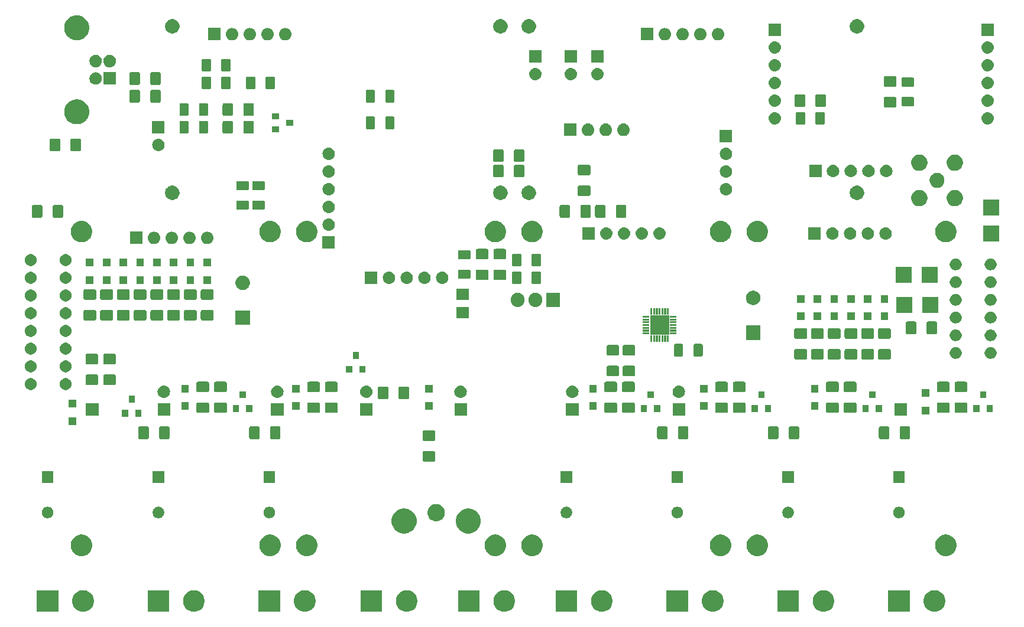
<source format=gbr>
G04 #@! TF.GenerationSoftware,KiCad,Pcbnew,5.0.2+dfsg1-1*
G04 #@! TF.CreationDate,2020-11-21T16:53:29+00:00*
G04 #@! TF.ProjectId,van,76616e2e-6b69-4636-9164-5f7063625858,rev?*
G04 #@! TF.SameCoordinates,Original*
G04 #@! TF.FileFunction,Soldermask,Bot*
G04 #@! TF.FilePolarity,Negative*
%FSLAX46Y46*%
G04 Gerber Fmt 4.6, Leading zero omitted, Abs format (unit mm)*
G04 Created by KiCad (PCBNEW 5.0.2+dfsg1-1) date Sat 21 Nov 2020 04:53:29 PM GMT*
%MOMM*%
%LPD*%
G01*
G04 APERTURE LIST*
%ADD10C,0.100000*%
G04 APERTURE END LIST*
D10*
G36*
X71390000Y-142510000D02*
X68310000Y-142510000D01*
X68310000Y-139430000D01*
X71390000Y-139430000D01*
X71390000Y-142510000D01*
X71390000Y-142510000D01*
G37*
G36*
X135555439Y-139459591D02*
X135704203Y-139489182D01*
X135984463Y-139605269D01*
X136173207Y-139731384D01*
X136236693Y-139773804D01*
X136451196Y-139988307D01*
X136451197Y-139988309D01*
X136619731Y-140240537D01*
X136735818Y-140520797D01*
X136795000Y-140818325D01*
X136795000Y-141121675D01*
X136735818Y-141419203D01*
X136619731Y-141699463D01*
X136493616Y-141888207D01*
X136451196Y-141951693D01*
X136236693Y-142166196D01*
X136173207Y-142208616D01*
X135984463Y-142334731D01*
X135704203Y-142450818D01*
X135555439Y-142480409D01*
X135406677Y-142510000D01*
X135103323Y-142510000D01*
X134954561Y-142480409D01*
X134805797Y-142450818D01*
X134525537Y-142334731D01*
X134336793Y-142208616D01*
X134273307Y-142166196D01*
X134058804Y-141951693D01*
X134016384Y-141888207D01*
X133890269Y-141699463D01*
X133774182Y-141419203D01*
X133715000Y-141121675D01*
X133715000Y-140818325D01*
X133774182Y-140520797D01*
X133890269Y-140240537D01*
X134058803Y-139988309D01*
X134058804Y-139988307D01*
X134273307Y-139773804D01*
X134336793Y-139731384D01*
X134525537Y-139605269D01*
X134805797Y-139489182D01*
X134954561Y-139459591D01*
X135103323Y-139430000D01*
X135406677Y-139430000D01*
X135555439Y-139459591D01*
X135555439Y-139459591D01*
G37*
G36*
X75230439Y-139459591D02*
X75379203Y-139489182D01*
X75659463Y-139605269D01*
X75848207Y-139731384D01*
X75911693Y-139773804D01*
X76126196Y-139988307D01*
X76126197Y-139988309D01*
X76294731Y-140240537D01*
X76410818Y-140520797D01*
X76470000Y-140818325D01*
X76470000Y-141121675D01*
X76410818Y-141419203D01*
X76294731Y-141699463D01*
X76168616Y-141888207D01*
X76126196Y-141951693D01*
X75911693Y-142166196D01*
X75848207Y-142208616D01*
X75659463Y-142334731D01*
X75379203Y-142450818D01*
X75230439Y-142480409D01*
X75081677Y-142510000D01*
X74778323Y-142510000D01*
X74629561Y-142480409D01*
X74480797Y-142450818D01*
X74200537Y-142334731D01*
X74011793Y-142208616D01*
X73948307Y-142166196D01*
X73733804Y-141951693D01*
X73691384Y-141888207D01*
X73565269Y-141699463D01*
X73449182Y-141419203D01*
X73390000Y-141121675D01*
X73390000Y-140818325D01*
X73449182Y-140520797D01*
X73565269Y-140240537D01*
X73733803Y-139988309D01*
X73733804Y-139988307D01*
X73948307Y-139773804D01*
X74011793Y-139731384D01*
X74200537Y-139605269D01*
X74480797Y-139489182D01*
X74629561Y-139459591D01*
X74778323Y-139430000D01*
X75081677Y-139430000D01*
X75230439Y-139459591D01*
X75230439Y-139459591D01*
G37*
G36*
X181275439Y-139459591D02*
X181424203Y-139489182D01*
X181704463Y-139605269D01*
X181893207Y-139731384D01*
X181956693Y-139773804D01*
X182171196Y-139988307D01*
X182171197Y-139988309D01*
X182339731Y-140240537D01*
X182455818Y-140520797D01*
X182515000Y-140818325D01*
X182515000Y-141121675D01*
X182455818Y-141419203D01*
X182339731Y-141699463D01*
X182213616Y-141888207D01*
X182171196Y-141951693D01*
X181956693Y-142166196D01*
X181893207Y-142208616D01*
X181704463Y-142334731D01*
X181424203Y-142450818D01*
X181275439Y-142480409D01*
X181126677Y-142510000D01*
X180823323Y-142510000D01*
X180674561Y-142480409D01*
X180525797Y-142450818D01*
X180245537Y-142334731D01*
X180056793Y-142208616D01*
X179993307Y-142166196D01*
X179778804Y-141951693D01*
X179736384Y-141888207D01*
X179610269Y-141699463D01*
X179494182Y-141419203D01*
X179435000Y-141121675D01*
X179435000Y-140818325D01*
X179494182Y-140520797D01*
X179610269Y-140240537D01*
X179778803Y-139988309D01*
X179778804Y-139988307D01*
X179993307Y-139773804D01*
X180056793Y-139731384D01*
X180245537Y-139605269D01*
X180525797Y-139489182D01*
X180674561Y-139459591D01*
X180823323Y-139430000D01*
X181126677Y-139430000D01*
X181275439Y-139459591D01*
X181275439Y-139459591D01*
G37*
G36*
X177435000Y-142510000D02*
X174355000Y-142510000D01*
X174355000Y-139430000D01*
X177435000Y-139430000D01*
X177435000Y-142510000D01*
X177435000Y-142510000D01*
G37*
G36*
X117745000Y-142510000D02*
X114665000Y-142510000D01*
X114665000Y-139430000D01*
X117745000Y-139430000D01*
X117745000Y-142510000D01*
X117745000Y-142510000D01*
G37*
G36*
X121585439Y-139459591D02*
X121734203Y-139489182D01*
X122014463Y-139605269D01*
X122203207Y-139731384D01*
X122266693Y-139773804D01*
X122481196Y-139988307D01*
X122481197Y-139988309D01*
X122649731Y-140240537D01*
X122765818Y-140520797D01*
X122825000Y-140818325D01*
X122825000Y-141121675D01*
X122765818Y-141419203D01*
X122649731Y-141699463D01*
X122523616Y-141888207D01*
X122481196Y-141951693D01*
X122266693Y-142166196D01*
X122203207Y-142208616D01*
X122014463Y-142334731D01*
X121734203Y-142450818D01*
X121585439Y-142480409D01*
X121436677Y-142510000D01*
X121133323Y-142510000D01*
X120984561Y-142480409D01*
X120835797Y-142450818D01*
X120555537Y-142334731D01*
X120366793Y-142208616D01*
X120303307Y-142166196D01*
X120088804Y-141951693D01*
X120046384Y-141888207D01*
X119920269Y-141699463D01*
X119804182Y-141419203D01*
X119745000Y-141121675D01*
X119745000Y-140818325D01*
X119804182Y-140520797D01*
X119920269Y-140240537D01*
X120088803Y-139988309D01*
X120088804Y-139988307D01*
X120303307Y-139773804D01*
X120366793Y-139731384D01*
X120555537Y-139605269D01*
X120835797Y-139489182D01*
X120984561Y-139459591D01*
X121133323Y-139430000D01*
X121436677Y-139430000D01*
X121585439Y-139459591D01*
X121585439Y-139459591D01*
G37*
G36*
X161560000Y-142510000D02*
X158480000Y-142510000D01*
X158480000Y-139430000D01*
X161560000Y-139430000D01*
X161560000Y-142510000D01*
X161560000Y-142510000D01*
G37*
G36*
X165400439Y-139459591D02*
X165549203Y-139489182D01*
X165829463Y-139605269D01*
X166018207Y-139731384D01*
X166081693Y-139773804D01*
X166296196Y-139988307D01*
X166296197Y-139988309D01*
X166464731Y-140240537D01*
X166580818Y-140520797D01*
X166640000Y-140818325D01*
X166640000Y-141121675D01*
X166580818Y-141419203D01*
X166464731Y-141699463D01*
X166338616Y-141888207D01*
X166296196Y-141951693D01*
X166081693Y-142166196D01*
X166018207Y-142208616D01*
X165829463Y-142334731D01*
X165549203Y-142450818D01*
X165400439Y-142480409D01*
X165251677Y-142510000D01*
X164948323Y-142510000D01*
X164799561Y-142480409D01*
X164650797Y-142450818D01*
X164370537Y-142334731D01*
X164181793Y-142208616D01*
X164118307Y-142166196D01*
X163903804Y-141951693D01*
X163861384Y-141888207D01*
X163735269Y-141699463D01*
X163619182Y-141419203D01*
X163560000Y-141121675D01*
X163560000Y-140818325D01*
X163619182Y-140520797D01*
X163735269Y-140240537D01*
X163903803Y-139988309D01*
X163903804Y-139988307D01*
X164118307Y-139773804D01*
X164181793Y-139731384D01*
X164370537Y-139605269D01*
X164650797Y-139489182D01*
X164799561Y-139459591D01*
X164948323Y-139430000D01*
X165251677Y-139430000D01*
X165400439Y-139459591D01*
X165400439Y-139459591D01*
G37*
G36*
X131715000Y-142510000D02*
X128635000Y-142510000D01*
X128635000Y-139430000D01*
X131715000Y-139430000D01*
X131715000Y-142510000D01*
X131715000Y-142510000D01*
G37*
G36*
X197150439Y-139459591D02*
X197299203Y-139489182D01*
X197579463Y-139605269D01*
X197768207Y-139731384D01*
X197831693Y-139773804D01*
X198046196Y-139988307D01*
X198046197Y-139988309D01*
X198214731Y-140240537D01*
X198330818Y-140520797D01*
X198390000Y-140818325D01*
X198390000Y-141121675D01*
X198330818Y-141419203D01*
X198214731Y-141699463D01*
X198088616Y-141888207D01*
X198046196Y-141951693D01*
X197831693Y-142166196D01*
X197768207Y-142208616D01*
X197579463Y-142334731D01*
X197299203Y-142450818D01*
X197150439Y-142480409D01*
X197001677Y-142510000D01*
X196698323Y-142510000D01*
X196549561Y-142480409D01*
X196400797Y-142450818D01*
X196120537Y-142334731D01*
X195931793Y-142208616D01*
X195868307Y-142166196D01*
X195653804Y-141951693D01*
X195611384Y-141888207D01*
X195485269Y-141699463D01*
X195369182Y-141419203D01*
X195310000Y-141121675D01*
X195310000Y-140818325D01*
X195369182Y-140520797D01*
X195485269Y-140240537D01*
X195653803Y-139988309D01*
X195653804Y-139988307D01*
X195868307Y-139773804D01*
X195931793Y-139731384D01*
X196120537Y-139605269D01*
X196400797Y-139489182D01*
X196549561Y-139459591D01*
X196698323Y-139430000D01*
X197001677Y-139430000D01*
X197150439Y-139459591D01*
X197150439Y-139459591D01*
G37*
G36*
X193310000Y-142510000D02*
X190230000Y-142510000D01*
X190230000Y-139430000D01*
X193310000Y-139430000D01*
X193310000Y-142510000D01*
X193310000Y-142510000D01*
G37*
G36*
X145685000Y-142510000D02*
X142605000Y-142510000D01*
X142605000Y-139430000D01*
X145685000Y-139430000D01*
X145685000Y-142510000D01*
X145685000Y-142510000D01*
G37*
G36*
X149525439Y-139459591D02*
X149674203Y-139489182D01*
X149954463Y-139605269D01*
X150143207Y-139731384D01*
X150206693Y-139773804D01*
X150421196Y-139988307D01*
X150421197Y-139988309D01*
X150589731Y-140240537D01*
X150705818Y-140520797D01*
X150765000Y-140818325D01*
X150765000Y-141121675D01*
X150705818Y-141419203D01*
X150589731Y-141699463D01*
X150463616Y-141888207D01*
X150421196Y-141951693D01*
X150206693Y-142166196D01*
X150143207Y-142208616D01*
X149954463Y-142334731D01*
X149674203Y-142450818D01*
X149525439Y-142480409D01*
X149376677Y-142510000D01*
X149073323Y-142510000D01*
X148924561Y-142480409D01*
X148775797Y-142450818D01*
X148495537Y-142334731D01*
X148306793Y-142208616D01*
X148243307Y-142166196D01*
X148028804Y-141951693D01*
X147986384Y-141888207D01*
X147860269Y-141699463D01*
X147744182Y-141419203D01*
X147685000Y-141121675D01*
X147685000Y-140818325D01*
X147744182Y-140520797D01*
X147860269Y-140240537D01*
X148028803Y-139988309D01*
X148028804Y-139988307D01*
X148243307Y-139773804D01*
X148306793Y-139731384D01*
X148495537Y-139605269D01*
X148775797Y-139489182D01*
X148924561Y-139459591D01*
X149073323Y-139430000D01*
X149376677Y-139430000D01*
X149525439Y-139459591D01*
X149525439Y-139459591D01*
G37*
G36*
X106980439Y-139459591D02*
X107129203Y-139489182D01*
X107409463Y-139605269D01*
X107598207Y-139731384D01*
X107661693Y-139773804D01*
X107876196Y-139988307D01*
X107876197Y-139988309D01*
X108044731Y-140240537D01*
X108160818Y-140520797D01*
X108220000Y-140818325D01*
X108220000Y-141121675D01*
X108160818Y-141419203D01*
X108044731Y-141699463D01*
X107918616Y-141888207D01*
X107876196Y-141951693D01*
X107661693Y-142166196D01*
X107598207Y-142208616D01*
X107409463Y-142334731D01*
X107129203Y-142450818D01*
X106980439Y-142480409D01*
X106831677Y-142510000D01*
X106528323Y-142510000D01*
X106379561Y-142480409D01*
X106230797Y-142450818D01*
X105950537Y-142334731D01*
X105761793Y-142208616D01*
X105698307Y-142166196D01*
X105483804Y-141951693D01*
X105441384Y-141888207D01*
X105315269Y-141699463D01*
X105199182Y-141419203D01*
X105140000Y-141121675D01*
X105140000Y-140818325D01*
X105199182Y-140520797D01*
X105315269Y-140240537D01*
X105483803Y-139988309D01*
X105483804Y-139988307D01*
X105698307Y-139773804D01*
X105761793Y-139731384D01*
X105950537Y-139605269D01*
X106230797Y-139489182D01*
X106379561Y-139459591D01*
X106528323Y-139430000D01*
X106831677Y-139430000D01*
X106980439Y-139459591D01*
X106980439Y-139459591D01*
G37*
G36*
X91105439Y-139459591D02*
X91254203Y-139489182D01*
X91534463Y-139605269D01*
X91723207Y-139731384D01*
X91786693Y-139773804D01*
X92001196Y-139988307D01*
X92001197Y-139988309D01*
X92169731Y-140240537D01*
X92285818Y-140520797D01*
X92345000Y-140818325D01*
X92345000Y-141121675D01*
X92285818Y-141419203D01*
X92169731Y-141699463D01*
X92043616Y-141888207D01*
X92001196Y-141951693D01*
X91786693Y-142166196D01*
X91723207Y-142208616D01*
X91534463Y-142334731D01*
X91254203Y-142450818D01*
X91105439Y-142480409D01*
X90956677Y-142510000D01*
X90653323Y-142510000D01*
X90504561Y-142480409D01*
X90355797Y-142450818D01*
X90075537Y-142334731D01*
X89886793Y-142208616D01*
X89823307Y-142166196D01*
X89608804Y-141951693D01*
X89566384Y-141888207D01*
X89440269Y-141699463D01*
X89324182Y-141419203D01*
X89265000Y-141121675D01*
X89265000Y-140818325D01*
X89324182Y-140520797D01*
X89440269Y-140240537D01*
X89608803Y-139988309D01*
X89608804Y-139988307D01*
X89823307Y-139773804D01*
X89886793Y-139731384D01*
X90075537Y-139605269D01*
X90355797Y-139489182D01*
X90504561Y-139459591D01*
X90653323Y-139430000D01*
X90956677Y-139430000D01*
X91105439Y-139459591D01*
X91105439Y-139459591D01*
G37*
G36*
X87265000Y-142510000D02*
X84185000Y-142510000D01*
X84185000Y-139430000D01*
X87265000Y-139430000D01*
X87265000Y-142510000D01*
X87265000Y-142510000D01*
G37*
G36*
X103140000Y-142510000D02*
X100060000Y-142510000D01*
X100060000Y-139430000D01*
X103140000Y-139430000D01*
X103140000Y-142510000D01*
X103140000Y-142510000D01*
G37*
G36*
X102018439Y-131479591D02*
X102167203Y-131509182D01*
X102447463Y-131625269D01*
X102636207Y-131751384D01*
X102699693Y-131793804D01*
X102914196Y-132008307D01*
X102914197Y-132008309D01*
X103082731Y-132260537D01*
X103198818Y-132540797D01*
X103258000Y-132838325D01*
X103258000Y-133141675D01*
X103198818Y-133439203D01*
X103082731Y-133719463D01*
X102956616Y-133908207D01*
X102914196Y-133971693D01*
X102699693Y-134186196D01*
X102636207Y-134228616D01*
X102447463Y-134354731D01*
X102167203Y-134470818D01*
X102018439Y-134500409D01*
X101869677Y-134530000D01*
X101566323Y-134530000D01*
X101417561Y-134500409D01*
X101268797Y-134470818D01*
X100988537Y-134354731D01*
X100799793Y-134228616D01*
X100736307Y-134186196D01*
X100521804Y-133971693D01*
X100479384Y-133908207D01*
X100353269Y-133719463D01*
X100237182Y-133439203D01*
X100178000Y-133141675D01*
X100178000Y-132838325D01*
X100237182Y-132540797D01*
X100353269Y-132260537D01*
X100521803Y-132008309D01*
X100521804Y-132008307D01*
X100736307Y-131793804D01*
X100799793Y-131751384D01*
X100988537Y-131625269D01*
X101268797Y-131509182D01*
X101417561Y-131479591D01*
X101566323Y-131450000D01*
X101869677Y-131450000D01*
X102018439Y-131479591D01*
X102018439Y-131479591D01*
G37*
G36*
X171792439Y-131479591D02*
X171941203Y-131509182D01*
X172221463Y-131625269D01*
X172410207Y-131751384D01*
X172473693Y-131793804D01*
X172688196Y-132008307D01*
X172688197Y-132008309D01*
X172856731Y-132260537D01*
X172972818Y-132540797D01*
X173032000Y-132838325D01*
X173032000Y-133141675D01*
X172972818Y-133439203D01*
X172856731Y-133719463D01*
X172730616Y-133908207D01*
X172688196Y-133971693D01*
X172473693Y-134186196D01*
X172410207Y-134228616D01*
X172221463Y-134354731D01*
X171941203Y-134470818D01*
X171792439Y-134500409D01*
X171643677Y-134530000D01*
X171340323Y-134530000D01*
X171191561Y-134500409D01*
X171042797Y-134470818D01*
X170762537Y-134354731D01*
X170573793Y-134228616D01*
X170510307Y-134186196D01*
X170295804Y-133971693D01*
X170253384Y-133908207D01*
X170127269Y-133719463D01*
X170011182Y-133439203D01*
X169952000Y-133141675D01*
X169952000Y-132838325D01*
X170011182Y-132540797D01*
X170127269Y-132260537D01*
X170295803Y-132008309D01*
X170295804Y-132008307D01*
X170510307Y-131793804D01*
X170573793Y-131751384D01*
X170762537Y-131625269D01*
X171042797Y-131509182D01*
X171191561Y-131479591D01*
X171340323Y-131450000D01*
X171643677Y-131450000D01*
X171792439Y-131479591D01*
X171792439Y-131479591D01*
G37*
G36*
X198792439Y-131479591D02*
X198941203Y-131509182D01*
X199221463Y-131625269D01*
X199410207Y-131751384D01*
X199473693Y-131793804D01*
X199688196Y-132008307D01*
X199688197Y-132008309D01*
X199856731Y-132260537D01*
X199972818Y-132540797D01*
X200032000Y-132838325D01*
X200032000Y-133141675D01*
X199972818Y-133439203D01*
X199856731Y-133719463D01*
X199730616Y-133908207D01*
X199688196Y-133971693D01*
X199473693Y-134186196D01*
X199410207Y-134228616D01*
X199221463Y-134354731D01*
X198941203Y-134470818D01*
X198792439Y-134500409D01*
X198643677Y-134530000D01*
X198340323Y-134530000D01*
X198191561Y-134500409D01*
X198042797Y-134470818D01*
X197762537Y-134354731D01*
X197573793Y-134228616D01*
X197510307Y-134186196D01*
X197295804Y-133971693D01*
X197253384Y-133908207D01*
X197127269Y-133719463D01*
X197011182Y-133439203D01*
X196952000Y-133141675D01*
X196952000Y-132838325D01*
X197011182Y-132540797D01*
X197127269Y-132260537D01*
X197295803Y-132008309D01*
X197295804Y-132008307D01*
X197510307Y-131793804D01*
X197573793Y-131751384D01*
X197762537Y-131625269D01*
X198042797Y-131509182D01*
X198191561Y-131479591D01*
X198340323Y-131450000D01*
X198643677Y-131450000D01*
X198792439Y-131479591D01*
X198792439Y-131479591D01*
G37*
G36*
X139534439Y-131479591D02*
X139683203Y-131509182D01*
X139963463Y-131625269D01*
X140152207Y-131751384D01*
X140215693Y-131793804D01*
X140430196Y-132008307D01*
X140430197Y-132008309D01*
X140598731Y-132260537D01*
X140714818Y-132540797D01*
X140774000Y-132838325D01*
X140774000Y-133141675D01*
X140714818Y-133439203D01*
X140598731Y-133719463D01*
X140472616Y-133908207D01*
X140430196Y-133971693D01*
X140215693Y-134186196D01*
X140152207Y-134228616D01*
X139963463Y-134354731D01*
X139683203Y-134470818D01*
X139534439Y-134500409D01*
X139385677Y-134530000D01*
X139082323Y-134530000D01*
X138933561Y-134500409D01*
X138784797Y-134470818D01*
X138504537Y-134354731D01*
X138315793Y-134228616D01*
X138252307Y-134186196D01*
X138037804Y-133971693D01*
X137995384Y-133908207D01*
X137869269Y-133719463D01*
X137753182Y-133439203D01*
X137694000Y-133141675D01*
X137694000Y-132838325D01*
X137753182Y-132540797D01*
X137869269Y-132260537D01*
X138037803Y-132008309D01*
X138037804Y-132008307D01*
X138252307Y-131793804D01*
X138315793Y-131751384D01*
X138504537Y-131625269D01*
X138784797Y-131509182D01*
X138933561Y-131479591D01*
X139082323Y-131450000D01*
X139385677Y-131450000D01*
X139534439Y-131479591D01*
X139534439Y-131479591D01*
G37*
G36*
X107276439Y-131479591D02*
X107425203Y-131509182D01*
X107705463Y-131625269D01*
X107894207Y-131751384D01*
X107957693Y-131793804D01*
X108172196Y-132008307D01*
X108172197Y-132008309D01*
X108340731Y-132260537D01*
X108456818Y-132540797D01*
X108516000Y-132838325D01*
X108516000Y-133141675D01*
X108456818Y-133439203D01*
X108340731Y-133719463D01*
X108214616Y-133908207D01*
X108172196Y-133971693D01*
X107957693Y-134186196D01*
X107894207Y-134228616D01*
X107705463Y-134354731D01*
X107425203Y-134470818D01*
X107276439Y-134500409D01*
X107127677Y-134530000D01*
X106824323Y-134530000D01*
X106675561Y-134500409D01*
X106526797Y-134470818D01*
X106246537Y-134354731D01*
X106057793Y-134228616D01*
X105994307Y-134186196D01*
X105779804Y-133971693D01*
X105737384Y-133908207D01*
X105611269Y-133719463D01*
X105495182Y-133439203D01*
X105436000Y-133141675D01*
X105436000Y-132838325D01*
X105495182Y-132540797D01*
X105611269Y-132260537D01*
X105779803Y-132008309D01*
X105779804Y-132008307D01*
X105994307Y-131793804D01*
X106057793Y-131751384D01*
X106246537Y-131625269D01*
X106526797Y-131509182D01*
X106675561Y-131479591D01*
X106824323Y-131450000D01*
X107127677Y-131450000D01*
X107276439Y-131479591D01*
X107276439Y-131479591D01*
G37*
G36*
X134276439Y-131479591D02*
X134425203Y-131509182D01*
X134705463Y-131625269D01*
X134894207Y-131751384D01*
X134957693Y-131793804D01*
X135172196Y-132008307D01*
X135172197Y-132008309D01*
X135340731Y-132260537D01*
X135456818Y-132540797D01*
X135516000Y-132838325D01*
X135516000Y-133141675D01*
X135456818Y-133439203D01*
X135340731Y-133719463D01*
X135214616Y-133908207D01*
X135172196Y-133971693D01*
X134957693Y-134186196D01*
X134894207Y-134228616D01*
X134705463Y-134354731D01*
X134425203Y-134470818D01*
X134276439Y-134500409D01*
X134127677Y-134530000D01*
X133824323Y-134530000D01*
X133675561Y-134500409D01*
X133526797Y-134470818D01*
X133246537Y-134354731D01*
X133057793Y-134228616D01*
X132994307Y-134186196D01*
X132779804Y-133971693D01*
X132737384Y-133908207D01*
X132611269Y-133719463D01*
X132495182Y-133439203D01*
X132436000Y-133141675D01*
X132436000Y-132838325D01*
X132495182Y-132540797D01*
X132611269Y-132260537D01*
X132779803Y-132008309D01*
X132779804Y-132008307D01*
X132994307Y-131793804D01*
X133057793Y-131751384D01*
X133246537Y-131625269D01*
X133526797Y-131509182D01*
X133675561Y-131479591D01*
X133824323Y-131450000D01*
X134127677Y-131450000D01*
X134276439Y-131479591D01*
X134276439Y-131479591D01*
G37*
G36*
X75018439Y-131479591D02*
X75167203Y-131509182D01*
X75447463Y-131625269D01*
X75636207Y-131751384D01*
X75699693Y-131793804D01*
X75914196Y-132008307D01*
X75914197Y-132008309D01*
X76082731Y-132260537D01*
X76198818Y-132540797D01*
X76258000Y-132838325D01*
X76258000Y-133141675D01*
X76198818Y-133439203D01*
X76082731Y-133719463D01*
X75956616Y-133908207D01*
X75914196Y-133971693D01*
X75699693Y-134186196D01*
X75636207Y-134228616D01*
X75447463Y-134354731D01*
X75167203Y-134470818D01*
X75018439Y-134500409D01*
X74869677Y-134530000D01*
X74566323Y-134530000D01*
X74417561Y-134500409D01*
X74268797Y-134470818D01*
X73988537Y-134354731D01*
X73799793Y-134228616D01*
X73736307Y-134186196D01*
X73521804Y-133971693D01*
X73479384Y-133908207D01*
X73353269Y-133719463D01*
X73237182Y-133439203D01*
X73178000Y-133141675D01*
X73178000Y-132838325D01*
X73237182Y-132540797D01*
X73353269Y-132260537D01*
X73521803Y-132008309D01*
X73521804Y-132008307D01*
X73736307Y-131793804D01*
X73799793Y-131751384D01*
X73988537Y-131625269D01*
X74268797Y-131509182D01*
X74417561Y-131479591D01*
X74566323Y-131450000D01*
X74869677Y-131450000D01*
X75018439Y-131479591D01*
X75018439Y-131479591D01*
G37*
G36*
X166534439Y-131479591D02*
X166683203Y-131509182D01*
X166963463Y-131625269D01*
X167152207Y-131751384D01*
X167215693Y-131793804D01*
X167430196Y-132008307D01*
X167430197Y-132008309D01*
X167598731Y-132260537D01*
X167714818Y-132540797D01*
X167774000Y-132838325D01*
X167774000Y-133141675D01*
X167714818Y-133439203D01*
X167598731Y-133719463D01*
X167472616Y-133908207D01*
X167430196Y-133971693D01*
X167215693Y-134186196D01*
X167152207Y-134228616D01*
X166963463Y-134354731D01*
X166683203Y-134470818D01*
X166534439Y-134500409D01*
X166385677Y-134530000D01*
X166082323Y-134530000D01*
X165933561Y-134500409D01*
X165784797Y-134470818D01*
X165504537Y-134354731D01*
X165315793Y-134228616D01*
X165252307Y-134186196D01*
X165037804Y-133971693D01*
X164995384Y-133908207D01*
X164869269Y-133719463D01*
X164753182Y-133439203D01*
X164694000Y-133141675D01*
X164694000Y-132838325D01*
X164753182Y-132540797D01*
X164869269Y-132260537D01*
X165037803Y-132008309D01*
X165037804Y-132008307D01*
X165252307Y-131793804D01*
X165315793Y-131751384D01*
X165504537Y-131625269D01*
X165784797Y-131509182D01*
X165933561Y-131479591D01*
X166082323Y-131450000D01*
X166385677Y-131450000D01*
X166534439Y-131479591D01*
X166534439Y-131479591D01*
G37*
G36*
X121306849Y-127755859D02*
X121422125Y-127778789D01*
X121747883Y-127913723D01*
X122041057Y-128109615D01*
X122290385Y-128358943D01*
X122486277Y-128652117D01*
X122621211Y-128977875D01*
X122690000Y-129323702D01*
X122690000Y-129676298D01*
X122621211Y-130022125D01*
X122486277Y-130347883D01*
X122290385Y-130641057D01*
X122041057Y-130890385D01*
X121747883Y-131086277D01*
X121422125Y-131221211D01*
X121306849Y-131244141D01*
X121076300Y-131290000D01*
X120723700Y-131290000D01*
X120493151Y-131244141D01*
X120377875Y-131221211D01*
X120052117Y-131086277D01*
X119758943Y-130890385D01*
X119509615Y-130641057D01*
X119313723Y-130347883D01*
X119178789Y-130022125D01*
X119110000Y-129676298D01*
X119110000Y-129323702D01*
X119178789Y-128977875D01*
X119313723Y-128652117D01*
X119509615Y-128358943D01*
X119758943Y-128109615D01*
X120052117Y-127913723D01*
X120377875Y-127778789D01*
X120493151Y-127755859D01*
X120723700Y-127710000D01*
X121076300Y-127710000D01*
X121306849Y-127755859D01*
X121306849Y-127755859D01*
G37*
G36*
X130506849Y-127755859D02*
X130622125Y-127778789D01*
X130947883Y-127913723D01*
X131241057Y-128109615D01*
X131490385Y-128358943D01*
X131686277Y-128652117D01*
X131821211Y-128977875D01*
X131890000Y-129323702D01*
X131890000Y-129676298D01*
X131821211Y-130022125D01*
X131686277Y-130347883D01*
X131490385Y-130641057D01*
X131241057Y-130890385D01*
X130947883Y-131086277D01*
X130622125Y-131221211D01*
X130506849Y-131244141D01*
X130276300Y-131290000D01*
X129923700Y-131290000D01*
X129693151Y-131244141D01*
X129577875Y-131221211D01*
X129252117Y-131086277D01*
X128958943Y-130890385D01*
X128709615Y-130641057D01*
X128513723Y-130347883D01*
X128378789Y-130022125D01*
X128310000Y-129676298D01*
X128310000Y-129323702D01*
X128378789Y-128977875D01*
X128513723Y-128652117D01*
X128709615Y-128358943D01*
X128958943Y-128109615D01*
X129252117Y-127913723D01*
X129577875Y-127778789D01*
X129693151Y-127755859D01*
X129923700Y-127710000D01*
X130276300Y-127710000D01*
X130506849Y-127755859D01*
X130506849Y-127755859D01*
G37*
G36*
X125861695Y-127107652D02*
X126087360Y-127201126D01*
X126290454Y-127336829D01*
X126463171Y-127509546D01*
X126598874Y-127712640D01*
X126692348Y-127938305D01*
X126740000Y-128177871D01*
X126740000Y-128422129D01*
X126692348Y-128661695D01*
X126598874Y-128887360D01*
X126463171Y-129090454D01*
X126290454Y-129263171D01*
X126087360Y-129398874D01*
X125861695Y-129492348D01*
X125622129Y-129540000D01*
X125377871Y-129540000D01*
X125138305Y-129492348D01*
X124912640Y-129398874D01*
X124709546Y-129263171D01*
X124536829Y-129090454D01*
X124401126Y-128887360D01*
X124307652Y-128661695D01*
X124260000Y-128422129D01*
X124260000Y-128177871D01*
X124307652Y-127938305D01*
X124401126Y-127712640D01*
X124536829Y-127509546D01*
X124709546Y-127336829D01*
X124912640Y-127201126D01*
X125138305Y-127107652D01*
X125377871Y-127060000D01*
X125622129Y-127060000D01*
X125861695Y-127107652D01*
X125861695Y-127107652D01*
G37*
G36*
X192011344Y-127474397D02*
X192161921Y-127536768D01*
X192297436Y-127627317D01*
X192412683Y-127742564D01*
X192503232Y-127878079D01*
X192565603Y-128028656D01*
X192597400Y-128188508D01*
X192597400Y-128351492D01*
X192565603Y-128511344D01*
X192503232Y-128661921D01*
X192412683Y-128797436D01*
X192297436Y-128912683D01*
X192161921Y-129003232D01*
X192011344Y-129065603D01*
X191851492Y-129097400D01*
X191688508Y-129097400D01*
X191528656Y-129065603D01*
X191378079Y-129003232D01*
X191242564Y-128912683D01*
X191127317Y-128797436D01*
X191036768Y-128661921D01*
X190974397Y-128511344D01*
X190942600Y-128351492D01*
X190942600Y-128188508D01*
X190974397Y-128028656D01*
X191036768Y-127878079D01*
X191127317Y-127742564D01*
X191242564Y-127627317D01*
X191378079Y-127536768D01*
X191528656Y-127474397D01*
X191688508Y-127442600D01*
X191851492Y-127442600D01*
X192011344Y-127474397D01*
X192011344Y-127474397D01*
G37*
G36*
X176136344Y-127474397D02*
X176286921Y-127536768D01*
X176422436Y-127627317D01*
X176537683Y-127742564D01*
X176628232Y-127878079D01*
X176690603Y-128028656D01*
X176722400Y-128188508D01*
X176722400Y-128351492D01*
X176690603Y-128511344D01*
X176628232Y-128661921D01*
X176537683Y-128797436D01*
X176422436Y-128912683D01*
X176286921Y-129003232D01*
X176136344Y-129065603D01*
X175976492Y-129097400D01*
X175813508Y-129097400D01*
X175653656Y-129065603D01*
X175503079Y-129003232D01*
X175367564Y-128912683D01*
X175252317Y-128797436D01*
X175161768Y-128661921D01*
X175099397Y-128511344D01*
X175067600Y-128351492D01*
X175067600Y-128188508D01*
X175099397Y-128028656D01*
X175161768Y-127878079D01*
X175252317Y-127742564D01*
X175367564Y-127627317D01*
X175503079Y-127536768D01*
X175653656Y-127474397D01*
X175813508Y-127442600D01*
X175976492Y-127442600D01*
X176136344Y-127474397D01*
X176136344Y-127474397D01*
G37*
G36*
X160261344Y-127474397D02*
X160411921Y-127536768D01*
X160547436Y-127627317D01*
X160662683Y-127742564D01*
X160753232Y-127878079D01*
X160815603Y-128028656D01*
X160847400Y-128188508D01*
X160847400Y-128351492D01*
X160815603Y-128511344D01*
X160753232Y-128661921D01*
X160662683Y-128797436D01*
X160547436Y-128912683D01*
X160411921Y-129003232D01*
X160261344Y-129065603D01*
X160101492Y-129097400D01*
X159938508Y-129097400D01*
X159778656Y-129065603D01*
X159628079Y-129003232D01*
X159492564Y-128912683D01*
X159377317Y-128797436D01*
X159286768Y-128661921D01*
X159224397Y-128511344D01*
X159192600Y-128351492D01*
X159192600Y-128188508D01*
X159224397Y-128028656D01*
X159286768Y-127878079D01*
X159377317Y-127742564D01*
X159492564Y-127627317D01*
X159628079Y-127536768D01*
X159778656Y-127474397D01*
X159938508Y-127442600D01*
X160101492Y-127442600D01*
X160261344Y-127474397D01*
X160261344Y-127474397D01*
G37*
G36*
X70091344Y-127474397D02*
X70241921Y-127536768D01*
X70377436Y-127627317D01*
X70492683Y-127742564D01*
X70583232Y-127878079D01*
X70645603Y-128028656D01*
X70677400Y-128188508D01*
X70677400Y-128351492D01*
X70645603Y-128511344D01*
X70583232Y-128661921D01*
X70492683Y-128797436D01*
X70377436Y-128912683D01*
X70241921Y-129003232D01*
X70091344Y-129065603D01*
X69931492Y-129097400D01*
X69768508Y-129097400D01*
X69608656Y-129065603D01*
X69458079Y-129003232D01*
X69322564Y-128912683D01*
X69207317Y-128797436D01*
X69116768Y-128661921D01*
X69054397Y-128511344D01*
X69022600Y-128351492D01*
X69022600Y-128188508D01*
X69054397Y-128028656D01*
X69116768Y-127878079D01*
X69207317Y-127742564D01*
X69322564Y-127627317D01*
X69458079Y-127536768D01*
X69608656Y-127474397D01*
X69768508Y-127442600D01*
X69931492Y-127442600D01*
X70091344Y-127474397D01*
X70091344Y-127474397D01*
G37*
G36*
X144386344Y-127474397D02*
X144536921Y-127536768D01*
X144672436Y-127627317D01*
X144787683Y-127742564D01*
X144878232Y-127878079D01*
X144940603Y-128028656D01*
X144972400Y-128188508D01*
X144972400Y-128351492D01*
X144940603Y-128511344D01*
X144878232Y-128661921D01*
X144787683Y-128797436D01*
X144672436Y-128912683D01*
X144536921Y-129003232D01*
X144386344Y-129065603D01*
X144226492Y-129097400D01*
X144063508Y-129097400D01*
X143903656Y-129065603D01*
X143753079Y-129003232D01*
X143617564Y-128912683D01*
X143502317Y-128797436D01*
X143411768Y-128661921D01*
X143349397Y-128511344D01*
X143317600Y-128351492D01*
X143317600Y-128188508D01*
X143349397Y-128028656D01*
X143411768Y-127878079D01*
X143502317Y-127742564D01*
X143617564Y-127627317D01*
X143753079Y-127536768D01*
X143903656Y-127474397D01*
X144063508Y-127442600D01*
X144226492Y-127442600D01*
X144386344Y-127474397D01*
X144386344Y-127474397D01*
G37*
G36*
X101841344Y-127474397D02*
X101991921Y-127536768D01*
X102127436Y-127627317D01*
X102242683Y-127742564D01*
X102333232Y-127878079D01*
X102395603Y-128028656D01*
X102427400Y-128188508D01*
X102427400Y-128351492D01*
X102395603Y-128511344D01*
X102333232Y-128661921D01*
X102242683Y-128797436D01*
X102127436Y-128912683D01*
X101991921Y-129003232D01*
X101841344Y-129065603D01*
X101681492Y-129097400D01*
X101518508Y-129097400D01*
X101358656Y-129065603D01*
X101208079Y-129003232D01*
X101072564Y-128912683D01*
X100957317Y-128797436D01*
X100866768Y-128661921D01*
X100804397Y-128511344D01*
X100772600Y-128351492D01*
X100772600Y-128188508D01*
X100804397Y-128028656D01*
X100866768Y-127878079D01*
X100957317Y-127742564D01*
X101072564Y-127627317D01*
X101208079Y-127536768D01*
X101358656Y-127474397D01*
X101518508Y-127442600D01*
X101681492Y-127442600D01*
X101841344Y-127474397D01*
X101841344Y-127474397D01*
G37*
G36*
X85966344Y-127474397D02*
X86116921Y-127536768D01*
X86252436Y-127627317D01*
X86367683Y-127742564D01*
X86458232Y-127878079D01*
X86520603Y-128028656D01*
X86552400Y-128188508D01*
X86552400Y-128351492D01*
X86520603Y-128511344D01*
X86458232Y-128661921D01*
X86367683Y-128797436D01*
X86252436Y-128912683D01*
X86116921Y-129003232D01*
X85966344Y-129065603D01*
X85806492Y-129097400D01*
X85643508Y-129097400D01*
X85483656Y-129065603D01*
X85333079Y-129003232D01*
X85197564Y-128912683D01*
X85082317Y-128797436D01*
X84991768Y-128661921D01*
X84929397Y-128511344D01*
X84897600Y-128351492D01*
X84897600Y-128188508D01*
X84929397Y-128028656D01*
X84991768Y-127878079D01*
X85082317Y-127742564D01*
X85197564Y-127627317D01*
X85333079Y-127536768D01*
X85483656Y-127474397D01*
X85643508Y-127442600D01*
X85806492Y-127442600D01*
X85966344Y-127474397D01*
X85966344Y-127474397D01*
G37*
G36*
X102427400Y-124017400D02*
X100772600Y-124017400D01*
X100772600Y-122362600D01*
X102427400Y-122362600D01*
X102427400Y-124017400D01*
X102427400Y-124017400D01*
G37*
G36*
X176722400Y-124017400D02*
X175067600Y-124017400D01*
X175067600Y-122362600D01*
X176722400Y-122362600D01*
X176722400Y-124017400D01*
X176722400Y-124017400D01*
G37*
G36*
X160847400Y-124017400D02*
X159192600Y-124017400D01*
X159192600Y-122362600D01*
X160847400Y-122362600D01*
X160847400Y-124017400D01*
X160847400Y-124017400D01*
G37*
G36*
X86552400Y-124017400D02*
X84897600Y-124017400D01*
X84897600Y-122362600D01*
X86552400Y-122362600D01*
X86552400Y-124017400D01*
X86552400Y-124017400D01*
G37*
G36*
X144972400Y-124017400D02*
X143317600Y-124017400D01*
X143317600Y-122362600D01*
X144972400Y-122362600D01*
X144972400Y-124017400D01*
X144972400Y-124017400D01*
G37*
G36*
X70677400Y-124017400D02*
X69022600Y-124017400D01*
X69022600Y-122362600D01*
X70677400Y-122362600D01*
X70677400Y-124017400D01*
X70677400Y-124017400D01*
G37*
G36*
X192597400Y-124017400D02*
X190942600Y-124017400D01*
X190942600Y-122362600D01*
X192597400Y-122362600D01*
X192597400Y-124017400D01*
X192597400Y-124017400D01*
G37*
G36*
X125175514Y-119484881D02*
X125221981Y-119498976D01*
X125264800Y-119521864D01*
X125302334Y-119552666D01*
X125333136Y-119590200D01*
X125356024Y-119633019D01*
X125370119Y-119679486D01*
X125375000Y-119729039D01*
X125375000Y-120735961D01*
X125370119Y-120785514D01*
X125356024Y-120831981D01*
X125333136Y-120874800D01*
X125302334Y-120912334D01*
X125264800Y-120943136D01*
X125221981Y-120966024D01*
X125175514Y-120980119D01*
X125125961Y-120985000D01*
X123794039Y-120985000D01*
X123744486Y-120980119D01*
X123698019Y-120966024D01*
X123655200Y-120943136D01*
X123617666Y-120912334D01*
X123586864Y-120874800D01*
X123563976Y-120831981D01*
X123549881Y-120785514D01*
X123545000Y-120735961D01*
X123545000Y-119729039D01*
X123549881Y-119679486D01*
X123563976Y-119633019D01*
X123586864Y-119590200D01*
X123617666Y-119552666D01*
X123655200Y-119521864D01*
X123698019Y-119498976D01*
X123744486Y-119484881D01*
X123794039Y-119480000D01*
X125125961Y-119480000D01*
X125175514Y-119484881D01*
X125175514Y-119484881D01*
G37*
G36*
X125175514Y-116509881D02*
X125221981Y-116523976D01*
X125264800Y-116546864D01*
X125302334Y-116577666D01*
X125333136Y-116615200D01*
X125356024Y-116658019D01*
X125370119Y-116704486D01*
X125375000Y-116754039D01*
X125375000Y-117760961D01*
X125370119Y-117810514D01*
X125356024Y-117856981D01*
X125333136Y-117899800D01*
X125302334Y-117937334D01*
X125264800Y-117968136D01*
X125221981Y-117991024D01*
X125175514Y-118005119D01*
X125125961Y-118010000D01*
X123794039Y-118010000D01*
X123744486Y-118005119D01*
X123698019Y-117991024D01*
X123655200Y-117968136D01*
X123617666Y-117937334D01*
X123586864Y-117899800D01*
X123563976Y-117856981D01*
X123549881Y-117810514D01*
X123545000Y-117760961D01*
X123545000Y-116754039D01*
X123549881Y-116704486D01*
X123563976Y-116658019D01*
X123586864Y-116615200D01*
X123617666Y-116577666D01*
X123655200Y-116546864D01*
X123698019Y-116523976D01*
X123744486Y-116509881D01*
X123794039Y-116505000D01*
X125125961Y-116505000D01*
X125175514Y-116509881D01*
X125175514Y-116509881D01*
G37*
G36*
X158450514Y-115929881D02*
X158496981Y-115943976D01*
X158539800Y-115966864D01*
X158577334Y-115997666D01*
X158608136Y-116035200D01*
X158631024Y-116078019D01*
X158645119Y-116124486D01*
X158650000Y-116174039D01*
X158650000Y-117505961D01*
X158645119Y-117555514D01*
X158631024Y-117601981D01*
X158608136Y-117644800D01*
X158577334Y-117682334D01*
X158539800Y-117713136D01*
X158496981Y-117736024D01*
X158450514Y-117750119D01*
X158400961Y-117755000D01*
X157394039Y-117755000D01*
X157344486Y-117750119D01*
X157298019Y-117736024D01*
X157255200Y-117713136D01*
X157217666Y-117682334D01*
X157186864Y-117644800D01*
X157163976Y-117601981D01*
X157149881Y-117555514D01*
X157145000Y-117505961D01*
X157145000Y-116174039D01*
X157149881Y-116124486D01*
X157163976Y-116078019D01*
X157186864Y-116035200D01*
X157217666Y-115997666D01*
X157255200Y-115966864D01*
X157298019Y-115943976D01*
X157344486Y-115929881D01*
X157394039Y-115925000D01*
X158400961Y-115925000D01*
X158450514Y-115929881D01*
X158450514Y-115929881D01*
G37*
G36*
X87130514Y-115929881D02*
X87176981Y-115943976D01*
X87219800Y-115966864D01*
X87257334Y-115997666D01*
X87288136Y-116035200D01*
X87311024Y-116078019D01*
X87325119Y-116124486D01*
X87330000Y-116174039D01*
X87330000Y-117505961D01*
X87325119Y-117555514D01*
X87311024Y-117601981D01*
X87288136Y-117644800D01*
X87257334Y-117682334D01*
X87219800Y-117713136D01*
X87176981Y-117736024D01*
X87130514Y-117750119D01*
X87080961Y-117755000D01*
X86074039Y-117755000D01*
X86024486Y-117750119D01*
X85978019Y-117736024D01*
X85935200Y-117713136D01*
X85897666Y-117682334D01*
X85866864Y-117644800D01*
X85843976Y-117601981D01*
X85829881Y-117555514D01*
X85825000Y-117505961D01*
X85825000Y-116174039D01*
X85829881Y-116124486D01*
X85843976Y-116078019D01*
X85866864Y-116035200D01*
X85897666Y-115997666D01*
X85935200Y-115966864D01*
X85978019Y-115943976D01*
X86024486Y-115929881D01*
X86074039Y-115925000D01*
X87080961Y-115925000D01*
X87130514Y-115929881D01*
X87130514Y-115929881D01*
G37*
G36*
X100030514Y-115929881D02*
X100076981Y-115943976D01*
X100119800Y-115966864D01*
X100157334Y-115997666D01*
X100188136Y-116035200D01*
X100211024Y-116078019D01*
X100225119Y-116124486D01*
X100230000Y-116174039D01*
X100230000Y-117505961D01*
X100225119Y-117555514D01*
X100211024Y-117601981D01*
X100188136Y-117644800D01*
X100157334Y-117682334D01*
X100119800Y-117713136D01*
X100076981Y-117736024D01*
X100030514Y-117750119D01*
X99980961Y-117755000D01*
X98974039Y-117755000D01*
X98924486Y-117750119D01*
X98878019Y-117736024D01*
X98835200Y-117713136D01*
X98797666Y-117682334D01*
X98766864Y-117644800D01*
X98743976Y-117601981D01*
X98729881Y-117555514D01*
X98725000Y-117505961D01*
X98725000Y-116174039D01*
X98729881Y-116124486D01*
X98743976Y-116078019D01*
X98766864Y-116035200D01*
X98797666Y-115997666D01*
X98835200Y-115966864D01*
X98878019Y-115943976D01*
X98924486Y-115929881D01*
X98974039Y-115925000D01*
X99980961Y-115925000D01*
X100030514Y-115929881D01*
X100030514Y-115929881D01*
G37*
G36*
X103005514Y-115929881D02*
X103051981Y-115943976D01*
X103094800Y-115966864D01*
X103132334Y-115997666D01*
X103163136Y-116035200D01*
X103186024Y-116078019D01*
X103200119Y-116124486D01*
X103205000Y-116174039D01*
X103205000Y-117505961D01*
X103200119Y-117555514D01*
X103186024Y-117601981D01*
X103163136Y-117644800D01*
X103132334Y-117682334D01*
X103094800Y-117713136D01*
X103051981Y-117736024D01*
X103005514Y-117750119D01*
X102955961Y-117755000D01*
X101949039Y-117755000D01*
X101899486Y-117750119D01*
X101853019Y-117736024D01*
X101810200Y-117713136D01*
X101772666Y-117682334D01*
X101741864Y-117644800D01*
X101718976Y-117601981D01*
X101704881Y-117555514D01*
X101700000Y-117505961D01*
X101700000Y-116174039D01*
X101704881Y-116124486D01*
X101718976Y-116078019D01*
X101741864Y-116035200D01*
X101772666Y-115997666D01*
X101810200Y-115966864D01*
X101853019Y-115943976D01*
X101899486Y-115929881D01*
X101949039Y-115925000D01*
X102955961Y-115925000D01*
X103005514Y-115929881D01*
X103005514Y-115929881D01*
G37*
G36*
X161425514Y-115929881D02*
X161471981Y-115943976D01*
X161514800Y-115966864D01*
X161552334Y-115997666D01*
X161583136Y-116035200D01*
X161606024Y-116078019D01*
X161620119Y-116124486D01*
X161625000Y-116174039D01*
X161625000Y-117505961D01*
X161620119Y-117555514D01*
X161606024Y-117601981D01*
X161583136Y-117644800D01*
X161552334Y-117682334D01*
X161514800Y-117713136D01*
X161471981Y-117736024D01*
X161425514Y-117750119D01*
X161375961Y-117755000D01*
X160369039Y-117755000D01*
X160319486Y-117750119D01*
X160273019Y-117736024D01*
X160230200Y-117713136D01*
X160192666Y-117682334D01*
X160161864Y-117644800D01*
X160138976Y-117601981D01*
X160124881Y-117555514D01*
X160120000Y-117505961D01*
X160120000Y-116174039D01*
X160124881Y-116124486D01*
X160138976Y-116078019D01*
X160161864Y-116035200D01*
X160192666Y-115997666D01*
X160230200Y-115966864D01*
X160273019Y-115943976D01*
X160319486Y-115929881D01*
X160369039Y-115925000D01*
X161375961Y-115925000D01*
X161425514Y-115929881D01*
X161425514Y-115929881D01*
G37*
G36*
X174325514Y-115929881D02*
X174371981Y-115943976D01*
X174414800Y-115966864D01*
X174452334Y-115997666D01*
X174483136Y-116035200D01*
X174506024Y-116078019D01*
X174520119Y-116124486D01*
X174525000Y-116174039D01*
X174525000Y-117505961D01*
X174520119Y-117555514D01*
X174506024Y-117601981D01*
X174483136Y-117644800D01*
X174452334Y-117682334D01*
X174414800Y-117713136D01*
X174371981Y-117736024D01*
X174325514Y-117750119D01*
X174275961Y-117755000D01*
X173269039Y-117755000D01*
X173219486Y-117750119D01*
X173173019Y-117736024D01*
X173130200Y-117713136D01*
X173092666Y-117682334D01*
X173061864Y-117644800D01*
X173038976Y-117601981D01*
X173024881Y-117555514D01*
X173020000Y-117505961D01*
X173020000Y-116174039D01*
X173024881Y-116124486D01*
X173038976Y-116078019D01*
X173061864Y-116035200D01*
X173092666Y-115997666D01*
X173130200Y-115966864D01*
X173173019Y-115943976D01*
X173219486Y-115929881D01*
X173269039Y-115925000D01*
X174275961Y-115925000D01*
X174325514Y-115929881D01*
X174325514Y-115929881D01*
G37*
G36*
X177300514Y-115929881D02*
X177346981Y-115943976D01*
X177389800Y-115966864D01*
X177427334Y-115997666D01*
X177458136Y-116035200D01*
X177481024Y-116078019D01*
X177495119Y-116124486D01*
X177500000Y-116174039D01*
X177500000Y-117505961D01*
X177495119Y-117555514D01*
X177481024Y-117601981D01*
X177458136Y-117644800D01*
X177427334Y-117682334D01*
X177389800Y-117713136D01*
X177346981Y-117736024D01*
X177300514Y-117750119D01*
X177250961Y-117755000D01*
X176244039Y-117755000D01*
X176194486Y-117750119D01*
X176148019Y-117736024D01*
X176105200Y-117713136D01*
X176067666Y-117682334D01*
X176036864Y-117644800D01*
X176013976Y-117601981D01*
X175999881Y-117555514D01*
X175995000Y-117505961D01*
X175995000Y-116174039D01*
X175999881Y-116124486D01*
X176013976Y-116078019D01*
X176036864Y-116035200D01*
X176067666Y-115997666D01*
X176105200Y-115966864D01*
X176148019Y-115943976D01*
X176194486Y-115929881D01*
X176244039Y-115925000D01*
X177250961Y-115925000D01*
X177300514Y-115929881D01*
X177300514Y-115929881D01*
G37*
G36*
X190200514Y-115929881D02*
X190246981Y-115943976D01*
X190289800Y-115966864D01*
X190327334Y-115997666D01*
X190358136Y-116035200D01*
X190381024Y-116078019D01*
X190395119Y-116124486D01*
X190400000Y-116174039D01*
X190400000Y-117505961D01*
X190395119Y-117555514D01*
X190381024Y-117601981D01*
X190358136Y-117644800D01*
X190327334Y-117682334D01*
X190289800Y-117713136D01*
X190246981Y-117736024D01*
X190200514Y-117750119D01*
X190150961Y-117755000D01*
X189144039Y-117755000D01*
X189094486Y-117750119D01*
X189048019Y-117736024D01*
X189005200Y-117713136D01*
X188967666Y-117682334D01*
X188936864Y-117644800D01*
X188913976Y-117601981D01*
X188899881Y-117555514D01*
X188895000Y-117505961D01*
X188895000Y-116174039D01*
X188899881Y-116124486D01*
X188913976Y-116078019D01*
X188936864Y-116035200D01*
X188967666Y-115997666D01*
X189005200Y-115966864D01*
X189048019Y-115943976D01*
X189094486Y-115929881D01*
X189144039Y-115925000D01*
X190150961Y-115925000D01*
X190200514Y-115929881D01*
X190200514Y-115929881D01*
G37*
G36*
X193175514Y-115929881D02*
X193221981Y-115943976D01*
X193264800Y-115966864D01*
X193302334Y-115997666D01*
X193333136Y-116035200D01*
X193356024Y-116078019D01*
X193370119Y-116124486D01*
X193375000Y-116174039D01*
X193375000Y-117505961D01*
X193370119Y-117555514D01*
X193356024Y-117601981D01*
X193333136Y-117644800D01*
X193302334Y-117682334D01*
X193264800Y-117713136D01*
X193221981Y-117736024D01*
X193175514Y-117750119D01*
X193125961Y-117755000D01*
X192119039Y-117755000D01*
X192069486Y-117750119D01*
X192023019Y-117736024D01*
X191980200Y-117713136D01*
X191942666Y-117682334D01*
X191911864Y-117644800D01*
X191888976Y-117601981D01*
X191874881Y-117555514D01*
X191870000Y-117505961D01*
X191870000Y-116174039D01*
X191874881Y-116124486D01*
X191888976Y-116078019D01*
X191911864Y-116035200D01*
X191942666Y-115997666D01*
X191980200Y-115966864D01*
X192023019Y-115943976D01*
X192069486Y-115929881D01*
X192119039Y-115925000D01*
X193125961Y-115925000D01*
X193175514Y-115929881D01*
X193175514Y-115929881D01*
G37*
G36*
X84155514Y-115929881D02*
X84201981Y-115943976D01*
X84244800Y-115966864D01*
X84282334Y-115997666D01*
X84313136Y-116035200D01*
X84336024Y-116078019D01*
X84350119Y-116124486D01*
X84355000Y-116174039D01*
X84355000Y-117505961D01*
X84350119Y-117555514D01*
X84336024Y-117601981D01*
X84313136Y-117644800D01*
X84282334Y-117682334D01*
X84244800Y-117713136D01*
X84201981Y-117736024D01*
X84155514Y-117750119D01*
X84105961Y-117755000D01*
X83099039Y-117755000D01*
X83049486Y-117750119D01*
X83003019Y-117736024D01*
X82960200Y-117713136D01*
X82922666Y-117682334D01*
X82891864Y-117644800D01*
X82868976Y-117601981D01*
X82854881Y-117555514D01*
X82850000Y-117505961D01*
X82850000Y-116174039D01*
X82854881Y-116124486D01*
X82868976Y-116078019D01*
X82891864Y-116035200D01*
X82922666Y-115997666D01*
X82960200Y-115966864D01*
X83003019Y-115943976D01*
X83049486Y-115929881D01*
X83099039Y-115925000D01*
X84105961Y-115925000D01*
X84155514Y-115929881D01*
X84155514Y-115929881D01*
G37*
G36*
X73946000Y-115709000D02*
X72866000Y-115709000D01*
X72866000Y-114629000D01*
X73946000Y-114629000D01*
X73946000Y-115709000D01*
X73946000Y-115709000D01*
G37*
G36*
X81405000Y-114520000D02*
X80525000Y-114520000D01*
X80525000Y-113540000D01*
X81405000Y-113540000D01*
X81405000Y-114520000D01*
X81405000Y-114520000D01*
G37*
G36*
X83305000Y-114520000D02*
X82425000Y-114520000D01*
X82425000Y-113540000D01*
X83305000Y-113540000D01*
X83305000Y-114520000D01*
X83305000Y-114520000D01*
G37*
G36*
X192890000Y-114390000D02*
X191110000Y-114390000D01*
X191110000Y-112610000D01*
X192890000Y-112610000D01*
X192890000Y-114390000D01*
X192890000Y-114390000D01*
G37*
G36*
X129890000Y-114390000D02*
X128110000Y-114390000D01*
X128110000Y-112610000D01*
X129890000Y-112610000D01*
X129890000Y-114390000D01*
X129890000Y-114390000D01*
G37*
G36*
X161140000Y-114390000D02*
X159360000Y-114390000D01*
X159360000Y-112610000D01*
X161140000Y-112610000D01*
X161140000Y-114390000D01*
X161140000Y-114390000D01*
G37*
G36*
X103640000Y-114390000D02*
X101860000Y-114390000D01*
X101860000Y-112610000D01*
X103640000Y-112610000D01*
X103640000Y-114390000D01*
X103640000Y-114390000D01*
G37*
G36*
X145890000Y-114390000D02*
X144110000Y-114390000D01*
X144110000Y-112610000D01*
X145890000Y-112610000D01*
X145890000Y-114390000D01*
X145890000Y-114390000D01*
G37*
G36*
X87390000Y-114390000D02*
X85610000Y-114390000D01*
X85610000Y-112610000D01*
X87390000Y-112610000D01*
X87390000Y-114390000D01*
X87390000Y-114390000D01*
G37*
G36*
X116390000Y-114390000D02*
X114610000Y-114390000D01*
X114610000Y-112610000D01*
X116390000Y-112610000D01*
X116390000Y-114390000D01*
X116390000Y-114390000D01*
G37*
G36*
X77140000Y-114390000D02*
X75360000Y-114390000D01*
X75360000Y-112610000D01*
X77140000Y-112610000D01*
X77140000Y-114390000D01*
X77140000Y-114390000D01*
G37*
G36*
X196120000Y-114185000D02*
X195040000Y-114185000D01*
X195040000Y-113105000D01*
X196120000Y-113105000D01*
X196120000Y-114185000D01*
X196120000Y-114185000D01*
G37*
G36*
X151210514Y-112499881D02*
X151256981Y-112513976D01*
X151299800Y-112536864D01*
X151337334Y-112567666D01*
X151368136Y-112605200D01*
X151391024Y-112648019D01*
X151405119Y-112694486D01*
X151410000Y-112744039D01*
X151410000Y-113750961D01*
X151405119Y-113800514D01*
X151391024Y-113846981D01*
X151368136Y-113889800D01*
X151337334Y-113927334D01*
X151299800Y-113958136D01*
X151256981Y-113981024D01*
X151210514Y-113995119D01*
X151160961Y-114000000D01*
X149829039Y-114000000D01*
X149779486Y-113995119D01*
X149733019Y-113981024D01*
X149690200Y-113958136D01*
X149652666Y-113927334D01*
X149621864Y-113889800D01*
X149598976Y-113846981D01*
X149584881Y-113800514D01*
X149580000Y-113750961D01*
X149580000Y-112744039D01*
X149584881Y-112694486D01*
X149598976Y-112648019D01*
X149621864Y-112605200D01*
X149652666Y-112567666D01*
X149690200Y-112536864D01*
X149733019Y-112513976D01*
X149779486Y-112499881D01*
X149829039Y-112495000D01*
X151160961Y-112495000D01*
X151210514Y-112499881D01*
X151210514Y-112499881D01*
G37*
G36*
X182960514Y-112499881D02*
X183006981Y-112513976D01*
X183049800Y-112536864D01*
X183087334Y-112567666D01*
X183118136Y-112605200D01*
X183141024Y-112648019D01*
X183155119Y-112694486D01*
X183160000Y-112744039D01*
X183160000Y-113750961D01*
X183155119Y-113800514D01*
X183141024Y-113846981D01*
X183118136Y-113889800D01*
X183087334Y-113927334D01*
X183049800Y-113958136D01*
X183006981Y-113981024D01*
X182960514Y-113995119D01*
X182910961Y-114000000D01*
X181579039Y-114000000D01*
X181529486Y-113995119D01*
X181483019Y-113981024D01*
X181440200Y-113958136D01*
X181402666Y-113927334D01*
X181371864Y-113889800D01*
X181348976Y-113846981D01*
X181334881Y-113800514D01*
X181330000Y-113750961D01*
X181330000Y-112744039D01*
X181334881Y-112694486D01*
X181348976Y-112648019D01*
X181371864Y-112605200D01*
X181402666Y-112567666D01*
X181440200Y-112536864D01*
X181483019Y-112513976D01*
X181529486Y-112499881D01*
X181579039Y-112495000D01*
X182910961Y-112495000D01*
X182960514Y-112499881D01*
X182960514Y-112499881D01*
G37*
G36*
X169625514Y-112499881D02*
X169671981Y-112513976D01*
X169714800Y-112536864D01*
X169752334Y-112567666D01*
X169783136Y-112605200D01*
X169806024Y-112648019D01*
X169820119Y-112694486D01*
X169825000Y-112744039D01*
X169825000Y-113750961D01*
X169820119Y-113800514D01*
X169806024Y-113846981D01*
X169783136Y-113889800D01*
X169752334Y-113927334D01*
X169714800Y-113958136D01*
X169671981Y-113981024D01*
X169625514Y-113995119D01*
X169575961Y-114000000D01*
X168244039Y-114000000D01*
X168194486Y-113995119D01*
X168148019Y-113981024D01*
X168105200Y-113958136D01*
X168067666Y-113927334D01*
X168036864Y-113889800D01*
X168013976Y-113846981D01*
X167999881Y-113800514D01*
X167995000Y-113750961D01*
X167995000Y-112744039D01*
X167999881Y-112694486D01*
X168013976Y-112648019D01*
X168036864Y-112605200D01*
X168067666Y-112567666D01*
X168105200Y-112536864D01*
X168148019Y-112513976D01*
X168194486Y-112499881D01*
X168244039Y-112495000D01*
X169575961Y-112495000D01*
X169625514Y-112499881D01*
X169625514Y-112499881D01*
G37*
G36*
X95330514Y-112499881D02*
X95376981Y-112513976D01*
X95419800Y-112536864D01*
X95457334Y-112567666D01*
X95488136Y-112605200D01*
X95511024Y-112648019D01*
X95525119Y-112694486D01*
X95530000Y-112744039D01*
X95530000Y-113750961D01*
X95525119Y-113800514D01*
X95511024Y-113846981D01*
X95488136Y-113889800D01*
X95457334Y-113927334D01*
X95419800Y-113958136D01*
X95376981Y-113981024D01*
X95330514Y-113995119D01*
X95280961Y-114000000D01*
X93949039Y-114000000D01*
X93899486Y-113995119D01*
X93853019Y-113981024D01*
X93810200Y-113958136D01*
X93772666Y-113927334D01*
X93741864Y-113889800D01*
X93718976Y-113846981D01*
X93704881Y-113800514D01*
X93700000Y-113750961D01*
X93700000Y-112744039D01*
X93704881Y-112694486D01*
X93718976Y-112648019D01*
X93741864Y-112605200D01*
X93772666Y-112567666D01*
X93810200Y-112536864D01*
X93853019Y-112513976D01*
X93899486Y-112499881D01*
X93949039Y-112495000D01*
X95280961Y-112495000D01*
X95330514Y-112499881D01*
X95330514Y-112499881D01*
G37*
G36*
X92790514Y-112499881D02*
X92836981Y-112513976D01*
X92879800Y-112536864D01*
X92917334Y-112567666D01*
X92948136Y-112605200D01*
X92971024Y-112648019D01*
X92985119Y-112694486D01*
X92990000Y-112744039D01*
X92990000Y-113750961D01*
X92985119Y-113800514D01*
X92971024Y-113846981D01*
X92948136Y-113889800D01*
X92917334Y-113927334D01*
X92879800Y-113958136D01*
X92836981Y-113981024D01*
X92790514Y-113995119D01*
X92740961Y-114000000D01*
X91409039Y-114000000D01*
X91359486Y-113995119D01*
X91313019Y-113981024D01*
X91270200Y-113958136D01*
X91232666Y-113927334D01*
X91201864Y-113889800D01*
X91178976Y-113846981D01*
X91164881Y-113800514D01*
X91160000Y-113750961D01*
X91160000Y-112744039D01*
X91164881Y-112694486D01*
X91178976Y-112648019D01*
X91201864Y-112605200D01*
X91232666Y-112567666D01*
X91270200Y-112536864D01*
X91313019Y-112513976D01*
X91359486Y-112499881D01*
X91409039Y-112495000D01*
X92740961Y-112495000D01*
X92790514Y-112499881D01*
X92790514Y-112499881D01*
G37*
G36*
X153750514Y-112499881D02*
X153796981Y-112513976D01*
X153839800Y-112536864D01*
X153877334Y-112567666D01*
X153908136Y-112605200D01*
X153931024Y-112648019D01*
X153945119Y-112694486D01*
X153950000Y-112744039D01*
X153950000Y-113750961D01*
X153945119Y-113800514D01*
X153931024Y-113846981D01*
X153908136Y-113889800D01*
X153877334Y-113927334D01*
X153839800Y-113958136D01*
X153796981Y-113981024D01*
X153750514Y-113995119D01*
X153700961Y-114000000D01*
X152369039Y-114000000D01*
X152319486Y-113995119D01*
X152273019Y-113981024D01*
X152230200Y-113958136D01*
X152192666Y-113927334D01*
X152161864Y-113889800D01*
X152138976Y-113846981D01*
X152124881Y-113800514D01*
X152120000Y-113750961D01*
X152120000Y-112744039D01*
X152124881Y-112694486D01*
X152138976Y-112648019D01*
X152161864Y-112605200D01*
X152192666Y-112567666D01*
X152230200Y-112536864D01*
X152273019Y-112513976D01*
X152319486Y-112499881D01*
X152369039Y-112495000D01*
X153700961Y-112495000D01*
X153750514Y-112499881D01*
X153750514Y-112499881D01*
G37*
G36*
X198835514Y-112499881D02*
X198881981Y-112513976D01*
X198924800Y-112536864D01*
X198962334Y-112567666D01*
X198993136Y-112605200D01*
X199016024Y-112648019D01*
X199030119Y-112694486D01*
X199035000Y-112744039D01*
X199035000Y-113750961D01*
X199030119Y-113800514D01*
X199016024Y-113846981D01*
X198993136Y-113889800D01*
X198962334Y-113927334D01*
X198924800Y-113958136D01*
X198881981Y-113981024D01*
X198835514Y-113995119D01*
X198785961Y-114000000D01*
X197454039Y-114000000D01*
X197404486Y-113995119D01*
X197358019Y-113981024D01*
X197315200Y-113958136D01*
X197277666Y-113927334D01*
X197246864Y-113889800D01*
X197223976Y-113846981D01*
X197209881Y-113800514D01*
X197205000Y-113750961D01*
X197205000Y-112744039D01*
X197209881Y-112694486D01*
X197223976Y-112648019D01*
X197246864Y-112605200D01*
X197277666Y-112567666D01*
X197315200Y-112536864D01*
X197358019Y-112513976D01*
X197404486Y-112499881D01*
X197454039Y-112495000D01*
X198785961Y-112495000D01*
X198835514Y-112499881D01*
X198835514Y-112499881D01*
G37*
G36*
X108665514Y-112499881D02*
X108711981Y-112513976D01*
X108754800Y-112536864D01*
X108792334Y-112567666D01*
X108823136Y-112605200D01*
X108846024Y-112648019D01*
X108860119Y-112694486D01*
X108865000Y-112744039D01*
X108865000Y-113750961D01*
X108860119Y-113800514D01*
X108846024Y-113846981D01*
X108823136Y-113889800D01*
X108792334Y-113927334D01*
X108754800Y-113958136D01*
X108711981Y-113981024D01*
X108665514Y-113995119D01*
X108615961Y-114000000D01*
X107284039Y-114000000D01*
X107234486Y-113995119D01*
X107188019Y-113981024D01*
X107145200Y-113958136D01*
X107107666Y-113927334D01*
X107076864Y-113889800D01*
X107053976Y-113846981D01*
X107039881Y-113800514D01*
X107035000Y-113750961D01*
X107035000Y-112744039D01*
X107039881Y-112694486D01*
X107053976Y-112648019D01*
X107076864Y-112605200D01*
X107107666Y-112567666D01*
X107145200Y-112536864D01*
X107188019Y-112513976D01*
X107234486Y-112499881D01*
X107284039Y-112495000D01*
X108615961Y-112495000D01*
X108665514Y-112499881D01*
X108665514Y-112499881D01*
G37*
G36*
X111205514Y-112499881D02*
X111251981Y-112513976D01*
X111294800Y-112536864D01*
X111332334Y-112567666D01*
X111363136Y-112605200D01*
X111386024Y-112648019D01*
X111400119Y-112694486D01*
X111405000Y-112744039D01*
X111405000Y-113750961D01*
X111400119Y-113800514D01*
X111386024Y-113846981D01*
X111363136Y-113889800D01*
X111332334Y-113927334D01*
X111294800Y-113958136D01*
X111251981Y-113981024D01*
X111205514Y-113995119D01*
X111155961Y-114000000D01*
X109824039Y-114000000D01*
X109774486Y-113995119D01*
X109728019Y-113981024D01*
X109685200Y-113958136D01*
X109647666Y-113927334D01*
X109616864Y-113889800D01*
X109593976Y-113846981D01*
X109579881Y-113800514D01*
X109575000Y-113750961D01*
X109575000Y-112744039D01*
X109579881Y-112694486D01*
X109593976Y-112648019D01*
X109616864Y-112605200D01*
X109647666Y-112567666D01*
X109685200Y-112536864D01*
X109728019Y-112513976D01*
X109774486Y-112499881D01*
X109824039Y-112495000D01*
X111155961Y-112495000D01*
X111205514Y-112499881D01*
X111205514Y-112499881D01*
G37*
G36*
X167085514Y-112499881D02*
X167131981Y-112513976D01*
X167174800Y-112536864D01*
X167212334Y-112567666D01*
X167243136Y-112605200D01*
X167266024Y-112648019D01*
X167280119Y-112694486D01*
X167285000Y-112744039D01*
X167285000Y-113750961D01*
X167280119Y-113800514D01*
X167266024Y-113846981D01*
X167243136Y-113889800D01*
X167212334Y-113927334D01*
X167174800Y-113958136D01*
X167131981Y-113981024D01*
X167085514Y-113995119D01*
X167035961Y-114000000D01*
X165704039Y-114000000D01*
X165654486Y-113995119D01*
X165608019Y-113981024D01*
X165565200Y-113958136D01*
X165527666Y-113927334D01*
X165496864Y-113889800D01*
X165473976Y-113846981D01*
X165459881Y-113800514D01*
X165455000Y-113750961D01*
X165455000Y-112744039D01*
X165459881Y-112694486D01*
X165473976Y-112648019D01*
X165496864Y-112605200D01*
X165527666Y-112567666D01*
X165565200Y-112536864D01*
X165608019Y-112513976D01*
X165654486Y-112499881D01*
X165704039Y-112495000D01*
X167035961Y-112495000D01*
X167085514Y-112499881D01*
X167085514Y-112499881D01*
G37*
G36*
X185500514Y-112499881D02*
X185546981Y-112513976D01*
X185589800Y-112536864D01*
X185627334Y-112567666D01*
X185658136Y-112605200D01*
X185681024Y-112648019D01*
X185695119Y-112694486D01*
X185700000Y-112744039D01*
X185700000Y-113750961D01*
X185695119Y-113800514D01*
X185681024Y-113846981D01*
X185658136Y-113889800D01*
X185627334Y-113927334D01*
X185589800Y-113958136D01*
X185546981Y-113981024D01*
X185500514Y-113995119D01*
X185450961Y-114000000D01*
X184119039Y-114000000D01*
X184069486Y-113995119D01*
X184023019Y-113981024D01*
X183980200Y-113958136D01*
X183942666Y-113927334D01*
X183911864Y-113889800D01*
X183888976Y-113846981D01*
X183874881Y-113800514D01*
X183870000Y-113750961D01*
X183870000Y-112744039D01*
X183874881Y-112694486D01*
X183888976Y-112648019D01*
X183911864Y-112605200D01*
X183942666Y-112567666D01*
X183980200Y-112536864D01*
X184023019Y-112513976D01*
X184069486Y-112499881D01*
X184119039Y-112495000D01*
X185450961Y-112495000D01*
X185500514Y-112499881D01*
X185500514Y-112499881D01*
G37*
G36*
X201375514Y-112499881D02*
X201421981Y-112513976D01*
X201464800Y-112536864D01*
X201502334Y-112567666D01*
X201533136Y-112605200D01*
X201556024Y-112648019D01*
X201570119Y-112694486D01*
X201575000Y-112744039D01*
X201575000Y-113750961D01*
X201570119Y-113800514D01*
X201556024Y-113846981D01*
X201533136Y-113889800D01*
X201502334Y-113927334D01*
X201464800Y-113958136D01*
X201421981Y-113981024D01*
X201375514Y-113995119D01*
X201325961Y-114000000D01*
X199994039Y-114000000D01*
X199944486Y-113995119D01*
X199898019Y-113981024D01*
X199855200Y-113958136D01*
X199817666Y-113927334D01*
X199786864Y-113889800D01*
X199763976Y-113846981D01*
X199749881Y-113800514D01*
X199745000Y-113750961D01*
X199745000Y-112744039D01*
X199749881Y-112694486D01*
X199763976Y-112648019D01*
X199786864Y-112605200D01*
X199817666Y-112567666D01*
X199855200Y-112536864D01*
X199898019Y-112513976D01*
X199944486Y-112499881D01*
X199994039Y-112495000D01*
X201325961Y-112495000D01*
X201375514Y-112499881D01*
X201375514Y-112499881D01*
G37*
G36*
X97280000Y-113885000D02*
X96400000Y-113885000D01*
X96400000Y-112905000D01*
X97280000Y-112905000D01*
X97280000Y-113885000D01*
X97280000Y-113885000D01*
G37*
G36*
X99180000Y-113885000D02*
X98300000Y-113885000D01*
X98300000Y-112905000D01*
X99180000Y-112905000D01*
X99180000Y-113885000D01*
X99180000Y-113885000D01*
G37*
G36*
X155700000Y-113885000D02*
X154820000Y-113885000D01*
X154820000Y-112905000D01*
X155700000Y-112905000D01*
X155700000Y-113885000D01*
X155700000Y-113885000D01*
G37*
G36*
X173475000Y-113885000D02*
X172595000Y-113885000D01*
X172595000Y-112905000D01*
X173475000Y-112905000D01*
X173475000Y-113885000D01*
X173475000Y-113885000D01*
G37*
G36*
X157600000Y-113885000D02*
X156720000Y-113885000D01*
X156720000Y-112905000D01*
X157600000Y-112905000D01*
X157600000Y-113885000D01*
X157600000Y-113885000D01*
G37*
G36*
X189350000Y-113885000D02*
X188470000Y-113885000D01*
X188470000Y-112905000D01*
X189350000Y-112905000D01*
X189350000Y-113885000D01*
X189350000Y-113885000D01*
G37*
G36*
X203325000Y-113885000D02*
X202445000Y-113885000D01*
X202445000Y-112905000D01*
X203325000Y-112905000D01*
X203325000Y-113885000D01*
X203325000Y-113885000D01*
G37*
G36*
X205225000Y-113885000D02*
X204345000Y-113885000D01*
X204345000Y-112905000D01*
X205225000Y-112905000D01*
X205225000Y-113885000D01*
X205225000Y-113885000D01*
G37*
G36*
X187450000Y-113885000D02*
X186570000Y-113885000D01*
X186570000Y-112905000D01*
X187450000Y-112905000D01*
X187450000Y-113885000D01*
X187450000Y-113885000D01*
G37*
G36*
X171575000Y-113885000D02*
X170695000Y-113885000D01*
X170695000Y-112905000D01*
X171575000Y-112905000D01*
X171575000Y-113885000D01*
X171575000Y-113885000D01*
G37*
G36*
X180245000Y-113550000D02*
X179165000Y-113550000D01*
X179165000Y-112470000D01*
X180245000Y-112470000D01*
X180245000Y-113550000D01*
X180245000Y-113550000D01*
G37*
G36*
X148495000Y-113550000D02*
X147415000Y-113550000D01*
X147415000Y-112470000D01*
X148495000Y-112470000D01*
X148495000Y-113550000D01*
X148495000Y-113550000D01*
G37*
G36*
X105950000Y-113550000D02*
X104870000Y-113550000D01*
X104870000Y-112470000D01*
X105950000Y-112470000D01*
X105950000Y-113550000D01*
X105950000Y-113550000D01*
G37*
G36*
X90075000Y-113550000D02*
X88995000Y-113550000D01*
X88995000Y-112470000D01*
X90075000Y-112470000D01*
X90075000Y-113550000D01*
X90075000Y-113550000D01*
G37*
G36*
X125000000Y-113550000D02*
X123920000Y-113550000D01*
X123920000Y-112470000D01*
X125000000Y-112470000D01*
X125000000Y-113550000D01*
X125000000Y-113550000D01*
G37*
G36*
X164370000Y-113550000D02*
X163290000Y-113550000D01*
X163290000Y-112470000D01*
X164370000Y-112470000D01*
X164370000Y-113550000D01*
X164370000Y-113550000D01*
G37*
G36*
X73946000Y-113209000D02*
X72866000Y-113209000D01*
X72866000Y-112129000D01*
X73946000Y-112129000D01*
X73946000Y-113209000D01*
X73946000Y-113209000D01*
G37*
G36*
X82355000Y-112520000D02*
X81475000Y-112520000D01*
X81475000Y-111540000D01*
X82355000Y-111540000D01*
X82355000Y-112520000D01*
X82355000Y-112520000D01*
G37*
G36*
X121420514Y-110214881D02*
X121466981Y-110228976D01*
X121509800Y-110251864D01*
X121547334Y-110282666D01*
X121578136Y-110320200D01*
X121601024Y-110363019D01*
X121615119Y-110409486D01*
X121620000Y-110459039D01*
X121620000Y-111790961D01*
X121615119Y-111840514D01*
X121601024Y-111886981D01*
X121578136Y-111929800D01*
X121547334Y-111967334D01*
X121509800Y-111998136D01*
X121466981Y-112021024D01*
X121420514Y-112035119D01*
X121370961Y-112040000D01*
X120364039Y-112040000D01*
X120314486Y-112035119D01*
X120268019Y-112021024D01*
X120225200Y-111998136D01*
X120187666Y-111967334D01*
X120156864Y-111929800D01*
X120133976Y-111886981D01*
X120119881Y-111840514D01*
X120115000Y-111790961D01*
X120115000Y-110459039D01*
X120119881Y-110409486D01*
X120133976Y-110363019D01*
X120156864Y-110320200D01*
X120187666Y-110282666D01*
X120225200Y-110251864D01*
X120268019Y-110228976D01*
X120314486Y-110214881D01*
X120364039Y-110210000D01*
X121370961Y-110210000D01*
X121420514Y-110214881D01*
X121420514Y-110214881D01*
G37*
G36*
X118445514Y-110214881D02*
X118491981Y-110228976D01*
X118534800Y-110251864D01*
X118572334Y-110282666D01*
X118603136Y-110320200D01*
X118626024Y-110363019D01*
X118640119Y-110409486D01*
X118645000Y-110459039D01*
X118645000Y-111790961D01*
X118640119Y-111840514D01*
X118626024Y-111886981D01*
X118603136Y-111929800D01*
X118572334Y-111967334D01*
X118534800Y-111998136D01*
X118491981Y-112021024D01*
X118445514Y-112035119D01*
X118395961Y-112040000D01*
X117389039Y-112040000D01*
X117339486Y-112035119D01*
X117293019Y-112021024D01*
X117250200Y-111998136D01*
X117212666Y-111967334D01*
X117181864Y-111929800D01*
X117158976Y-111886981D01*
X117144881Y-111840514D01*
X117140000Y-111790961D01*
X117140000Y-110459039D01*
X117144881Y-110409486D01*
X117158976Y-110363019D01*
X117181864Y-110320200D01*
X117212666Y-110282666D01*
X117250200Y-110251864D01*
X117293019Y-110228976D01*
X117339486Y-110214881D01*
X117389039Y-110210000D01*
X118395961Y-110210000D01*
X118445514Y-110214881D01*
X118445514Y-110214881D01*
G37*
G36*
X98230000Y-111885000D02*
X97350000Y-111885000D01*
X97350000Y-110905000D01*
X98230000Y-110905000D01*
X98230000Y-111885000D01*
X98230000Y-111885000D01*
G37*
G36*
X156650000Y-111885000D02*
X155770000Y-111885000D01*
X155770000Y-110905000D01*
X156650000Y-110905000D01*
X156650000Y-111885000D01*
X156650000Y-111885000D01*
G37*
G36*
X204275000Y-111885000D02*
X203395000Y-111885000D01*
X203395000Y-110905000D01*
X204275000Y-110905000D01*
X204275000Y-111885000D01*
X204275000Y-111885000D01*
G37*
G36*
X172525000Y-111885000D02*
X171645000Y-111885000D01*
X171645000Y-110905000D01*
X172525000Y-110905000D01*
X172525000Y-111885000D01*
X172525000Y-111885000D01*
G37*
G36*
X188400000Y-111885000D02*
X187520000Y-111885000D01*
X187520000Y-110905000D01*
X188400000Y-110905000D01*
X188400000Y-111885000D01*
X188400000Y-111885000D01*
G37*
G36*
X86674470Y-110082878D02*
X86842236Y-110133769D01*
X86842238Y-110133770D01*
X86996850Y-110216412D01*
X87132370Y-110327630D01*
X87243588Y-110463150D01*
X87319409Y-110605000D01*
X87326231Y-110617764D01*
X87377122Y-110785530D01*
X87394306Y-110960000D01*
X87377122Y-111134470D01*
X87326231Y-111302236D01*
X87243588Y-111456850D01*
X87132370Y-111592370D01*
X86996850Y-111703588D01*
X86842236Y-111786231D01*
X86674470Y-111837122D01*
X86543719Y-111850000D01*
X86456281Y-111850000D01*
X86325530Y-111837122D01*
X86157764Y-111786231D01*
X86003150Y-111703588D01*
X85867630Y-111592370D01*
X85756412Y-111456850D01*
X85673769Y-111302236D01*
X85622878Y-111134470D01*
X85605694Y-110960000D01*
X85622878Y-110785530D01*
X85673769Y-110617764D01*
X85680592Y-110605000D01*
X85756412Y-110463150D01*
X85867630Y-110327630D01*
X86003150Y-110216412D01*
X86157762Y-110133770D01*
X86157764Y-110133769D01*
X86325530Y-110082878D01*
X86456281Y-110070000D01*
X86543719Y-110070000D01*
X86674470Y-110082878D01*
X86674470Y-110082878D01*
G37*
G36*
X145174470Y-110082878D02*
X145342236Y-110133769D01*
X145342238Y-110133770D01*
X145496850Y-110216412D01*
X145632370Y-110327630D01*
X145743588Y-110463150D01*
X145819409Y-110605000D01*
X145826231Y-110617764D01*
X145877122Y-110785530D01*
X145894306Y-110960000D01*
X145877122Y-111134470D01*
X145826231Y-111302236D01*
X145743588Y-111456850D01*
X145632370Y-111592370D01*
X145496850Y-111703588D01*
X145342236Y-111786231D01*
X145174470Y-111837122D01*
X145043719Y-111850000D01*
X144956281Y-111850000D01*
X144825530Y-111837122D01*
X144657764Y-111786231D01*
X144503150Y-111703588D01*
X144367630Y-111592370D01*
X144256412Y-111456850D01*
X144173769Y-111302236D01*
X144122878Y-111134470D01*
X144105694Y-110960000D01*
X144122878Y-110785530D01*
X144173769Y-110617764D01*
X144180592Y-110605000D01*
X144256412Y-110463150D01*
X144367630Y-110327630D01*
X144503150Y-110216412D01*
X144657762Y-110133770D01*
X144657764Y-110133769D01*
X144825530Y-110082878D01*
X144956281Y-110070000D01*
X145043719Y-110070000D01*
X145174470Y-110082878D01*
X145174470Y-110082878D01*
G37*
G36*
X115674470Y-110082878D02*
X115842236Y-110133769D01*
X115842238Y-110133770D01*
X115996850Y-110216412D01*
X116132370Y-110327630D01*
X116243588Y-110463150D01*
X116319409Y-110605000D01*
X116326231Y-110617764D01*
X116377122Y-110785530D01*
X116394306Y-110960000D01*
X116377122Y-111134470D01*
X116326231Y-111302236D01*
X116243588Y-111456850D01*
X116132370Y-111592370D01*
X115996850Y-111703588D01*
X115842236Y-111786231D01*
X115674470Y-111837122D01*
X115543719Y-111850000D01*
X115456281Y-111850000D01*
X115325530Y-111837122D01*
X115157764Y-111786231D01*
X115003150Y-111703588D01*
X114867630Y-111592370D01*
X114756412Y-111456850D01*
X114673769Y-111302236D01*
X114622878Y-111134470D01*
X114605694Y-110960000D01*
X114622878Y-110785530D01*
X114673769Y-110617764D01*
X114680592Y-110605000D01*
X114756412Y-110463150D01*
X114867630Y-110327630D01*
X115003150Y-110216412D01*
X115157762Y-110133770D01*
X115157764Y-110133769D01*
X115325530Y-110082878D01*
X115456281Y-110070000D01*
X115543719Y-110070000D01*
X115674470Y-110082878D01*
X115674470Y-110082878D01*
G37*
G36*
X102924470Y-110082878D02*
X103092236Y-110133769D01*
X103092238Y-110133770D01*
X103246850Y-110216412D01*
X103382370Y-110327630D01*
X103493588Y-110463150D01*
X103569409Y-110605000D01*
X103576231Y-110617764D01*
X103627122Y-110785530D01*
X103644306Y-110960000D01*
X103627122Y-111134470D01*
X103576231Y-111302236D01*
X103493588Y-111456850D01*
X103382370Y-111592370D01*
X103246850Y-111703588D01*
X103092236Y-111786231D01*
X102924470Y-111837122D01*
X102793719Y-111850000D01*
X102706281Y-111850000D01*
X102575530Y-111837122D01*
X102407764Y-111786231D01*
X102253150Y-111703588D01*
X102117630Y-111592370D01*
X102006412Y-111456850D01*
X101923769Y-111302236D01*
X101872878Y-111134470D01*
X101855694Y-110960000D01*
X101872878Y-110785530D01*
X101923769Y-110617764D01*
X101930592Y-110605000D01*
X102006412Y-110463150D01*
X102117630Y-110327630D01*
X102253150Y-110216412D01*
X102407762Y-110133770D01*
X102407764Y-110133769D01*
X102575530Y-110082878D01*
X102706281Y-110070000D01*
X102793719Y-110070000D01*
X102924470Y-110082878D01*
X102924470Y-110082878D01*
G37*
G36*
X160424470Y-110082878D02*
X160592236Y-110133769D01*
X160592238Y-110133770D01*
X160746850Y-110216412D01*
X160882370Y-110327630D01*
X160993588Y-110463150D01*
X161069409Y-110605000D01*
X161076231Y-110617764D01*
X161127122Y-110785530D01*
X161144306Y-110960000D01*
X161127122Y-111134470D01*
X161076231Y-111302236D01*
X160993588Y-111456850D01*
X160882370Y-111592370D01*
X160746850Y-111703588D01*
X160592236Y-111786231D01*
X160424470Y-111837122D01*
X160293719Y-111850000D01*
X160206281Y-111850000D01*
X160075530Y-111837122D01*
X159907764Y-111786231D01*
X159753150Y-111703588D01*
X159617630Y-111592370D01*
X159506412Y-111456850D01*
X159423769Y-111302236D01*
X159372878Y-111134470D01*
X159355694Y-110960000D01*
X159372878Y-110785530D01*
X159423769Y-110617764D01*
X159430592Y-110605000D01*
X159506412Y-110463150D01*
X159617630Y-110327630D01*
X159753150Y-110216412D01*
X159907762Y-110133770D01*
X159907764Y-110133769D01*
X160075530Y-110082878D01*
X160206281Y-110070000D01*
X160293719Y-110070000D01*
X160424470Y-110082878D01*
X160424470Y-110082878D01*
G37*
G36*
X129174470Y-110082878D02*
X129342236Y-110133769D01*
X129342238Y-110133770D01*
X129496850Y-110216412D01*
X129632370Y-110327630D01*
X129743588Y-110463150D01*
X129819409Y-110605000D01*
X129826231Y-110617764D01*
X129877122Y-110785530D01*
X129894306Y-110960000D01*
X129877122Y-111134470D01*
X129826231Y-111302236D01*
X129743588Y-111456850D01*
X129632370Y-111592370D01*
X129496850Y-111703588D01*
X129342236Y-111786231D01*
X129174470Y-111837122D01*
X129043719Y-111850000D01*
X128956281Y-111850000D01*
X128825530Y-111837122D01*
X128657764Y-111786231D01*
X128503150Y-111703588D01*
X128367630Y-111592370D01*
X128256412Y-111456850D01*
X128173769Y-111302236D01*
X128122878Y-111134470D01*
X128105694Y-110960000D01*
X128122878Y-110785530D01*
X128173769Y-110617764D01*
X128180592Y-110605000D01*
X128256412Y-110463150D01*
X128367630Y-110327630D01*
X128503150Y-110216412D01*
X128657762Y-110133770D01*
X128657764Y-110133769D01*
X128825530Y-110082878D01*
X128956281Y-110070000D01*
X129043719Y-110070000D01*
X129174470Y-110082878D01*
X129174470Y-110082878D01*
G37*
G36*
X196120000Y-111685000D02*
X195040000Y-111685000D01*
X195040000Y-110605000D01*
X196120000Y-110605000D01*
X196120000Y-111685000D01*
X196120000Y-111685000D01*
G37*
G36*
X90075000Y-111050000D02*
X88995000Y-111050000D01*
X88995000Y-109970000D01*
X90075000Y-109970000D01*
X90075000Y-111050000D01*
X90075000Y-111050000D01*
G37*
G36*
X148495000Y-111050000D02*
X147415000Y-111050000D01*
X147415000Y-109970000D01*
X148495000Y-109970000D01*
X148495000Y-111050000D01*
X148495000Y-111050000D01*
G37*
G36*
X105950000Y-111050000D02*
X104870000Y-111050000D01*
X104870000Y-109970000D01*
X105950000Y-109970000D01*
X105950000Y-111050000D01*
X105950000Y-111050000D01*
G37*
G36*
X164370000Y-111050000D02*
X163290000Y-111050000D01*
X163290000Y-109970000D01*
X164370000Y-109970000D01*
X164370000Y-111050000D01*
X164370000Y-111050000D01*
G37*
G36*
X180245000Y-111050000D02*
X179165000Y-111050000D01*
X179165000Y-109970000D01*
X180245000Y-109970000D01*
X180245000Y-111050000D01*
X180245000Y-111050000D01*
G37*
G36*
X125000000Y-111050000D02*
X123920000Y-111050000D01*
X123920000Y-109970000D01*
X125000000Y-109970000D01*
X125000000Y-111050000D01*
X125000000Y-111050000D01*
G37*
G36*
X95330514Y-109524881D02*
X95376981Y-109538976D01*
X95419800Y-109561864D01*
X95457334Y-109592666D01*
X95488136Y-109630200D01*
X95511024Y-109673019D01*
X95525119Y-109719486D01*
X95530000Y-109769039D01*
X95530000Y-110775961D01*
X95525119Y-110825514D01*
X95511024Y-110871981D01*
X95488136Y-110914800D01*
X95457334Y-110952334D01*
X95419800Y-110983136D01*
X95376981Y-111006024D01*
X95330514Y-111020119D01*
X95280961Y-111025000D01*
X93949039Y-111025000D01*
X93899486Y-111020119D01*
X93853019Y-111006024D01*
X93810200Y-110983136D01*
X93772666Y-110952334D01*
X93741864Y-110914800D01*
X93718976Y-110871981D01*
X93704881Y-110825514D01*
X93700000Y-110775961D01*
X93700000Y-109769039D01*
X93704881Y-109719486D01*
X93718976Y-109673019D01*
X93741864Y-109630200D01*
X93772666Y-109592666D01*
X93810200Y-109561864D01*
X93853019Y-109538976D01*
X93899486Y-109524881D01*
X93949039Y-109520000D01*
X95280961Y-109520000D01*
X95330514Y-109524881D01*
X95330514Y-109524881D01*
G37*
G36*
X92790514Y-109524881D02*
X92836981Y-109538976D01*
X92879800Y-109561864D01*
X92917334Y-109592666D01*
X92948136Y-109630200D01*
X92971024Y-109673019D01*
X92985119Y-109719486D01*
X92990000Y-109769039D01*
X92990000Y-110775961D01*
X92985119Y-110825514D01*
X92971024Y-110871981D01*
X92948136Y-110914800D01*
X92917334Y-110952334D01*
X92879800Y-110983136D01*
X92836981Y-111006024D01*
X92790514Y-111020119D01*
X92740961Y-111025000D01*
X91409039Y-111025000D01*
X91359486Y-111020119D01*
X91313019Y-111006024D01*
X91270200Y-110983136D01*
X91232666Y-110952334D01*
X91201864Y-110914800D01*
X91178976Y-110871981D01*
X91164881Y-110825514D01*
X91160000Y-110775961D01*
X91160000Y-109769039D01*
X91164881Y-109719486D01*
X91178976Y-109673019D01*
X91201864Y-109630200D01*
X91232666Y-109592666D01*
X91270200Y-109561864D01*
X91313019Y-109538976D01*
X91359486Y-109524881D01*
X91409039Y-109520000D01*
X92740961Y-109520000D01*
X92790514Y-109524881D01*
X92790514Y-109524881D01*
G37*
G36*
X151210514Y-109524881D02*
X151256981Y-109538976D01*
X151299800Y-109561864D01*
X151337334Y-109592666D01*
X151368136Y-109630200D01*
X151391024Y-109673019D01*
X151405119Y-109719486D01*
X151410000Y-109769039D01*
X151410000Y-110775961D01*
X151405119Y-110825514D01*
X151391024Y-110871981D01*
X151368136Y-110914800D01*
X151337334Y-110952334D01*
X151299800Y-110983136D01*
X151256981Y-111006024D01*
X151210514Y-111020119D01*
X151160961Y-111025000D01*
X149829039Y-111025000D01*
X149779486Y-111020119D01*
X149733019Y-111006024D01*
X149690200Y-110983136D01*
X149652666Y-110952334D01*
X149621864Y-110914800D01*
X149598976Y-110871981D01*
X149584881Y-110825514D01*
X149580000Y-110775961D01*
X149580000Y-109769039D01*
X149584881Y-109719486D01*
X149598976Y-109673019D01*
X149621864Y-109630200D01*
X149652666Y-109592666D01*
X149690200Y-109561864D01*
X149733019Y-109538976D01*
X149779486Y-109524881D01*
X149829039Y-109520000D01*
X151160961Y-109520000D01*
X151210514Y-109524881D01*
X151210514Y-109524881D01*
G37*
G36*
X108665514Y-109524881D02*
X108711981Y-109538976D01*
X108754800Y-109561864D01*
X108792334Y-109592666D01*
X108823136Y-109630200D01*
X108846024Y-109673019D01*
X108860119Y-109719486D01*
X108865000Y-109769039D01*
X108865000Y-110775961D01*
X108860119Y-110825514D01*
X108846024Y-110871981D01*
X108823136Y-110914800D01*
X108792334Y-110952334D01*
X108754800Y-110983136D01*
X108711981Y-111006024D01*
X108665514Y-111020119D01*
X108615961Y-111025000D01*
X107284039Y-111025000D01*
X107234486Y-111020119D01*
X107188019Y-111006024D01*
X107145200Y-110983136D01*
X107107666Y-110952334D01*
X107076864Y-110914800D01*
X107053976Y-110871981D01*
X107039881Y-110825514D01*
X107035000Y-110775961D01*
X107035000Y-109769039D01*
X107039881Y-109719486D01*
X107053976Y-109673019D01*
X107076864Y-109630200D01*
X107107666Y-109592666D01*
X107145200Y-109561864D01*
X107188019Y-109538976D01*
X107234486Y-109524881D01*
X107284039Y-109520000D01*
X108615961Y-109520000D01*
X108665514Y-109524881D01*
X108665514Y-109524881D01*
G37*
G36*
X111205514Y-109524881D02*
X111251981Y-109538976D01*
X111294800Y-109561864D01*
X111332334Y-109592666D01*
X111363136Y-109630200D01*
X111386024Y-109673019D01*
X111400119Y-109719486D01*
X111405000Y-109769039D01*
X111405000Y-110775961D01*
X111400119Y-110825514D01*
X111386024Y-110871981D01*
X111363136Y-110914800D01*
X111332334Y-110952334D01*
X111294800Y-110983136D01*
X111251981Y-111006024D01*
X111205514Y-111020119D01*
X111155961Y-111025000D01*
X109824039Y-111025000D01*
X109774486Y-111020119D01*
X109728019Y-111006024D01*
X109685200Y-110983136D01*
X109647666Y-110952334D01*
X109616864Y-110914800D01*
X109593976Y-110871981D01*
X109579881Y-110825514D01*
X109575000Y-110775961D01*
X109575000Y-109769039D01*
X109579881Y-109719486D01*
X109593976Y-109673019D01*
X109616864Y-109630200D01*
X109647666Y-109592666D01*
X109685200Y-109561864D01*
X109728019Y-109538976D01*
X109774486Y-109524881D01*
X109824039Y-109520000D01*
X111155961Y-109520000D01*
X111205514Y-109524881D01*
X111205514Y-109524881D01*
G37*
G36*
X153750514Y-109524881D02*
X153796981Y-109538976D01*
X153839800Y-109561864D01*
X153877334Y-109592666D01*
X153908136Y-109630200D01*
X153931024Y-109673019D01*
X153945119Y-109719486D01*
X153950000Y-109769039D01*
X153950000Y-110775961D01*
X153945119Y-110825514D01*
X153931024Y-110871981D01*
X153908136Y-110914800D01*
X153877334Y-110952334D01*
X153839800Y-110983136D01*
X153796981Y-111006024D01*
X153750514Y-111020119D01*
X153700961Y-111025000D01*
X152369039Y-111025000D01*
X152319486Y-111020119D01*
X152273019Y-111006024D01*
X152230200Y-110983136D01*
X152192666Y-110952334D01*
X152161864Y-110914800D01*
X152138976Y-110871981D01*
X152124881Y-110825514D01*
X152120000Y-110775961D01*
X152120000Y-109769039D01*
X152124881Y-109719486D01*
X152138976Y-109673019D01*
X152161864Y-109630200D01*
X152192666Y-109592666D01*
X152230200Y-109561864D01*
X152273019Y-109538976D01*
X152319486Y-109524881D01*
X152369039Y-109520000D01*
X153700961Y-109520000D01*
X153750514Y-109524881D01*
X153750514Y-109524881D01*
G37*
G36*
X201375514Y-109524881D02*
X201421981Y-109538976D01*
X201464800Y-109561864D01*
X201502334Y-109592666D01*
X201533136Y-109630200D01*
X201556024Y-109673019D01*
X201570119Y-109719486D01*
X201575000Y-109769039D01*
X201575000Y-110775961D01*
X201570119Y-110825514D01*
X201556024Y-110871981D01*
X201533136Y-110914800D01*
X201502334Y-110952334D01*
X201464800Y-110983136D01*
X201421981Y-111006024D01*
X201375514Y-111020119D01*
X201325961Y-111025000D01*
X199994039Y-111025000D01*
X199944486Y-111020119D01*
X199898019Y-111006024D01*
X199855200Y-110983136D01*
X199817666Y-110952334D01*
X199786864Y-110914800D01*
X199763976Y-110871981D01*
X199749881Y-110825514D01*
X199745000Y-110775961D01*
X199745000Y-109769039D01*
X199749881Y-109719486D01*
X199763976Y-109673019D01*
X199786864Y-109630200D01*
X199817666Y-109592666D01*
X199855200Y-109561864D01*
X199898019Y-109538976D01*
X199944486Y-109524881D01*
X199994039Y-109520000D01*
X201325961Y-109520000D01*
X201375514Y-109524881D01*
X201375514Y-109524881D01*
G37*
G36*
X182960514Y-109524881D02*
X183006981Y-109538976D01*
X183049800Y-109561864D01*
X183087334Y-109592666D01*
X183118136Y-109630200D01*
X183141024Y-109673019D01*
X183155119Y-109719486D01*
X183160000Y-109769039D01*
X183160000Y-110775961D01*
X183155119Y-110825514D01*
X183141024Y-110871981D01*
X183118136Y-110914800D01*
X183087334Y-110952334D01*
X183049800Y-110983136D01*
X183006981Y-111006024D01*
X182960514Y-111020119D01*
X182910961Y-111025000D01*
X181579039Y-111025000D01*
X181529486Y-111020119D01*
X181483019Y-111006024D01*
X181440200Y-110983136D01*
X181402666Y-110952334D01*
X181371864Y-110914800D01*
X181348976Y-110871981D01*
X181334881Y-110825514D01*
X181330000Y-110775961D01*
X181330000Y-109769039D01*
X181334881Y-109719486D01*
X181348976Y-109673019D01*
X181371864Y-109630200D01*
X181402666Y-109592666D01*
X181440200Y-109561864D01*
X181483019Y-109538976D01*
X181529486Y-109524881D01*
X181579039Y-109520000D01*
X182910961Y-109520000D01*
X182960514Y-109524881D01*
X182960514Y-109524881D01*
G37*
G36*
X169625514Y-109524881D02*
X169671981Y-109538976D01*
X169714800Y-109561864D01*
X169752334Y-109592666D01*
X169783136Y-109630200D01*
X169806024Y-109673019D01*
X169820119Y-109719486D01*
X169825000Y-109769039D01*
X169825000Y-110775961D01*
X169820119Y-110825514D01*
X169806024Y-110871981D01*
X169783136Y-110914800D01*
X169752334Y-110952334D01*
X169714800Y-110983136D01*
X169671981Y-111006024D01*
X169625514Y-111020119D01*
X169575961Y-111025000D01*
X168244039Y-111025000D01*
X168194486Y-111020119D01*
X168148019Y-111006024D01*
X168105200Y-110983136D01*
X168067666Y-110952334D01*
X168036864Y-110914800D01*
X168013976Y-110871981D01*
X167999881Y-110825514D01*
X167995000Y-110775961D01*
X167995000Y-109769039D01*
X167999881Y-109719486D01*
X168013976Y-109673019D01*
X168036864Y-109630200D01*
X168067666Y-109592666D01*
X168105200Y-109561864D01*
X168148019Y-109538976D01*
X168194486Y-109524881D01*
X168244039Y-109520000D01*
X169575961Y-109520000D01*
X169625514Y-109524881D01*
X169625514Y-109524881D01*
G37*
G36*
X185500514Y-109524881D02*
X185546981Y-109538976D01*
X185589800Y-109561864D01*
X185627334Y-109592666D01*
X185658136Y-109630200D01*
X185681024Y-109673019D01*
X185695119Y-109719486D01*
X185700000Y-109769039D01*
X185700000Y-110775961D01*
X185695119Y-110825514D01*
X185681024Y-110871981D01*
X185658136Y-110914800D01*
X185627334Y-110952334D01*
X185589800Y-110983136D01*
X185546981Y-111006024D01*
X185500514Y-111020119D01*
X185450961Y-111025000D01*
X184119039Y-111025000D01*
X184069486Y-111020119D01*
X184023019Y-111006024D01*
X183980200Y-110983136D01*
X183942666Y-110952334D01*
X183911864Y-110914800D01*
X183888976Y-110871981D01*
X183874881Y-110825514D01*
X183870000Y-110775961D01*
X183870000Y-109769039D01*
X183874881Y-109719486D01*
X183888976Y-109673019D01*
X183911864Y-109630200D01*
X183942666Y-109592666D01*
X183980200Y-109561864D01*
X184023019Y-109538976D01*
X184069486Y-109524881D01*
X184119039Y-109520000D01*
X185450961Y-109520000D01*
X185500514Y-109524881D01*
X185500514Y-109524881D01*
G37*
G36*
X198835514Y-109524881D02*
X198881981Y-109538976D01*
X198924800Y-109561864D01*
X198962334Y-109592666D01*
X198993136Y-109630200D01*
X199016024Y-109673019D01*
X199030119Y-109719486D01*
X199035000Y-109769039D01*
X199035000Y-110775961D01*
X199030119Y-110825514D01*
X199016024Y-110871981D01*
X198993136Y-110914800D01*
X198962334Y-110952334D01*
X198924800Y-110983136D01*
X198881981Y-111006024D01*
X198835514Y-111020119D01*
X198785961Y-111025000D01*
X197454039Y-111025000D01*
X197404486Y-111020119D01*
X197358019Y-111006024D01*
X197315200Y-110983136D01*
X197277666Y-110952334D01*
X197246864Y-110914800D01*
X197223976Y-110871981D01*
X197209881Y-110825514D01*
X197205000Y-110775961D01*
X197205000Y-109769039D01*
X197209881Y-109719486D01*
X197223976Y-109673019D01*
X197246864Y-109630200D01*
X197277666Y-109592666D01*
X197315200Y-109561864D01*
X197358019Y-109538976D01*
X197404486Y-109524881D01*
X197454039Y-109520000D01*
X198785961Y-109520000D01*
X198835514Y-109524881D01*
X198835514Y-109524881D01*
G37*
G36*
X167085514Y-109524881D02*
X167131981Y-109538976D01*
X167174800Y-109561864D01*
X167212334Y-109592666D01*
X167243136Y-109630200D01*
X167266024Y-109673019D01*
X167280119Y-109719486D01*
X167285000Y-109769039D01*
X167285000Y-110775961D01*
X167280119Y-110825514D01*
X167266024Y-110871981D01*
X167243136Y-110914800D01*
X167212334Y-110952334D01*
X167174800Y-110983136D01*
X167131981Y-111006024D01*
X167085514Y-111020119D01*
X167035961Y-111025000D01*
X165704039Y-111025000D01*
X165654486Y-111020119D01*
X165608019Y-111006024D01*
X165565200Y-110983136D01*
X165527666Y-110952334D01*
X165496864Y-110914800D01*
X165473976Y-110871981D01*
X165459881Y-110825514D01*
X165455000Y-110775961D01*
X165455000Y-109769039D01*
X165459881Y-109719486D01*
X165473976Y-109673019D01*
X165496864Y-109630200D01*
X165527666Y-109592666D01*
X165565200Y-109561864D01*
X165608019Y-109538976D01*
X165654486Y-109524881D01*
X165704039Y-109520000D01*
X167035961Y-109520000D01*
X167085514Y-109524881D01*
X167085514Y-109524881D01*
G37*
G36*
X72685752Y-109034973D02*
X72840952Y-109099259D01*
X72980628Y-109192587D01*
X73099413Y-109311372D01*
X73192741Y-109451048D01*
X73257027Y-109606248D01*
X73289800Y-109771007D01*
X73289800Y-109938993D01*
X73257027Y-110103752D01*
X73192741Y-110258952D01*
X73099413Y-110398628D01*
X72980628Y-110517413D01*
X72840952Y-110610741D01*
X72685752Y-110675027D01*
X72520993Y-110707800D01*
X72353007Y-110707800D01*
X72188248Y-110675027D01*
X72033048Y-110610741D01*
X71893372Y-110517413D01*
X71774587Y-110398628D01*
X71681259Y-110258952D01*
X71616973Y-110103752D01*
X71584200Y-109938993D01*
X71584200Y-109771007D01*
X71616973Y-109606248D01*
X71681259Y-109451048D01*
X71774587Y-109311372D01*
X71893372Y-109192587D01*
X72033048Y-109099259D01*
X72188248Y-109034973D01*
X72353007Y-109002200D01*
X72520993Y-109002200D01*
X72685752Y-109034973D01*
X72685752Y-109034973D01*
G37*
G36*
X67685752Y-109034973D02*
X67840952Y-109099259D01*
X67980628Y-109192587D01*
X68099413Y-109311372D01*
X68192741Y-109451048D01*
X68257027Y-109606248D01*
X68289800Y-109771007D01*
X68289800Y-109938993D01*
X68257027Y-110103752D01*
X68192741Y-110258952D01*
X68099413Y-110398628D01*
X67980628Y-110517413D01*
X67840952Y-110610741D01*
X67685752Y-110675027D01*
X67520993Y-110707800D01*
X67353007Y-110707800D01*
X67188248Y-110675027D01*
X67033048Y-110610741D01*
X66893372Y-110517413D01*
X66774587Y-110398628D01*
X66681259Y-110258952D01*
X66616973Y-110103752D01*
X66584200Y-109938993D01*
X66584200Y-109771007D01*
X66616973Y-109606248D01*
X66681259Y-109451048D01*
X66774587Y-109311372D01*
X66893372Y-109192587D01*
X67033048Y-109099259D01*
X67188248Y-109034973D01*
X67353007Y-109002200D01*
X67520993Y-109002200D01*
X67685752Y-109034973D01*
X67685752Y-109034973D01*
G37*
G36*
X76915514Y-108499881D02*
X76961981Y-108513976D01*
X77004800Y-108536864D01*
X77042334Y-108567666D01*
X77073136Y-108605200D01*
X77096024Y-108648019D01*
X77110119Y-108694486D01*
X77115000Y-108744039D01*
X77115000Y-109750961D01*
X77110119Y-109800514D01*
X77096024Y-109846981D01*
X77073136Y-109889800D01*
X77042334Y-109927334D01*
X77004800Y-109958136D01*
X76961981Y-109981024D01*
X76915514Y-109995119D01*
X76865961Y-110000000D01*
X75534039Y-110000000D01*
X75484486Y-109995119D01*
X75438019Y-109981024D01*
X75395200Y-109958136D01*
X75357666Y-109927334D01*
X75326864Y-109889800D01*
X75303976Y-109846981D01*
X75289881Y-109800514D01*
X75285000Y-109750961D01*
X75285000Y-108744039D01*
X75289881Y-108694486D01*
X75303976Y-108648019D01*
X75326864Y-108605200D01*
X75357666Y-108567666D01*
X75395200Y-108536864D01*
X75438019Y-108513976D01*
X75484486Y-108499881D01*
X75534039Y-108495000D01*
X76865961Y-108495000D01*
X76915514Y-108499881D01*
X76915514Y-108499881D01*
G37*
G36*
X79455514Y-108499881D02*
X79501981Y-108513976D01*
X79544800Y-108536864D01*
X79582334Y-108567666D01*
X79613136Y-108605200D01*
X79636024Y-108648019D01*
X79650119Y-108694486D01*
X79655000Y-108744039D01*
X79655000Y-109750961D01*
X79650119Y-109800514D01*
X79636024Y-109846981D01*
X79613136Y-109889800D01*
X79582334Y-109927334D01*
X79544800Y-109958136D01*
X79501981Y-109981024D01*
X79455514Y-109995119D01*
X79405961Y-110000000D01*
X78074039Y-110000000D01*
X78024486Y-109995119D01*
X77978019Y-109981024D01*
X77935200Y-109958136D01*
X77897666Y-109927334D01*
X77866864Y-109889800D01*
X77843976Y-109846981D01*
X77829881Y-109800514D01*
X77825000Y-109750961D01*
X77825000Y-108744039D01*
X77829881Y-108694486D01*
X77843976Y-108648019D01*
X77866864Y-108605200D01*
X77897666Y-108567666D01*
X77935200Y-108536864D01*
X77978019Y-108513976D01*
X78024486Y-108499881D01*
X78074039Y-108495000D01*
X79405961Y-108495000D01*
X79455514Y-108499881D01*
X79455514Y-108499881D01*
G37*
G36*
X151515514Y-107239881D02*
X151561981Y-107253976D01*
X151604800Y-107276864D01*
X151642334Y-107307666D01*
X151673136Y-107345200D01*
X151696024Y-107388019D01*
X151710119Y-107434486D01*
X151715000Y-107484039D01*
X151715000Y-108490961D01*
X151710119Y-108540514D01*
X151696024Y-108586981D01*
X151673136Y-108629800D01*
X151642334Y-108667334D01*
X151604800Y-108698136D01*
X151561981Y-108721024D01*
X151515514Y-108735119D01*
X151465961Y-108740000D01*
X150134039Y-108740000D01*
X150084486Y-108735119D01*
X150038019Y-108721024D01*
X149995200Y-108698136D01*
X149957666Y-108667334D01*
X149926864Y-108629800D01*
X149903976Y-108586981D01*
X149889881Y-108540514D01*
X149885000Y-108490961D01*
X149885000Y-107484039D01*
X149889881Y-107434486D01*
X149903976Y-107388019D01*
X149926864Y-107345200D01*
X149957666Y-107307666D01*
X149995200Y-107276864D01*
X150038019Y-107253976D01*
X150084486Y-107239881D01*
X150134039Y-107235000D01*
X151465961Y-107235000D01*
X151515514Y-107239881D01*
X151515514Y-107239881D01*
G37*
G36*
X153815514Y-107239881D02*
X153861981Y-107253976D01*
X153904800Y-107276864D01*
X153942334Y-107307666D01*
X153973136Y-107345200D01*
X153996024Y-107388019D01*
X154010119Y-107434486D01*
X154015000Y-107484039D01*
X154015000Y-108490961D01*
X154010119Y-108540514D01*
X153996024Y-108586981D01*
X153973136Y-108629800D01*
X153942334Y-108667334D01*
X153904800Y-108698136D01*
X153861981Y-108721024D01*
X153815514Y-108735119D01*
X153765961Y-108740000D01*
X152434039Y-108740000D01*
X152384486Y-108735119D01*
X152338019Y-108721024D01*
X152295200Y-108698136D01*
X152257666Y-108667334D01*
X152226864Y-108629800D01*
X152203976Y-108586981D01*
X152189881Y-108540514D01*
X152185000Y-108490961D01*
X152185000Y-107484039D01*
X152189881Y-107434486D01*
X152203976Y-107388019D01*
X152226864Y-107345200D01*
X152257666Y-107307666D01*
X152295200Y-107276864D01*
X152338019Y-107253976D01*
X152384486Y-107239881D01*
X152434039Y-107235000D01*
X153765961Y-107235000D01*
X153815514Y-107239881D01*
X153815514Y-107239881D01*
G37*
G36*
X115390000Y-108240000D02*
X114510000Y-108240000D01*
X114510000Y-107260000D01*
X115390000Y-107260000D01*
X115390000Y-108240000D01*
X115390000Y-108240000D01*
G37*
G36*
X113490000Y-108240000D02*
X112610000Y-108240000D01*
X112610000Y-107260000D01*
X113490000Y-107260000D01*
X113490000Y-108240000D01*
X113490000Y-108240000D01*
G37*
G36*
X72685752Y-106494973D02*
X72685755Y-106494974D01*
X72685754Y-106494974D01*
X72840952Y-106559259D01*
X72980627Y-106652586D01*
X73099414Y-106771373D01*
X73190474Y-106907655D01*
X73192741Y-106911048D01*
X73257027Y-107066248D01*
X73289800Y-107231007D01*
X73289800Y-107398993D01*
X73257027Y-107563752D01*
X73192741Y-107718952D01*
X73099413Y-107858628D01*
X72980628Y-107977413D01*
X72840952Y-108070741D01*
X72685752Y-108135027D01*
X72520993Y-108167800D01*
X72353007Y-108167800D01*
X72188248Y-108135027D01*
X72033048Y-108070741D01*
X71893372Y-107977413D01*
X71774587Y-107858628D01*
X71681259Y-107718952D01*
X71616973Y-107563752D01*
X71584200Y-107398993D01*
X71584200Y-107231007D01*
X71616973Y-107066248D01*
X71681259Y-106911048D01*
X71683526Y-106907655D01*
X71774586Y-106771373D01*
X71893373Y-106652586D01*
X72033048Y-106559259D01*
X72188246Y-106494974D01*
X72188245Y-106494974D01*
X72188248Y-106494973D01*
X72353007Y-106462200D01*
X72520993Y-106462200D01*
X72685752Y-106494973D01*
X72685752Y-106494973D01*
G37*
G36*
X67685752Y-106494973D02*
X67685755Y-106494974D01*
X67685754Y-106494974D01*
X67840952Y-106559259D01*
X67980627Y-106652586D01*
X68099414Y-106771373D01*
X68190474Y-106907655D01*
X68192741Y-106911048D01*
X68257027Y-107066248D01*
X68289800Y-107231007D01*
X68289800Y-107398993D01*
X68257027Y-107563752D01*
X68192741Y-107718952D01*
X68099413Y-107858628D01*
X67980628Y-107977413D01*
X67840952Y-108070741D01*
X67685752Y-108135027D01*
X67520993Y-108167800D01*
X67353007Y-108167800D01*
X67188248Y-108135027D01*
X67033048Y-108070741D01*
X66893372Y-107977413D01*
X66774587Y-107858628D01*
X66681259Y-107718952D01*
X66616973Y-107563752D01*
X66584200Y-107398993D01*
X66584200Y-107231007D01*
X66616973Y-107066248D01*
X66681259Y-106911048D01*
X66683526Y-106907655D01*
X66774586Y-106771373D01*
X66893373Y-106652586D01*
X67033048Y-106559259D01*
X67188246Y-106494974D01*
X67188245Y-106494974D01*
X67188248Y-106494973D01*
X67353007Y-106462200D01*
X67520993Y-106462200D01*
X67685752Y-106494973D01*
X67685752Y-106494973D01*
G37*
G36*
X76915514Y-105524881D02*
X76961981Y-105538976D01*
X77004800Y-105561864D01*
X77042334Y-105592666D01*
X77073136Y-105630200D01*
X77096024Y-105673019D01*
X77110119Y-105719486D01*
X77115000Y-105769039D01*
X77115000Y-106775961D01*
X77110119Y-106825514D01*
X77096024Y-106871981D01*
X77073136Y-106914800D01*
X77042334Y-106952334D01*
X77004800Y-106983136D01*
X76961981Y-107006024D01*
X76915514Y-107020119D01*
X76865961Y-107025000D01*
X75534039Y-107025000D01*
X75484486Y-107020119D01*
X75438019Y-107006024D01*
X75395200Y-106983136D01*
X75357666Y-106952334D01*
X75326864Y-106914800D01*
X75303976Y-106871981D01*
X75289881Y-106825514D01*
X75285000Y-106775961D01*
X75285000Y-105769039D01*
X75289881Y-105719486D01*
X75303976Y-105673019D01*
X75326864Y-105630200D01*
X75357666Y-105592666D01*
X75395200Y-105561864D01*
X75438019Y-105538976D01*
X75484486Y-105524881D01*
X75534039Y-105520000D01*
X76865961Y-105520000D01*
X76915514Y-105524881D01*
X76915514Y-105524881D01*
G37*
G36*
X79455514Y-105524881D02*
X79501981Y-105538976D01*
X79544800Y-105561864D01*
X79582334Y-105592666D01*
X79613136Y-105630200D01*
X79636024Y-105673019D01*
X79650119Y-105719486D01*
X79655000Y-105769039D01*
X79655000Y-106775961D01*
X79650119Y-106825514D01*
X79636024Y-106871981D01*
X79613136Y-106914800D01*
X79582334Y-106952334D01*
X79544800Y-106983136D01*
X79501981Y-107006024D01*
X79455514Y-107020119D01*
X79405961Y-107025000D01*
X78074039Y-107025000D01*
X78024486Y-107020119D01*
X77978019Y-107006024D01*
X77935200Y-106983136D01*
X77897666Y-106952334D01*
X77866864Y-106914800D01*
X77843976Y-106871981D01*
X77829881Y-106825514D01*
X77825000Y-106775961D01*
X77825000Y-105769039D01*
X77829881Y-105719486D01*
X77843976Y-105673019D01*
X77866864Y-105630200D01*
X77897666Y-105592666D01*
X77935200Y-105561864D01*
X77978019Y-105538976D01*
X78024486Y-105524881D01*
X78074039Y-105520000D01*
X79405961Y-105520000D01*
X79455514Y-105524881D01*
X79455514Y-105524881D01*
G37*
G36*
X185615514Y-104839881D02*
X185661981Y-104853976D01*
X185704800Y-104876864D01*
X185742334Y-104907666D01*
X185773136Y-104945200D01*
X185796024Y-104988019D01*
X185810119Y-105034486D01*
X185815000Y-105084039D01*
X185815000Y-106090961D01*
X185810119Y-106140514D01*
X185796024Y-106186981D01*
X185773136Y-106229800D01*
X185742334Y-106267334D01*
X185704800Y-106298136D01*
X185661981Y-106321024D01*
X185615514Y-106335119D01*
X185565961Y-106340000D01*
X184234039Y-106340000D01*
X184184486Y-106335119D01*
X184138019Y-106321024D01*
X184095200Y-106298136D01*
X184057666Y-106267334D01*
X184026864Y-106229800D01*
X184003976Y-106186981D01*
X183989881Y-106140514D01*
X183985000Y-106090961D01*
X183985000Y-105084039D01*
X183989881Y-105034486D01*
X184003976Y-104988019D01*
X184026864Y-104945200D01*
X184057666Y-104907666D01*
X184095200Y-104876864D01*
X184138019Y-104853976D01*
X184184486Y-104839881D01*
X184234039Y-104835000D01*
X185565961Y-104835000D01*
X185615514Y-104839881D01*
X185615514Y-104839881D01*
G37*
G36*
X183215514Y-104839881D02*
X183261981Y-104853976D01*
X183304800Y-104876864D01*
X183342334Y-104907666D01*
X183373136Y-104945200D01*
X183396024Y-104988019D01*
X183410119Y-105034486D01*
X183415000Y-105084039D01*
X183415000Y-106090961D01*
X183410119Y-106140514D01*
X183396024Y-106186981D01*
X183373136Y-106229800D01*
X183342334Y-106267334D01*
X183304800Y-106298136D01*
X183261981Y-106321024D01*
X183215514Y-106335119D01*
X183165961Y-106340000D01*
X181834039Y-106340000D01*
X181784486Y-106335119D01*
X181738019Y-106321024D01*
X181695200Y-106298136D01*
X181657666Y-106267334D01*
X181626864Y-106229800D01*
X181603976Y-106186981D01*
X181589881Y-106140514D01*
X181585000Y-106090961D01*
X181585000Y-105084039D01*
X181589881Y-105034486D01*
X181603976Y-104988019D01*
X181626864Y-104945200D01*
X181657666Y-104907666D01*
X181695200Y-104876864D01*
X181738019Y-104853976D01*
X181784486Y-104839881D01*
X181834039Y-104835000D01*
X183165961Y-104835000D01*
X183215514Y-104839881D01*
X183215514Y-104839881D01*
G37*
G36*
X178415514Y-104839881D02*
X178461981Y-104853976D01*
X178504800Y-104876864D01*
X178542334Y-104907666D01*
X178573136Y-104945200D01*
X178596024Y-104988019D01*
X178610119Y-105034486D01*
X178615000Y-105084039D01*
X178615000Y-106090961D01*
X178610119Y-106140514D01*
X178596024Y-106186981D01*
X178573136Y-106229800D01*
X178542334Y-106267334D01*
X178504800Y-106298136D01*
X178461981Y-106321024D01*
X178415514Y-106335119D01*
X178365961Y-106340000D01*
X177034039Y-106340000D01*
X176984486Y-106335119D01*
X176938019Y-106321024D01*
X176895200Y-106298136D01*
X176857666Y-106267334D01*
X176826864Y-106229800D01*
X176803976Y-106186981D01*
X176789881Y-106140514D01*
X176785000Y-106090961D01*
X176785000Y-105084039D01*
X176789881Y-105034486D01*
X176803976Y-104988019D01*
X176826864Y-104945200D01*
X176857666Y-104907666D01*
X176895200Y-104876864D01*
X176938019Y-104853976D01*
X176984486Y-104839881D01*
X177034039Y-104835000D01*
X178365961Y-104835000D01*
X178415514Y-104839881D01*
X178415514Y-104839881D01*
G37*
G36*
X180815514Y-104839881D02*
X180861981Y-104853976D01*
X180904800Y-104876864D01*
X180942334Y-104907666D01*
X180973136Y-104945200D01*
X180996024Y-104988019D01*
X181010119Y-105034486D01*
X181015000Y-105084039D01*
X181015000Y-106090961D01*
X181010119Y-106140514D01*
X180996024Y-106186981D01*
X180973136Y-106229800D01*
X180942334Y-106267334D01*
X180904800Y-106298136D01*
X180861981Y-106321024D01*
X180815514Y-106335119D01*
X180765961Y-106340000D01*
X179434039Y-106340000D01*
X179384486Y-106335119D01*
X179338019Y-106321024D01*
X179295200Y-106298136D01*
X179257666Y-106267334D01*
X179226864Y-106229800D01*
X179203976Y-106186981D01*
X179189881Y-106140514D01*
X179185000Y-106090961D01*
X179185000Y-105084039D01*
X179189881Y-105034486D01*
X179203976Y-104988019D01*
X179226864Y-104945200D01*
X179257666Y-104907666D01*
X179295200Y-104876864D01*
X179338019Y-104853976D01*
X179384486Y-104839881D01*
X179434039Y-104835000D01*
X180765961Y-104835000D01*
X180815514Y-104839881D01*
X180815514Y-104839881D01*
G37*
G36*
X188015514Y-104839881D02*
X188061981Y-104853976D01*
X188104800Y-104876864D01*
X188142334Y-104907666D01*
X188173136Y-104945200D01*
X188196024Y-104988019D01*
X188210119Y-105034486D01*
X188215000Y-105084039D01*
X188215000Y-106090961D01*
X188210119Y-106140514D01*
X188196024Y-106186981D01*
X188173136Y-106229800D01*
X188142334Y-106267334D01*
X188104800Y-106298136D01*
X188061981Y-106321024D01*
X188015514Y-106335119D01*
X187965961Y-106340000D01*
X186634039Y-106340000D01*
X186584486Y-106335119D01*
X186538019Y-106321024D01*
X186495200Y-106298136D01*
X186457666Y-106267334D01*
X186426864Y-106229800D01*
X186403976Y-106186981D01*
X186389881Y-106140514D01*
X186385000Y-106090961D01*
X186385000Y-105084039D01*
X186389881Y-105034486D01*
X186403976Y-104988019D01*
X186426864Y-104945200D01*
X186457666Y-104907666D01*
X186495200Y-104876864D01*
X186538019Y-104853976D01*
X186584486Y-104839881D01*
X186634039Y-104835000D01*
X187965961Y-104835000D01*
X188015514Y-104839881D01*
X188015514Y-104839881D01*
G37*
G36*
X190415514Y-104839881D02*
X190461981Y-104853976D01*
X190504800Y-104876864D01*
X190542334Y-104907666D01*
X190573136Y-104945200D01*
X190596024Y-104988019D01*
X190610119Y-105034486D01*
X190615000Y-105084039D01*
X190615000Y-106090961D01*
X190610119Y-106140514D01*
X190596024Y-106186981D01*
X190573136Y-106229800D01*
X190542334Y-106267334D01*
X190504800Y-106298136D01*
X190461981Y-106321024D01*
X190415514Y-106335119D01*
X190365961Y-106340000D01*
X189034039Y-106340000D01*
X188984486Y-106335119D01*
X188938019Y-106321024D01*
X188895200Y-106298136D01*
X188857666Y-106267334D01*
X188826864Y-106229800D01*
X188803976Y-106186981D01*
X188789881Y-106140514D01*
X188785000Y-106090961D01*
X188785000Y-105084039D01*
X188789881Y-105034486D01*
X188803976Y-104988019D01*
X188826864Y-104945200D01*
X188857666Y-104907666D01*
X188895200Y-104876864D01*
X188938019Y-104853976D01*
X188984486Y-104839881D01*
X189034039Y-104835000D01*
X190365961Y-104835000D01*
X190415514Y-104839881D01*
X190415514Y-104839881D01*
G37*
G36*
X205148752Y-104579973D02*
X205148755Y-104579974D01*
X205148754Y-104579974D01*
X205303952Y-104644259D01*
X205443627Y-104737586D01*
X205562414Y-104856373D01*
X205621766Y-104945200D01*
X205655741Y-104996048D01*
X205720027Y-105151248D01*
X205752800Y-105316007D01*
X205752800Y-105483993D01*
X205720027Y-105648752D01*
X205655741Y-105803952D01*
X205562413Y-105943628D01*
X205443628Y-106062413D01*
X205303952Y-106155741D01*
X205148752Y-106220027D01*
X204983993Y-106252800D01*
X204816007Y-106252800D01*
X204651248Y-106220027D01*
X204496048Y-106155741D01*
X204356372Y-106062413D01*
X204237587Y-105943628D01*
X204144259Y-105803952D01*
X204079973Y-105648752D01*
X204047200Y-105483993D01*
X204047200Y-105316007D01*
X204079973Y-105151248D01*
X204144259Y-104996048D01*
X204178234Y-104945200D01*
X204237586Y-104856373D01*
X204356373Y-104737586D01*
X204496048Y-104644259D01*
X204651246Y-104579974D01*
X204651245Y-104579974D01*
X204651248Y-104579973D01*
X204816007Y-104547200D01*
X204983993Y-104547200D01*
X205148752Y-104579973D01*
X205148752Y-104579973D01*
G37*
G36*
X200148752Y-104579973D02*
X200148755Y-104579974D01*
X200148754Y-104579974D01*
X200303952Y-104644259D01*
X200443627Y-104737586D01*
X200562414Y-104856373D01*
X200621766Y-104945200D01*
X200655741Y-104996048D01*
X200720027Y-105151248D01*
X200752800Y-105316007D01*
X200752800Y-105483993D01*
X200720027Y-105648752D01*
X200655741Y-105803952D01*
X200562413Y-105943628D01*
X200443628Y-106062413D01*
X200303952Y-106155741D01*
X200148752Y-106220027D01*
X199983993Y-106252800D01*
X199816007Y-106252800D01*
X199651248Y-106220027D01*
X199496048Y-106155741D01*
X199356372Y-106062413D01*
X199237587Y-105943628D01*
X199144259Y-105803952D01*
X199079973Y-105648752D01*
X199047200Y-105483993D01*
X199047200Y-105316007D01*
X199079973Y-105151248D01*
X199144259Y-104996048D01*
X199178234Y-104945200D01*
X199237586Y-104856373D01*
X199356373Y-104737586D01*
X199496048Y-104644259D01*
X199651246Y-104579974D01*
X199651245Y-104579974D01*
X199651248Y-104579973D01*
X199816007Y-104547200D01*
X199983993Y-104547200D01*
X200148752Y-104579973D01*
X200148752Y-104579973D01*
G37*
G36*
X114440000Y-106240000D02*
X113560000Y-106240000D01*
X113560000Y-105260000D01*
X114440000Y-105260000D01*
X114440000Y-106240000D01*
X114440000Y-106240000D01*
G37*
G36*
X160667945Y-104089942D02*
X160715011Y-104104219D01*
X160758382Y-104127401D01*
X160796399Y-104158602D01*
X160827600Y-104196619D01*
X160850782Y-104239990D01*
X160865059Y-104287056D01*
X160870001Y-104337232D01*
X160870001Y-105662768D01*
X160865059Y-105712944D01*
X160850782Y-105760010D01*
X160827600Y-105803381D01*
X160796399Y-105841398D01*
X160758382Y-105872599D01*
X160715011Y-105895781D01*
X160667945Y-105910058D01*
X160617769Y-105915000D01*
X159792233Y-105915000D01*
X159742057Y-105910058D01*
X159694991Y-105895781D01*
X159651620Y-105872599D01*
X159613603Y-105841398D01*
X159582402Y-105803381D01*
X159559220Y-105760010D01*
X159544943Y-105712944D01*
X159540001Y-105662768D01*
X159540001Y-104337232D01*
X159544943Y-104287056D01*
X159559220Y-104239990D01*
X159582402Y-104196619D01*
X159613603Y-104158602D01*
X159651620Y-104127401D01*
X159694991Y-104104219D01*
X159742057Y-104089942D01*
X159792233Y-104085000D01*
X160617769Y-104085000D01*
X160667945Y-104089942D01*
X160667945Y-104089942D01*
G37*
G36*
X163467945Y-104089942D02*
X163515011Y-104104219D01*
X163558382Y-104127401D01*
X163596399Y-104158602D01*
X163627600Y-104196619D01*
X163650782Y-104239990D01*
X163665059Y-104287056D01*
X163670001Y-104337232D01*
X163670001Y-105662768D01*
X163665059Y-105712944D01*
X163650782Y-105760010D01*
X163627600Y-105803381D01*
X163596399Y-105841398D01*
X163558382Y-105872599D01*
X163515011Y-105895781D01*
X163467945Y-105910058D01*
X163417769Y-105915000D01*
X162592233Y-105915000D01*
X162542057Y-105910058D01*
X162494991Y-105895781D01*
X162451620Y-105872599D01*
X162413603Y-105841398D01*
X162382402Y-105803381D01*
X162359220Y-105760010D01*
X162344943Y-105712944D01*
X162340001Y-105662768D01*
X162340001Y-104337232D01*
X162344943Y-104287056D01*
X162359220Y-104239990D01*
X162382402Y-104196619D01*
X162413603Y-104158602D01*
X162451620Y-104127401D01*
X162494991Y-104104219D01*
X162542057Y-104089942D01*
X162592233Y-104085000D01*
X163417769Y-104085000D01*
X163467945Y-104089942D01*
X163467945Y-104089942D01*
G37*
G36*
X153815514Y-104264881D02*
X153861981Y-104278976D01*
X153904800Y-104301864D01*
X153942334Y-104332666D01*
X153973136Y-104370200D01*
X153996024Y-104413019D01*
X154010119Y-104459486D01*
X154015000Y-104509039D01*
X154015000Y-105515961D01*
X154010119Y-105565514D01*
X153996024Y-105611981D01*
X153973136Y-105654800D01*
X153942334Y-105692334D01*
X153904800Y-105723136D01*
X153861981Y-105746024D01*
X153815514Y-105760119D01*
X153765961Y-105765000D01*
X152434039Y-105765000D01*
X152384486Y-105760119D01*
X152338019Y-105746024D01*
X152295200Y-105723136D01*
X152257666Y-105692334D01*
X152226864Y-105654800D01*
X152203976Y-105611981D01*
X152189881Y-105565514D01*
X152185000Y-105515961D01*
X152185000Y-104509039D01*
X152189881Y-104459486D01*
X152203976Y-104413019D01*
X152226864Y-104370200D01*
X152257666Y-104332666D01*
X152295200Y-104301864D01*
X152338019Y-104278976D01*
X152384486Y-104264881D01*
X152434039Y-104260000D01*
X153765961Y-104260000D01*
X153815514Y-104264881D01*
X153815514Y-104264881D01*
G37*
G36*
X151515514Y-104264881D02*
X151561981Y-104278976D01*
X151604800Y-104301864D01*
X151642334Y-104332666D01*
X151673136Y-104370200D01*
X151696024Y-104413019D01*
X151710119Y-104459486D01*
X151715000Y-104509039D01*
X151715000Y-105515961D01*
X151710119Y-105565514D01*
X151696024Y-105611981D01*
X151673136Y-105654800D01*
X151642334Y-105692334D01*
X151604800Y-105723136D01*
X151561981Y-105746024D01*
X151515514Y-105760119D01*
X151465961Y-105765000D01*
X150134039Y-105765000D01*
X150084486Y-105760119D01*
X150038019Y-105746024D01*
X149995200Y-105723136D01*
X149957666Y-105692334D01*
X149926864Y-105654800D01*
X149903976Y-105611981D01*
X149889881Y-105565514D01*
X149885000Y-105515961D01*
X149885000Y-104509039D01*
X149889881Y-104459486D01*
X149903976Y-104413019D01*
X149926864Y-104370200D01*
X149957666Y-104332666D01*
X149995200Y-104301864D01*
X150038019Y-104278976D01*
X150084486Y-104264881D01*
X150134039Y-104260000D01*
X151465961Y-104260000D01*
X151515514Y-104264881D01*
X151515514Y-104264881D01*
G37*
G36*
X67685752Y-103954973D02*
X67685755Y-103954974D01*
X67685754Y-103954974D01*
X67840952Y-104019259D01*
X67980627Y-104112586D01*
X68099414Y-104231373D01*
X68136620Y-104287056D01*
X68192741Y-104371048D01*
X68257027Y-104526248D01*
X68289800Y-104691007D01*
X68289800Y-104858993D01*
X68257027Y-105023752D01*
X68257026Y-105023754D01*
X68192741Y-105178952D01*
X68101165Y-105316007D01*
X68099413Y-105318628D01*
X67980628Y-105437413D01*
X67840952Y-105530741D01*
X67685752Y-105595027D01*
X67520993Y-105627800D01*
X67353007Y-105627800D01*
X67188248Y-105595027D01*
X67033048Y-105530741D01*
X66893372Y-105437413D01*
X66774587Y-105318628D01*
X66772836Y-105316007D01*
X66681259Y-105178952D01*
X66616974Y-105023754D01*
X66616973Y-105023752D01*
X66584200Y-104858993D01*
X66584200Y-104691007D01*
X66616973Y-104526248D01*
X66681259Y-104371048D01*
X66737380Y-104287056D01*
X66774586Y-104231373D01*
X66893373Y-104112586D01*
X67033048Y-104019259D01*
X67188246Y-103954974D01*
X67188245Y-103954974D01*
X67188248Y-103954973D01*
X67353007Y-103922200D01*
X67520993Y-103922200D01*
X67685752Y-103954973D01*
X67685752Y-103954973D01*
G37*
G36*
X72685752Y-103954973D02*
X72685755Y-103954974D01*
X72685754Y-103954974D01*
X72840952Y-104019259D01*
X72980627Y-104112586D01*
X73099414Y-104231373D01*
X73136620Y-104287056D01*
X73192741Y-104371048D01*
X73257027Y-104526248D01*
X73289800Y-104691007D01*
X73289800Y-104858993D01*
X73257027Y-105023752D01*
X73257026Y-105023754D01*
X73192741Y-105178952D01*
X73101165Y-105316007D01*
X73099413Y-105318628D01*
X72980628Y-105437413D01*
X72840952Y-105530741D01*
X72685752Y-105595027D01*
X72520993Y-105627800D01*
X72353007Y-105627800D01*
X72188248Y-105595027D01*
X72033048Y-105530741D01*
X71893372Y-105437413D01*
X71774587Y-105318628D01*
X71772836Y-105316007D01*
X71681259Y-105178952D01*
X71616974Y-105023754D01*
X71616973Y-105023752D01*
X71584200Y-104858993D01*
X71584200Y-104691007D01*
X71616973Y-104526248D01*
X71681259Y-104371048D01*
X71737380Y-104287056D01*
X71774586Y-104231373D01*
X71893373Y-104112586D01*
X72033048Y-104019259D01*
X72188246Y-103954974D01*
X72188245Y-103954974D01*
X72188248Y-103954973D01*
X72353007Y-103922200D01*
X72520993Y-103922200D01*
X72685752Y-103954973D01*
X72685752Y-103954973D01*
G37*
G36*
X156440180Y-103837760D02*
X156162060Y-103837760D01*
X156162060Y-102909400D01*
X156440180Y-102909400D01*
X156440180Y-103837760D01*
X156440180Y-103837760D01*
G37*
G36*
X158436620Y-103837760D02*
X158158500Y-103837760D01*
X158158500Y-102909400D01*
X158436620Y-102909400D01*
X158436620Y-103837760D01*
X158436620Y-103837760D01*
G37*
G36*
X158837940Y-103837760D02*
X158559820Y-103837760D01*
X158559820Y-102909400D01*
X158837940Y-102909400D01*
X158837940Y-103837760D01*
X158837940Y-103837760D01*
G37*
G36*
X158037840Y-103837760D02*
X157759720Y-103837760D01*
X157759720Y-102909400D01*
X158037840Y-102909400D01*
X158037840Y-103837760D01*
X158037840Y-103837760D01*
G37*
G36*
X157639060Y-103837760D02*
X157360940Y-103837760D01*
X157360940Y-102909400D01*
X157639060Y-102909400D01*
X157639060Y-103837760D01*
X157639060Y-103837760D01*
G37*
G36*
X157240280Y-103837760D02*
X156962160Y-103837760D01*
X156962160Y-102909400D01*
X157240280Y-102909400D01*
X157240280Y-103837760D01*
X157240280Y-103837760D01*
G37*
G36*
X156841500Y-103837760D02*
X156563380Y-103837760D01*
X156563380Y-102909400D01*
X156841500Y-102909400D01*
X156841500Y-103837760D01*
X156841500Y-103837760D01*
G37*
G36*
X205148752Y-102039973D02*
X205227337Y-102072524D01*
X205303952Y-102104259D01*
X205443627Y-102197586D01*
X205562414Y-102316373D01*
X205575942Y-102336620D01*
X205655741Y-102456048D01*
X205720027Y-102611248D01*
X205752800Y-102776007D01*
X205752800Y-102943993D01*
X205720027Y-103108752D01*
X205720026Y-103108754D01*
X205655741Y-103263952D01*
X205588224Y-103365000D01*
X205562413Y-103403628D01*
X205443628Y-103522413D01*
X205303952Y-103615741D01*
X205148752Y-103680027D01*
X204983993Y-103712800D01*
X204816007Y-103712800D01*
X204651248Y-103680027D01*
X204496048Y-103615741D01*
X204356372Y-103522413D01*
X204237587Y-103403628D01*
X204211777Y-103365000D01*
X204144259Y-103263952D01*
X204079974Y-103108754D01*
X204079973Y-103108752D01*
X204047200Y-102943993D01*
X204047200Y-102776007D01*
X204079973Y-102611248D01*
X204144259Y-102456048D01*
X204224058Y-102336620D01*
X204237586Y-102316373D01*
X204356373Y-102197586D01*
X204496048Y-102104259D01*
X204572663Y-102072524D01*
X204651248Y-102039973D01*
X204816007Y-102007200D01*
X204983993Y-102007200D01*
X205148752Y-102039973D01*
X205148752Y-102039973D01*
G37*
G36*
X200148752Y-102039973D02*
X200227337Y-102072524D01*
X200303952Y-102104259D01*
X200443627Y-102197586D01*
X200562414Y-102316373D01*
X200575942Y-102336620D01*
X200655741Y-102456048D01*
X200720027Y-102611248D01*
X200752800Y-102776007D01*
X200752800Y-102943993D01*
X200720027Y-103108752D01*
X200720026Y-103108754D01*
X200655741Y-103263952D01*
X200588224Y-103365000D01*
X200562413Y-103403628D01*
X200443628Y-103522413D01*
X200303952Y-103615741D01*
X200148752Y-103680027D01*
X199983993Y-103712800D01*
X199816007Y-103712800D01*
X199651248Y-103680027D01*
X199496048Y-103615741D01*
X199356372Y-103522413D01*
X199237587Y-103403628D01*
X199211777Y-103365000D01*
X199144259Y-103263952D01*
X199079974Y-103108754D01*
X199079973Y-103108752D01*
X199047200Y-102943993D01*
X199047200Y-102776007D01*
X199079973Y-102611248D01*
X199144259Y-102456048D01*
X199224058Y-102336620D01*
X199237586Y-102316373D01*
X199356373Y-102197586D01*
X199496048Y-102104259D01*
X199572663Y-102072524D01*
X199651248Y-102039973D01*
X199816007Y-102007200D01*
X199983993Y-102007200D01*
X200148752Y-102039973D01*
X200148752Y-102039973D01*
G37*
G36*
X171940000Y-103540000D02*
X169860000Y-103540000D01*
X169860000Y-101460000D01*
X171940000Y-101460000D01*
X171940000Y-103540000D01*
X171940000Y-103540000D01*
G37*
G36*
X188015514Y-101864881D02*
X188061981Y-101878976D01*
X188104800Y-101901864D01*
X188142334Y-101932666D01*
X188173136Y-101970200D01*
X188196024Y-102013019D01*
X188210119Y-102059486D01*
X188215000Y-102109039D01*
X188215000Y-103115961D01*
X188210119Y-103165514D01*
X188196024Y-103211981D01*
X188173136Y-103254800D01*
X188142334Y-103292334D01*
X188104800Y-103323136D01*
X188061981Y-103346024D01*
X188015514Y-103360119D01*
X187965961Y-103365000D01*
X186634039Y-103365000D01*
X186584486Y-103360119D01*
X186538019Y-103346024D01*
X186495200Y-103323136D01*
X186457666Y-103292334D01*
X186426864Y-103254800D01*
X186403976Y-103211981D01*
X186389881Y-103165514D01*
X186385000Y-103115961D01*
X186385000Y-102109039D01*
X186389881Y-102059486D01*
X186403976Y-102013019D01*
X186426864Y-101970200D01*
X186457666Y-101932666D01*
X186495200Y-101901864D01*
X186538019Y-101878976D01*
X186584486Y-101864881D01*
X186634039Y-101860000D01*
X187965961Y-101860000D01*
X188015514Y-101864881D01*
X188015514Y-101864881D01*
G37*
G36*
X190415514Y-101864881D02*
X190461981Y-101878976D01*
X190504800Y-101901864D01*
X190542334Y-101932666D01*
X190573136Y-101970200D01*
X190596024Y-102013019D01*
X190610119Y-102059486D01*
X190615000Y-102109039D01*
X190615000Y-103115961D01*
X190610119Y-103165514D01*
X190596024Y-103211981D01*
X190573136Y-103254800D01*
X190542334Y-103292334D01*
X190504800Y-103323136D01*
X190461981Y-103346024D01*
X190415514Y-103360119D01*
X190365961Y-103365000D01*
X189034039Y-103365000D01*
X188984486Y-103360119D01*
X188938019Y-103346024D01*
X188895200Y-103323136D01*
X188857666Y-103292334D01*
X188826864Y-103254800D01*
X188803976Y-103211981D01*
X188789881Y-103165514D01*
X188785000Y-103115961D01*
X188785000Y-102109039D01*
X188789881Y-102059486D01*
X188803976Y-102013019D01*
X188826864Y-101970200D01*
X188857666Y-101932666D01*
X188895200Y-101901864D01*
X188938019Y-101878976D01*
X188984486Y-101864881D01*
X189034039Y-101860000D01*
X190365961Y-101860000D01*
X190415514Y-101864881D01*
X190415514Y-101864881D01*
G37*
G36*
X185615514Y-101864881D02*
X185661981Y-101878976D01*
X185704800Y-101901864D01*
X185742334Y-101932666D01*
X185773136Y-101970200D01*
X185796024Y-102013019D01*
X185810119Y-102059486D01*
X185815000Y-102109039D01*
X185815000Y-103115961D01*
X185810119Y-103165514D01*
X185796024Y-103211981D01*
X185773136Y-103254800D01*
X185742334Y-103292334D01*
X185704800Y-103323136D01*
X185661981Y-103346024D01*
X185615514Y-103360119D01*
X185565961Y-103365000D01*
X184234039Y-103365000D01*
X184184486Y-103360119D01*
X184138019Y-103346024D01*
X184095200Y-103323136D01*
X184057666Y-103292334D01*
X184026864Y-103254800D01*
X184003976Y-103211981D01*
X183989881Y-103165514D01*
X183985000Y-103115961D01*
X183985000Y-102109039D01*
X183989881Y-102059486D01*
X184003976Y-102013019D01*
X184026864Y-101970200D01*
X184057666Y-101932666D01*
X184095200Y-101901864D01*
X184138019Y-101878976D01*
X184184486Y-101864881D01*
X184234039Y-101860000D01*
X185565961Y-101860000D01*
X185615514Y-101864881D01*
X185615514Y-101864881D01*
G37*
G36*
X180815514Y-101864881D02*
X180861981Y-101878976D01*
X180904800Y-101901864D01*
X180942334Y-101932666D01*
X180973136Y-101970200D01*
X180996024Y-102013019D01*
X181010119Y-102059486D01*
X181015000Y-102109039D01*
X181015000Y-103115961D01*
X181010119Y-103165514D01*
X180996024Y-103211981D01*
X180973136Y-103254800D01*
X180942334Y-103292334D01*
X180904800Y-103323136D01*
X180861981Y-103346024D01*
X180815514Y-103360119D01*
X180765961Y-103365000D01*
X179434039Y-103365000D01*
X179384486Y-103360119D01*
X179338019Y-103346024D01*
X179295200Y-103323136D01*
X179257666Y-103292334D01*
X179226864Y-103254800D01*
X179203976Y-103211981D01*
X179189881Y-103165514D01*
X179185000Y-103115961D01*
X179185000Y-102109039D01*
X179189881Y-102059486D01*
X179203976Y-102013019D01*
X179226864Y-101970200D01*
X179257666Y-101932666D01*
X179295200Y-101901864D01*
X179338019Y-101878976D01*
X179384486Y-101864881D01*
X179434039Y-101860000D01*
X180765961Y-101860000D01*
X180815514Y-101864881D01*
X180815514Y-101864881D01*
G37*
G36*
X183215514Y-101864881D02*
X183261981Y-101878976D01*
X183304800Y-101901864D01*
X183342334Y-101932666D01*
X183373136Y-101970200D01*
X183396024Y-102013019D01*
X183410119Y-102059486D01*
X183415000Y-102109039D01*
X183415000Y-103115961D01*
X183410119Y-103165514D01*
X183396024Y-103211981D01*
X183373136Y-103254800D01*
X183342334Y-103292334D01*
X183304800Y-103323136D01*
X183261981Y-103346024D01*
X183215514Y-103360119D01*
X183165961Y-103365000D01*
X181834039Y-103365000D01*
X181784486Y-103360119D01*
X181738019Y-103346024D01*
X181695200Y-103323136D01*
X181657666Y-103292334D01*
X181626864Y-103254800D01*
X181603976Y-103211981D01*
X181589881Y-103165514D01*
X181585000Y-103115961D01*
X181585000Y-102109039D01*
X181589881Y-102059486D01*
X181603976Y-102013019D01*
X181626864Y-101970200D01*
X181657666Y-101932666D01*
X181695200Y-101901864D01*
X181738019Y-101878976D01*
X181784486Y-101864881D01*
X181834039Y-101860000D01*
X183165961Y-101860000D01*
X183215514Y-101864881D01*
X183215514Y-101864881D01*
G37*
G36*
X178415514Y-101864881D02*
X178461981Y-101878976D01*
X178504800Y-101901864D01*
X178542334Y-101932666D01*
X178573136Y-101970200D01*
X178596024Y-102013019D01*
X178610119Y-102059486D01*
X178615000Y-102109039D01*
X178615000Y-103115961D01*
X178610119Y-103165514D01*
X178596024Y-103211981D01*
X178573136Y-103254800D01*
X178542334Y-103292334D01*
X178504800Y-103323136D01*
X178461981Y-103346024D01*
X178415514Y-103360119D01*
X178365961Y-103365000D01*
X177034039Y-103365000D01*
X176984486Y-103360119D01*
X176938019Y-103346024D01*
X176895200Y-103323136D01*
X176857666Y-103292334D01*
X176826864Y-103254800D01*
X176803976Y-103211981D01*
X176789881Y-103165514D01*
X176785000Y-103115961D01*
X176785000Y-102109039D01*
X176789881Y-102059486D01*
X176803976Y-102013019D01*
X176826864Y-101970200D01*
X176857666Y-101932666D01*
X176895200Y-101901864D01*
X176938019Y-101878976D01*
X176984486Y-101864881D01*
X177034039Y-101860000D01*
X178365961Y-101860000D01*
X178415514Y-101864881D01*
X178415514Y-101864881D01*
G37*
G36*
X67685752Y-101414973D02*
X67840952Y-101479259D01*
X67980628Y-101572587D01*
X68099413Y-101691372D01*
X68192741Y-101831048D01*
X68257027Y-101986248D01*
X68289800Y-102151007D01*
X68289800Y-102318993D01*
X68257027Y-102483752D01*
X68257026Y-102483754D01*
X68192741Y-102638952D01*
X68099414Y-102778627D01*
X67980627Y-102897414D01*
X67910917Y-102943992D01*
X67840952Y-102990741D01*
X67685752Y-103055027D01*
X67520993Y-103087800D01*
X67353007Y-103087800D01*
X67188248Y-103055027D01*
X67033048Y-102990741D01*
X66963083Y-102943992D01*
X66893373Y-102897414D01*
X66774586Y-102778627D01*
X66681259Y-102638952D01*
X66616974Y-102483754D01*
X66616973Y-102483752D01*
X66584200Y-102318993D01*
X66584200Y-102151007D01*
X66616973Y-101986248D01*
X66681259Y-101831048D01*
X66774587Y-101691372D01*
X66893372Y-101572587D01*
X67033048Y-101479259D01*
X67188248Y-101414973D01*
X67353007Y-101382200D01*
X67520993Y-101382200D01*
X67685752Y-101414973D01*
X67685752Y-101414973D01*
G37*
G36*
X72685752Y-101414973D02*
X72840952Y-101479259D01*
X72980628Y-101572587D01*
X73099413Y-101691372D01*
X73192741Y-101831048D01*
X73257027Y-101986248D01*
X73289800Y-102151007D01*
X73289800Y-102318993D01*
X73257027Y-102483752D01*
X73257026Y-102483754D01*
X73192741Y-102638952D01*
X73099414Y-102778627D01*
X72980627Y-102897414D01*
X72910917Y-102943992D01*
X72840952Y-102990741D01*
X72685752Y-103055027D01*
X72520993Y-103087800D01*
X72353007Y-103087800D01*
X72188248Y-103055027D01*
X72033048Y-102990741D01*
X71963083Y-102943992D01*
X71893373Y-102897414D01*
X71774586Y-102778627D01*
X71681259Y-102638952D01*
X71616974Y-102483754D01*
X71616973Y-102483752D01*
X71584200Y-102318993D01*
X71584200Y-102151007D01*
X71616973Y-101986248D01*
X71681259Y-101831048D01*
X71774587Y-101691372D01*
X71893372Y-101572587D01*
X72033048Y-101479259D01*
X72188248Y-101414973D01*
X72353007Y-101382200D01*
X72520993Y-101382200D01*
X72685752Y-101414973D01*
X72685752Y-101414973D01*
G37*
G36*
X158864610Y-102764610D02*
X156135390Y-102764610D01*
X156135390Y-100035390D01*
X158864610Y-100035390D01*
X158864610Y-102764610D01*
X158864610Y-102764610D01*
G37*
G36*
X155990600Y-102737940D02*
X155062240Y-102737940D01*
X155062240Y-102459820D01*
X155990600Y-102459820D01*
X155990600Y-102737940D01*
X155990600Y-102737940D01*
G37*
G36*
X159937760Y-102737940D02*
X159009400Y-102737940D01*
X159009400Y-102459820D01*
X159937760Y-102459820D01*
X159937760Y-102737940D01*
X159937760Y-102737940D01*
G37*
G36*
X194065514Y-100889881D02*
X194111981Y-100903976D01*
X194154800Y-100926864D01*
X194192334Y-100957666D01*
X194223136Y-100995200D01*
X194246024Y-101038019D01*
X194260119Y-101084486D01*
X194265000Y-101134039D01*
X194265000Y-102465961D01*
X194260119Y-102515514D01*
X194246024Y-102561981D01*
X194223136Y-102604800D01*
X194192334Y-102642334D01*
X194154800Y-102673136D01*
X194111981Y-102696024D01*
X194065514Y-102710119D01*
X194015961Y-102715000D01*
X193009039Y-102715000D01*
X192959486Y-102710119D01*
X192913019Y-102696024D01*
X192870200Y-102673136D01*
X192832666Y-102642334D01*
X192801864Y-102604800D01*
X192778976Y-102561981D01*
X192764881Y-102515514D01*
X192760000Y-102465961D01*
X192760000Y-101134039D01*
X192764881Y-101084486D01*
X192778976Y-101038019D01*
X192801864Y-100995200D01*
X192832666Y-100957666D01*
X192870200Y-100926864D01*
X192913019Y-100903976D01*
X192959486Y-100889881D01*
X193009039Y-100885000D01*
X194015961Y-100885000D01*
X194065514Y-100889881D01*
X194065514Y-100889881D01*
G37*
G36*
X197040514Y-100889881D02*
X197086981Y-100903976D01*
X197129800Y-100926864D01*
X197167334Y-100957666D01*
X197198136Y-100995200D01*
X197221024Y-101038019D01*
X197235119Y-101084486D01*
X197240000Y-101134039D01*
X197240000Y-102465961D01*
X197235119Y-102515514D01*
X197221024Y-102561981D01*
X197198136Y-102604800D01*
X197167334Y-102642334D01*
X197129800Y-102673136D01*
X197086981Y-102696024D01*
X197040514Y-102710119D01*
X196990961Y-102715000D01*
X195984039Y-102715000D01*
X195934486Y-102710119D01*
X195888019Y-102696024D01*
X195845200Y-102673136D01*
X195807666Y-102642334D01*
X195776864Y-102604800D01*
X195753976Y-102561981D01*
X195739881Y-102515514D01*
X195735000Y-102465961D01*
X195735000Y-101134039D01*
X195739881Y-101084486D01*
X195753976Y-101038019D01*
X195776864Y-100995200D01*
X195807666Y-100957666D01*
X195845200Y-100926864D01*
X195888019Y-100903976D01*
X195934486Y-100889881D01*
X195984039Y-100885000D01*
X196990961Y-100885000D01*
X197040514Y-100889881D01*
X197040514Y-100889881D01*
G37*
G36*
X159937760Y-102336620D02*
X159009400Y-102336620D01*
X159009400Y-102058500D01*
X159937760Y-102058500D01*
X159937760Y-102336620D01*
X159937760Y-102336620D01*
G37*
G36*
X155990600Y-102336620D02*
X155062240Y-102336620D01*
X155062240Y-102058500D01*
X155990600Y-102058500D01*
X155990600Y-102336620D01*
X155990600Y-102336620D01*
G37*
G36*
X159937760Y-101937840D02*
X159009400Y-101937840D01*
X159009400Y-101659720D01*
X159937760Y-101659720D01*
X159937760Y-101937840D01*
X159937760Y-101937840D01*
G37*
G36*
X155990600Y-101937840D02*
X155062240Y-101937840D01*
X155062240Y-101659720D01*
X155990600Y-101659720D01*
X155990600Y-101937840D01*
X155990600Y-101937840D01*
G37*
G36*
X155990600Y-101539060D02*
X155062240Y-101539060D01*
X155062240Y-101260940D01*
X155990600Y-101260940D01*
X155990600Y-101539060D01*
X155990600Y-101539060D01*
G37*
G36*
X159937760Y-101539060D02*
X159009400Y-101539060D01*
X159009400Y-101260940D01*
X159937760Y-101260940D01*
X159937760Y-101539060D01*
X159937760Y-101539060D01*
G37*
G36*
X98830000Y-101370000D02*
X96750000Y-101370000D01*
X96750000Y-99290000D01*
X98830000Y-99290000D01*
X98830000Y-101370000D01*
X98830000Y-101370000D01*
G37*
G36*
X205148752Y-99499973D02*
X205148755Y-99499974D01*
X205148754Y-99499974D01*
X205303952Y-99564259D01*
X205443627Y-99657586D01*
X205562414Y-99776373D01*
X205638737Y-99890600D01*
X205655741Y-99916048D01*
X205720027Y-100071248D01*
X205752800Y-100236007D01*
X205752800Y-100403993D01*
X205720027Y-100568752D01*
X205679193Y-100667334D01*
X205655741Y-100723952D01*
X205562414Y-100863627D01*
X205443627Y-100982414D01*
X205360407Y-101038019D01*
X205303952Y-101075741D01*
X205148752Y-101140027D01*
X204983993Y-101172800D01*
X204816007Y-101172800D01*
X204651248Y-101140027D01*
X204496048Y-101075741D01*
X204439593Y-101038019D01*
X204356373Y-100982414D01*
X204237586Y-100863627D01*
X204144259Y-100723952D01*
X204120807Y-100667334D01*
X204079973Y-100568752D01*
X204047200Y-100403993D01*
X204047200Y-100236007D01*
X204079973Y-100071248D01*
X204144259Y-99916048D01*
X204161263Y-99890600D01*
X204237586Y-99776373D01*
X204356373Y-99657586D01*
X204496048Y-99564259D01*
X204651246Y-99499974D01*
X204651245Y-99499974D01*
X204651248Y-99499973D01*
X204816007Y-99467200D01*
X204983993Y-99467200D01*
X205148752Y-99499973D01*
X205148752Y-99499973D01*
G37*
G36*
X200148752Y-99499973D02*
X200148755Y-99499974D01*
X200148754Y-99499974D01*
X200303952Y-99564259D01*
X200443627Y-99657586D01*
X200562414Y-99776373D01*
X200638737Y-99890600D01*
X200655741Y-99916048D01*
X200720027Y-100071248D01*
X200752800Y-100236007D01*
X200752800Y-100403993D01*
X200720027Y-100568752D01*
X200679193Y-100667334D01*
X200655741Y-100723952D01*
X200562414Y-100863627D01*
X200443627Y-100982414D01*
X200360407Y-101038019D01*
X200303952Y-101075741D01*
X200148752Y-101140027D01*
X199983993Y-101172800D01*
X199816007Y-101172800D01*
X199651248Y-101140027D01*
X199496048Y-101075741D01*
X199439593Y-101038019D01*
X199356373Y-100982414D01*
X199237586Y-100863627D01*
X199144259Y-100723952D01*
X199120807Y-100667334D01*
X199079973Y-100568752D01*
X199047200Y-100403993D01*
X199047200Y-100236007D01*
X199079973Y-100071248D01*
X199144259Y-99916048D01*
X199161263Y-99890600D01*
X199237586Y-99776373D01*
X199356373Y-99657586D01*
X199496048Y-99564259D01*
X199651246Y-99499974D01*
X199651245Y-99499974D01*
X199651248Y-99499973D01*
X199816007Y-99467200D01*
X199983993Y-99467200D01*
X200148752Y-99499973D01*
X200148752Y-99499973D01*
G37*
G36*
X155990600Y-101140280D02*
X155062240Y-101140280D01*
X155062240Y-100862160D01*
X155990600Y-100862160D01*
X155990600Y-101140280D01*
X155990600Y-101140280D01*
G37*
G36*
X159937760Y-101140280D02*
X159009400Y-101140280D01*
X159009400Y-100862160D01*
X159937760Y-100862160D01*
X159937760Y-101140280D01*
X159937760Y-101140280D01*
G37*
G36*
X159937760Y-100741500D02*
X159009400Y-100741500D01*
X159009400Y-100463380D01*
X159937760Y-100463380D01*
X159937760Y-100741500D01*
X159937760Y-100741500D01*
G37*
G36*
X155990600Y-100741500D02*
X155062240Y-100741500D01*
X155062240Y-100463380D01*
X155990600Y-100463380D01*
X155990600Y-100741500D01*
X155990600Y-100741500D01*
G37*
G36*
X91015514Y-99239881D02*
X91061981Y-99253976D01*
X91104800Y-99276864D01*
X91142334Y-99307666D01*
X91173136Y-99345200D01*
X91196024Y-99388019D01*
X91210119Y-99434486D01*
X91215000Y-99484039D01*
X91215000Y-100490961D01*
X91210119Y-100540514D01*
X91196024Y-100586981D01*
X91173136Y-100629800D01*
X91142334Y-100667334D01*
X91104800Y-100698136D01*
X91061981Y-100721024D01*
X91015514Y-100735119D01*
X90965961Y-100740000D01*
X89634039Y-100740000D01*
X89584486Y-100735119D01*
X89538019Y-100721024D01*
X89495200Y-100698136D01*
X89457666Y-100667334D01*
X89426864Y-100629800D01*
X89403976Y-100586981D01*
X89389881Y-100540514D01*
X89385000Y-100490961D01*
X89385000Y-99484039D01*
X89389881Y-99434486D01*
X89403976Y-99388019D01*
X89426864Y-99345200D01*
X89457666Y-99307666D01*
X89495200Y-99276864D01*
X89538019Y-99253976D01*
X89584486Y-99239881D01*
X89634039Y-99235000D01*
X90965961Y-99235000D01*
X91015514Y-99239881D01*
X91015514Y-99239881D01*
G37*
G36*
X93415514Y-99239881D02*
X93461981Y-99253976D01*
X93504800Y-99276864D01*
X93542334Y-99307666D01*
X93573136Y-99345200D01*
X93596024Y-99388019D01*
X93610119Y-99434486D01*
X93615000Y-99484039D01*
X93615000Y-100490961D01*
X93610119Y-100540514D01*
X93596024Y-100586981D01*
X93573136Y-100629800D01*
X93542334Y-100667334D01*
X93504800Y-100698136D01*
X93461981Y-100721024D01*
X93415514Y-100735119D01*
X93365961Y-100740000D01*
X92034039Y-100740000D01*
X91984486Y-100735119D01*
X91938019Y-100721024D01*
X91895200Y-100698136D01*
X91857666Y-100667334D01*
X91826864Y-100629800D01*
X91803976Y-100586981D01*
X91789881Y-100540514D01*
X91785000Y-100490961D01*
X91785000Y-99484039D01*
X91789881Y-99434486D01*
X91803976Y-99388019D01*
X91826864Y-99345200D01*
X91857666Y-99307666D01*
X91895200Y-99276864D01*
X91938019Y-99253976D01*
X91984486Y-99239881D01*
X92034039Y-99235000D01*
X93365961Y-99235000D01*
X93415514Y-99239881D01*
X93415514Y-99239881D01*
G37*
G36*
X88615514Y-99239881D02*
X88661981Y-99253976D01*
X88704800Y-99276864D01*
X88742334Y-99307666D01*
X88773136Y-99345200D01*
X88796024Y-99388019D01*
X88810119Y-99434486D01*
X88815000Y-99484039D01*
X88815000Y-100490961D01*
X88810119Y-100540514D01*
X88796024Y-100586981D01*
X88773136Y-100629800D01*
X88742334Y-100667334D01*
X88704800Y-100698136D01*
X88661981Y-100721024D01*
X88615514Y-100735119D01*
X88565961Y-100740000D01*
X87234039Y-100740000D01*
X87184486Y-100735119D01*
X87138019Y-100721024D01*
X87095200Y-100698136D01*
X87057666Y-100667334D01*
X87026864Y-100629800D01*
X87003976Y-100586981D01*
X86989881Y-100540514D01*
X86985000Y-100490961D01*
X86985000Y-99484039D01*
X86989881Y-99434486D01*
X87003976Y-99388019D01*
X87026864Y-99345200D01*
X87057666Y-99307666D01*
X87095200Y-99276864D01*
X87138019Y-99253976D01*
X87184486Y-99239881D01*
X87234039Y-99235000D01*
X88565961Y-99235000D01*
X88615514Y-99239881D01*
X88615514Y-99239881D01*
G37*
G36*
X86215514Y-99239881D02*
X86261981Y-99253976D01*
X86304800Y-99276864D01*
X86342334Y-99307666D01*
X86373136Y-99345200D01*
X86396024Y-99388019D01*
X86410119Y-99434486D01*
X86415000Y-99484039D01*
X86415000Y-100490961D01*
X86410119Y-100540514D01*
X86396024Y-100586981D01*
X86373136Y-100629800D01*
X86342334Y-100667334D01*
X86304800Y-100698136D01*
X86261981Y-100721024D01*
X86215514Y-100735119D01*
X86165961Y-100740000D01*
X84834039Y-100740000D01*
X84784486Y-100735119D01*
X84738019Y-100721024D01*
X84695200Y-100698136D01*
X84657666Y-100667334D01*
X84626864Y-100629800D01*
X84603976Y-100586981D01*
X84589881Y-100540514D01*
X84585000Y-100490961D01*
X84585000Y-99484039D01*
X84589881Y-99434486D01*
X84603976Y-99388019D01*
X84626864Y-99345200D01*
X84657666Y-99307666D01*
X84695200Y-99276864D01*
X84738019Y-99253976D01*
X84784486Y-99239881D01*
X84834039Y-99235000D01*
X86165961Y-99235000D01*
X86215514Y-99239881D01*
X86215514Y-99239881D01*
G37*
G36*
X79015514Y-99239881D02*
X79061981Y-99253976D01*
X79104800Y-99276864D01*
X79142334Y-99307666D01*
X79173136Y-99345200D01*
X79196024Y-99388019D01*
X79210119Y-99434486D01*
X79215000Y-99484039D01*
X79215000Y-100490961D01*
X79210119Y-100540514D01*
X79196024Y-100586981D01*
X79173136Y-100629800D01*
X79142334Y-100667334D01*
X79104800Y-100698136D01*
X79061981Y-100721024D01*
X79015514Y-100735119D01*
X78965961Y-100740000D01*
X77634039Y-100740000D01*
X77584486Y-100735119D01*
X77538019Y-100721024D01*
X77495200Y-100698136D01*
X77457666Y-100667334D01*
X77426864Y-100629800D01*
X77403976Y-100586981D01*
X77389881Y-100540514D01*
X77385000Y-100490961D01*
X77385000Y-99484039D01*
X77389881Y-99434486D01*
X77403976Y-99388019D01*
X77426864Y-99345200D01*
X77457666Y-99307666D01*
X77495200Y-99276864D01*
X77538019Y-99253976D01*
X77584486Y-99239881D01*
X77634039Y-99235000D01*
X78965961Y-99235000D01*
X79015514Y-99239881D01*
X79015514Y-99239881D01*
G37*
G36*
X83815514Y-99239881D02*
X83861981Y-99253976D01*
X83904800Y-99276864D01*
X83942334Y-99307666D01*
X83973136Y-99345200D01*
X83996024Y-99388019D01*
X84010119Y-99434486D01*
X84015000Y-99484039D01*
X84015000Y-100490961D01*
X84010119Y-100540514D01*
X83996024Y-100586981D01*
X83973136Y-100629800D01*
X83942334Y-100667334D01*
X83904800Y-100698136D01*
X83861981Y-100721024D01*
X83815514Y-100735119D01*
X83765961Y-100740000D01*
X82434039Y-100740000D01*
X82384486Y-100735119D01*
X82338019Y-100721024D01*
X82295200Y-100698136D01*
X82257666Y-100667334D01*
X82226864Y-100629800D01*
X82203976Y-100586981D01*
X82189881Y-100540514D01*
X82185000Y-100490961D01*
X82185000Y-99484039D01*
X82189881Y-99434486D01*
X82203976Y-99388019D01*
X82226864Y-99345200D01*
X82257666Y-99307666D01*
X82295200Y-99276864D01*
X82338019Y-99253976D01*
X82384486Y-99239881D01*
X82434039Y-99235000D01*
X83765961Y-99235000D01*
X83815514Y-99239881D01*
X83815514Y-99239881D01*
G37*
G36*
X81415514Y-99239881D02*
X81461981Y-99253976D01*
X81504800Y-99276864D01*
X81542334Y-99307666D01*
X81573136Y-99345200D01*
X81596024Y-99388019D01*
X81610119Y-99434486D01*
X81615000Y-99484039D01*
X81615000Y-100490961D01*
X81610119Y-100540514D01*
X81596024Y-100586981D01*
X81573136Y-100629800D01*
X81542334Y-100667334D01*
X81504800Y-100698136D01*
X81461981Y-100721024D01*
X81415514Y-100735119D01*
X81365961Y-100740000D01*
X80034039Y-100740000D01*
X79984486Y-100735119D01*
X79938019Y-100721024D01*
X79895200Y-100698136D01*
X79857666Y-100667334D01*
X79826864Y-100629800D01*
X79803976Y-100586981D01*
X79789881Y-100540514D01*
X79785000Y-100490961D01*
X79785000Y-99484039D01*
X79789881Y-99434486D01*
X79803976Y-99388019D01*
X79826864Y-99345200D01*
X79857666Y-99307666D01*
X79895200Y-99276864D01*
X79938019Y-99253976D01*
X79984486Y-99239881D01*
X80034039Y-99235000D01*
X81365961Y-99235000D01*
X81415514Y-99239881D01*
X81415514Y-99239881D01*
G37*
G36*
X76615514Y-99239881D02*
X76661981Y-99253976D01*
X76704800Y-99276864D01*
X76742334Y-99307666D01*
X76773136Y-99345200D01*
X76796024Y-99388019D01*
X76810119Y-99434486D01*
X76815000Y-99484039D01*
X76815000Y-100490961D01*
X76810119Y-100540514D01*
X76796024Y-100586981D01*
X76773136Y-100629800D01*
X76742334Y-100667334D01*
X76704800Y-100698136D01*
X76661981Y-100721024D01*
X76615514Y-100735119D01*
X76565961Y-100740000D01*
X75234039Y-100740000D01*
X75184486Y-100735119D01*
X75138019Y-100721024D01*
X75095200Y-100698136D01*
X75057666Y-100667334D01*
X75026864Y-100629800D01*
X75003976Y-100586981D01*
X74989881Y-100540514D01*
X74985000Y-100490961D01*
X74985000Y-99484039D01*
X74989881Y-99434486D01*
X75003976Y-99388019D01*
X75026864Y-99345200D01*
X75057666Y-99307666D01*
X75095200Y-99276864D01*
X75138019Y-99253976D01*
X75184486Y-99239881D01*
X75234039Y-99235000D01*
X76565961Y-99235000D01*
X76615514Y-99239881D01*
X76615514Y-99239881D01*
G37*
G36*
X185440000Y-100690000D02*
X184360000Y-100690000D01*
X184360000Y-99610000D01*
X185440000Y-99610000D01*
X185440000Y-100690000D01*
X185440000Y-100690000D01*
G37*
G36*
X183040000Y-100690000D02*
X181960000Y-100690000D01*
X181960000Y-99610000D01*
X183040000Y-99610000D01*
X183040000Y-100690000D01*
X183040000Y-100690000D01*
G37*
G36*
X187840000Y-100690000D02*
X186760000Y-100690000D01*
X186760000Y-99610000D01*
X187840000Y-99610000D01*
X187840000Y-100690000D01*
X187840000Y-100690000D01*
G37*
G36*
X178240000Y-100690000D02*
X177160000Y-100690000D01*
X177160000Y-99610000D01*
X178240000Y-99610000D01*
X178240000Y-100690000D01*
X178240000Y-100690000D01*
G37*
G36*
X190240000Y-100690000D02*
X189160000Y-100690000D01*
X189160000Y-99610000D01*
X190240000Y-99610000D01*
X190240000Y-100690000D01*
X190240000Y-100690000D01*
G37*
G36*
X180640000Y-100690000D02*
X179560000Y-100690000D01*
X179560000Y-99610000D01*
X180640000Y-99610000D01*
X180640000Y-100690000D01*
X180640000Y-100690000D01*
G37*
G36*
X67685752Y-98874973D02*
X67685755Y-98874974D01*
X67685754Y-98874974D01*
X67840952Y-98939259D01*
X67980627Y-99032586D01*
X68099414Y-99151373D01*
X68168720Y-99255098D01*
X68192741Y-99291048D01*
X68257027Y-99446248D01*
X68289800Y-99611007D01*
X68289800Y-99778993D01*
X68257027Y-99943752D01*
X68257026Y-99943754D01*
X68192741Y-100098952D01*
X68101165Y-100236007D01*
X68099413Y-100238628D01*
X67980628Y-100357413D01*
X67840952Y-100450741D01*
X67685752Y-100515027D01*
X67520993Y-100547800D01*
X67353007Y-100547800D01*
X67188248Y-100515027D01*
X67033048Y-100450741D01*
X66893372Y-100357413D01*
X66774587Y-100238628D01*
X66772836Y-100236007D01*
X66681259Y-100098952D01*
X66616974Y-99943754D01*
X66616973Y-99943752D01*
X66584200Y-99778993D01*
X66584200Y-99611007D01*
X66616973Y-99446248D01*
X66681259Y-99291048D01*
X66705280Y-99255098D01*
X66774586Y-99151373D01*
X66893373Y-99032586D01*
X67033048Y-98939259D01*
X67188246Y-98874974D01*
X67188245Y-98874974D01*
X67188248Y-98874973D01*
X67353007Y-98842200D01*
X67520993Y-98842200D01*
X67685752Y-98874973D01*
X67685752Y-98874973D01*
G37*
G36*
X72685752Y-98874973D02*
X72685755Y-98874974D01*
X72685754Y-98874974D01*
X72840952Y-98939259D01*
X72980627Y-99032586D01*
X73099414Y-99151373D01*
X73168720Y-99255098D01*
X73192741Y-99291048D01*
X73257027Y-99446248D01*
X73289800Y-99611007D01*
X73289800Y-99778993D01*
X73257027Y-99943752D01*
X73257026Y-99943754D01*
X73192741Y-100098952D01*
X73101165Y-100236007D01*
X73099413Y-100238628D01*
X72980628Y-100357413D01*
X72840952Y-100450741D01*
X72685752Y-100515027D01*
X72520993Y-100547800D01*
X72353007Y-100547800D01*
X72188248Y-100515027D01*
X72033048Y-100450741D01*
X71893372Y-100357413D01*
X71774587Y-100238628D01*
X71772836Y-100236007D01*
X71681259Y-100098952D01*
X71616974Y-99943754D01*
X71616973Y-99943752D01*
X71584200Y-99778993D01*
X71584200Y-99611007D01*
X71616973Y-99446248D01*
X71681259Y-99291048D01*
X71705280Y-99255098D01*
X71774586Y-99151373D01*
X71893373Y-99032586D01*
X72033048Y-98939259D01*
X72188246Y-98874974D01*
X72188245Y-98874974D01*
X72188248Y-98874973D01*
X72353007Y-98842200D01*
X72520993Y-98842200D01*
X72685752Y-98874973D01*
X72685752Y-98874973D01*
G37*
G36*
X130178200Y-100422800D02*
X128421800Y-100422800D01*
X128421800Y-98818800D01*
X130178200Y-98818800D01*
X130178200Y-100422800D01*
X130178200Y-100422800D01*
G37*
G36*
X155990600Y-100340180D02*
X155062240Y-100340180D01*
X155062240Y-100062060D01*
X155990600Y-100062060D01*
X155990600Y-100340180D01*
X155990600Y-100340180D01*
G37*
G36*
X159937760Y-100340180D02*
X159009400Y-100340180D01*
X159009400Y-100062060D01*
X159937760Y-100062060D01*
X159937760Y-100340180D01*
X159937760Y-100340180D01*
G37*
G36*
X156440180Y-99890600D02*
X156162060Y-99890600D01*
X156162060Y-98962240D01*
X156440180Y-98962240D01*
X156440180Y-99890600D01*
X156440180Y-99890600D01*
G37*
G36*
X157240280Y-99890600D02*
X156962160Y-99890600D01*
X156962160Y-98962240D01*
X157240280Y-98962240D01*
X157240280Y-99890600D01*
X157240280Y-99890600D01*
G37*
G36*
X157639060Y-99890600D02*
X157360940Y-99890600D01*
X157360940Y-98962240D01*
X157639060Y-98962240D01*
X157639060Y-99890600D01*
X157639060Y-99890600D01*
G37*
G36*
X158037840Y-99890600D02*
X157759720Y-99890600D01*
X157759720Y-98962240D01*
X158037840Y-98962240D01*
X158037840Y-99890600D01*
X158037840Y-99890600D01*
G37*
G36*
X158837940Y-99890600D02*
X158559820Y-99890600D01*
X158559820Y-98962240D01*
X158837940Y-98962240D01*
X158837940Y-99890600D01*
X158837940Y-99890600D01*
G37*
G36*
X158436620Y-99890600D02*
X158158500Y-99890600D01*
X158158500Y-98962240D01*
X158436620Y-98962240D01*
X158436620Y-99890600D01*
X158436620Y-99890600D01*
G37*
G36*
X156841500Y-99890600D02*
X156563380Y-99890600D01*
X156563380Y-98962240D01*
X156841500Y-98962240D01*
X156841500Y-99890600D01*
X156841500Y-99890600D01*
G37*
G36*
X197387400Y-99645000D02*
X195127000Y-99645000D01*
X195127000Y-97355000D01*
X197387400Y-97355000D01*
X197387400Y-99645000D01*
X197387400Y-99645000D01*
G37*
G36*
X193673000Y-99645000D02*
X191412600Y-99645000D01*
X191412600Y-97355000D01*
X193673000Y-97355000D01*
X193673000Y-99645000D01*
X193673000Y-99645000D01*
G37*
G36*
X139894564Y-96764361D02*
X140081651Y-96821113D01*
X140081653Y-96821114D01*
X140254072Y-96913274D01*
X140405199Y-97037301D01*
X140529226Y-97188428D01*
X140554852Y-97236372D01*
X140621387Y-97360850D01*
X140678139Y-97547937D01*
X140692500Y-97693746D01*
X140692500Y-97886255D01*
X140678139Y-98032064D01*
X140621387Y-98219150D01*
X140621386Y-98219153D01*
X140529226Y-98391572D01*
X140405199Y-98542699D01*
X140254072Y-98666726D01*
X140081652Y-98758886D01*
X140081650Y-98758887D01*
X139894563Y-98815639D01*
X139700000Y-98834802D01*
X139505436Y-98815639D01*
X139318349Y-98758887D01*
X139318347Y-98758886D01*
X139145928Y-98666726D01*
X138994801Y-98542699D01*
X138870774Y-98391572D01*
X138778614Y-98219152D01*
X138778613Y-98219150D01*
X138721861Y-98032063D01*
X138707500Y-97886254D01*
X138707500Y-97693745D01*
X138721861Y-97547936D01*
X138778613Y-97360849D01*
X138781739Y-97355000D01*
X138870774Y-97188428D01*
X138994801Y-97037301D01*
X139145928Y-96913274D01*
X139318348Y-96821114D01*
X139318350Y-96821113D01*
X139505437Y-96764361D01*
X139700000Y-96745198D01*
X139894564Y-96764361D01*
X139894564Y-96764361D01*
G37*
G36*
X137354564Y-96764361D02*
X137541651Y-96821113D01*
X137541653Y-96821114D01*
X137714072Y-96913274D01*
X137865199Y-97037301D01*
X137989226Y-97188428D01*
X138014852Y-97236372D01*
X138081387Y-97360850D01*
X138138139Y-97547937D01*
X138152500Y-97693746D01*
X138152500Y-97886255D01*
X138138139Y-98032064D01*
X138081387Y-98219150D01*
X138081386Y-98219153D01*
X137989226Y-98391572D01*
X137865199Y-98542699D01*
X137714072Y-98666726D01*
X137541652Y-98758886D01*
X137541650Y-98758887D01*
X137354563Y-98815639D01*
X137160000Y-98834802D01*
X136965436Y-98815639D01*
X136778349Y-98758887D01*
X136778347Y-98758886D01*
X136605928Y-98666726D01*
X136454801Y-98542699D01*
X136330774Y-98391572D01*
X136238614Y-98219152D01*
X136238613Y-98219150D01*
X136181861Y-98032063D01*
X136167500Y-97886254D01*
X136167500Y-97693745D01*
X136181861Y-97547936D01*
X136238613Y-97360849D01*
X136241739Y-97355000D01*
X136330774Y-97188428D01*
X136454801Y-97037301D01*
X136605928Y-96913274D01*
X136778348Y-96821114D01*
X136778350Y-96821113D01*
X136965437Y-96764361D01*
X137160000Y-96745198D01*
X137354564Y-96764361D01*
X137354564Y-96764361D01*
G37*
G36*
X143232500Y-98830000D02*
X141247500Y-98830000D01*
X141247500Y-96750000D01*
X143232500Y-96750000D01*
X143232500Y-98830000D01*
X143232500Y-98830000D01*
G37*
G36*
X205148752Y-96959973D02*
X205148755Y-96959974D01*
X205148754Y-96959974D01*
X205303952Y-97024259D01*
X205443627Y-97117586D01*
X205562414Y-97236373D01*
X205641677Y-97355000D01*
X205655741Y-97376048D01*
X205720027Y-97531248D01*
X205752800Y-97696007D01*
X205752800Y-97863993D01*
X205720027Y-98028752D01*
X205655741Y-98183952D01*
X205562413Y-98323628D01*
X205443628Y-98442413D01*
X205303952Y-98535741D01*
X205148752Y-98600027D01*
X204983993Y-98632800D01*
X204816007Y-98632800D01*
X204651248Y-98600027D01*
X204496048Y-98535741D01*
X204356372Y-98442413D01*
X204237587Y-98323628D01*
X204144259Y-98183952D01*
X204079973Y-98028752D01*
X204047200Y-97863993D01*
X204047200Y-97696007D01*
X204079973Y-97531248D01*
X204144259Y-97376048D01*
X204158323Y-97355000D01*
X204237586Y-97236373D01*
X204356373Y-97117586D01*
X204496048Y-97024259D01*
X204651246Y-96959974D01*
X204651245Y-96959974D01*
X204651248Y-96959973D01*
X204816007Y-96927200D01*
X204983993Y-96927200D01*
X205148752Y-96959973D01*
X205148752Y-96959973D01*
G37*
G36*
X200148752Y-96959973D02*
X200148755Y-96959974D01*
X200148754Y-96959974D01*
X200303952Y-97024259D01*
X200443627Y-97117586D01*
X200562414Y-97236373D01*
X200641677Y-97355000D01*
X200655741Y-97376048D01*
X200720027Y-97531248D01*
X200752800Y-97696007D01*
X200752800Y-97863993D01*
X200720027Y-98028752D01*
X200655741Y-98183952D01*
X200562413Y-98323628D01*
X200443628Y-98442413D01*
X200303952Y-98535741D01*
X200148752Y-98600027D01*
X199983993Y-98632800D01*
X199816007Y-98632800D01*
X199651248Y-98600027D01*
X199496048Y-98535741D01*
X199356372Y-98442413D01*
X199237587Y-98323628D01*
X199144259Y-98183952D01*
X199079973Y-98028752D01*
X199047200Y-97863993D01*
X199047200Y-97696007D01*
X199079973Y-97531248D01*
X199144259Y-97376048D01*
X199158323Y-97355000D01*
X199237586Y-97236373D01*
X199356373Y-97117586D01*
X199496048Y-97024259D01*
X199651246Y-96959974D01*
X199651245Y-96959974D01*
X199651248Y-96959973D01*
X199816007Y-96927200D01*
X199983993Y-96927200D01*
X200148752Y-96959973D01*
X200148752Y-96959973D01*
G37*
G36*
X171136382Y-96486645D02*
X171203358Y-96499967D01*
X171392625Y-96578363D01*
X171494733Y-96646591D01*
X171562961Y-96692179D01*
X171707821Y-96837039D01*
X171753409Y-96905267D01*
X171821637Y-97007375D01*
X171896631Y-97188429D01*
X171900033Y-97196643D01*
X171940000Y-97397569D01*
X171940000Y-97602431D01*
X171921835Y-97693750D01*
X171900033Y-97803358D01*
X171821637Y-97992625D01*
X171795284Y-98032064D01*
X171707821Y-98162961D01*
X171562961Y-98307821D01*
X171539304Y-98323628D01*
X171392625Y-98421637D01*
X171203358Y-98500033D01*
X171136382Y-98513355D01*
X171002431Y-98540000D01*
X170797569Y-98540000D01*
X170663618Y-98513355D01*
X170596642Y-98500033D01*
X170407375Y-98421637D01*
X170260696Y-98323628D01*
X170237039Y-98307821D01*
X170092179Y-98162961D01*
X170004716Y-98032064D01*
X169978363Y-97992625D01*
X169899967Y-97803358D01*
X169878165Y-97693750D01*
X169860000Y-97602431D01*
X169860000Y-97397569D01*
X169899967Y-97196643D01*
X169903369Y-97188429D01*
X169978363Y-97007375D01*
X170046591Y-96905267D01*
X170092179Y-96837039D01*
X170237039Y-96692179D01*
X170305267Y-96646591D01*
X170407375Y-96578363D01*
X170596642Y-96499967D01*
X170663618Y-96486645D01*
X170797569Y-96460000D01*
X171002431Y-96460000D01*
X171136382Y-96486645D01*
X171136382Y-96486645D01*
G37*
G36*
X185440000Y-98190000D02*
X184360000Y-98190000D01*
X184360000Y-97110000D01*
X185440000Y-97110000D01*
X185440000Y-98190000D01*
X185440000Y-98190000D01*
G37*
G36*
X178240000Y-98190000D02*
X177160000Y-98190000D01*
X177160000Y-97110000D01*
X178240000Y-97110000D01*
X178240000Y-98190000D01*
X178240000Y-98190000D01*
G37*
G36*
X183040000Y-98190000D02*
X181960000Y-98190000D01*
X181960000Y-97110000D01*
X183040000Y-97110000D01*
X183040000Y-98190000D01*
X183040000Y-98190000D01*
G37*
G36*
X187840000Y-98190000D02*
X186760000Y-98190000D01*
X186760000Y-97110000D01*
X187840000Y-97110000D01*
X187840000Y-98190000D01*
X187840000Y-98190000D01*
G37*
G36*
X190240000Y-98190000D02*
X189160000Y-98190000D01*
X189160000Y-97110000D01*
X190240000Y-97110000D01*
X190240000Y-98190000D01*
X190240000Y-98190000D01*
G37*
G36*
X180640000Y-98190000D02*
X179560000Y-98190000D01*
X179560000Y-97110000D01*
X180640000Y-97110000D01*
X180640000Y-98190000D01*
X180640000Y-98190000D01*
G37*
G36*
X72685752Y-96334973D02*
X72770797Y-96370200D01*
X72840952Y-96399259D01*
X72950602Y-96472524D01*
X72980628Y-96492587D01*
X73099413Y-96611372D01*
X73192741Y-96751048D01*
X73257027Y-96906248D01*
X73289800Y-97071007D01*
X73289800Y-97238993D01*
X73257027Y-97403752D01*
X73257026Y-97403754D01*
X73192741Y-97558952D01*
X73101165Y-97696007D01*
X73099413Y-97698628D01*
X72980628Y-97817413D01*
X72840952Y-97910741D01*
X72685752Y-97975027D01*
X72520993Y-98007800D01*
X72353007Y-98007800D01*
X72188248Y-97975027D01*
X72033048Y-97910741D01*
X71893372Y-97817413D01*
X71774587Y-97698628D01*
X71772836Y-97696007D01*
X71681259Y-97558952D01*
X71616974Y-97403754D01*
X71616973Y-97403752D01*
X71584200Y-97238993D01*
X71584200Y-97071007D01*
X71616973Y-96906248D01*
X71681259Y-96751048D01*
X71774587Y-96611372D01*
X71893372Y-96492587D01*
X71923399Y-96472524D01*
X72033048Y-96399259D01*
X72103203Y-96370200D01*
X72188248Y-96334973D01*
X72353007Y-96302200D01*
X72520993Y-96302200D01*
X72685752Y-96334973D01*
X72685752Y-96334973D01*
G37*
G36*
X67685752Y-96334973D02*
X67770797Y-96370200D01*
X67840952Y-96399259D01*
X67950602Y-96472524D01*
X67980628Y-96492587D01*
X68099413Y-96611372D01*
X68192741Y-96751048D01*
X68257027Y-96906248D01*
X68289800Y-97071007D01*
X68289800Y-97238993D01*
X68257027Y-97403752D01*
X68257026Y-97403754D01*
X68192741Y-97558952D01*
X68101165Y-97696007D01*
X68099413Y-97698628D01*
X67980628Y-97817413D01*
X67840952Y-97910741D01*
X67685752Y-97975027D01*
X67520993Y-98007800D01*
X67353007Y-98007800D01*
X67188248Y-97975027D01*
X67033048Y-97910741D01*
X66893372Y-97817413D01*
X66774587Y-97698628D01*
X66772836Y-97696007D01*
X66681259Y-97558952D01*
X66616974Y-97403754D01*
X66616973Y-97403752D01*
X66584200Y-97238993D01*
X66584200Y-97071007D01*
X66616973Y-96906248D01*
X66681259Y-96751048D01*
X66774587Y-96611372D01*
X66893372Y-96492587D01*
X66923399Y-96472524D01*
X67033048Y-96399259D01*
X67103203Y-96370200D01*
X67188248Y-96334973D01*
X67353007Y-96302200D01*
X67520993Y-96302200D01*
X67685752Y-96334973D01*
X67685752Y-96334973D01*
G37*
G36*
X130178200Y-97781200D02*
X128421800Y-97781200D01*
X128421800Y-96177200D01*
X130178200Y-96177200D01*
X130178200Y-97781200D01*
X130178200Y-97781200D01*
G37*
G36*
X93415514Y-96264881D02*
X93461981Y-96278976D01*
X93504800Y-96301864D01*
X93542334Y-96332666D01*
X93573136Y-96370200D01*
X93596024Y-96413019D01*
X93610119Y-96459486D01*
X93615000Y-96509039D01*
X93615000Y-97515961D01*
X93610119Y-97565514D01*
X93596024Y-97611981D01*
X93573136Y-97654800D01*
X93542334Y-97692334D01*
X93504800Y-97723136D01*
X93461981Y-97746024D01*
X93415514Y-97760119D01*
X93365961Y-97765000D01*
X92034039Y-97765000D01*
X91984486Y-97760119D01*
X91938019Y-97746024D01*
X91895200Y-97723136D01*
X91857666Y-97692334D01*
X91826864Y-97654800D01*
X91803976Y-97611981D01*
X91789881Y-97565514D01*
X91785000Y-97515961D01*
X91785000Y-96509039D01*
X91789881Y-96459486D01*
X91803976Y-96413019D01*
X91826864Y-96370200D01*
X91857666Y-96332666D01*
X91895200Y-96301864D01*
X91938019Y-96278976D01*
X91984486Y-96264881D01*
X92034039Y-96260000D01*
X93365961Y-96260000D01*
X93415514Y-96264881D01*
X93415514Y-96264881D01*
G37*
G36*
X76615514Y-96264881D02*
X76661981Y-96278976D01*
X76704800Y-96301864D01*
X76742334Y-96332666D01*
X76773136Y-96370200D01*
X76796024Y-96413019D01*
X76810119Y-96459486D01*
X76815000Y-96509039D01*
X76815000Y-97515961D01*
X76810119Y-97565514D01*
X76796024Y-97611981D01*
X76773136Y-97654800D01*
X76742334Y-97692334D01*
X76704800Y-97723136D01*
X76661981Y-97746024D01*
X76615514Y-97760119D01*
X76565961Y-97765000D01*
X75234039Y-97765000D01*
X75184486Y-97760119D01*
X75138019Y-97746024D01*
X75095200Y-97723136D01*
X75057666Y-97692334D01*
X75026864Y-97654800D01*
X75003976Y-97611981D01*
X74989881Y-97565514D01*
X74985000Y-97515961D01*
X74985000Y-96509039D01*
X74989881Y-96459486D01*
X75003976Y-96413019D01*
X75026864Y-96370200D01*
X75057666Y-96332666D01*
X75095200Y-96301864D01*
X75138019Y-96278976D01*
X75184486Y-96264881D01*
X75234039Y-96260000D01*
X76565961Y-96260000D01*
X76615514Y-96264881D01*
X76615514Y-96264881D01*
G37*
G36*
X79015514Y-96264881D02*
X79061981Y-96278976D01*
X79104800Y-96301864D01*
X79142334Y-96332666D01*
X79173136Y-96370200D01*
X79196024Y-96413019D01*
X79210119Y-96459486D01*
X79215000Y-96509039D01*
X79215000Y-97515961D01*
X79210119Y-97565514D01*
X79196024Y-97611981D01*
X79173136Y-97654800D01*
X79142334Y-97692334D01*
X79104800Y-97723136D01*
X79061981Y-97746024D01*
X79015514Y-97760119D01*
X78965961Y-97765000D01*
X77634039Y-97765000D01*
X77584486Y-97760119D01*
X77538019Y-97746024D01*
X77495200Y-97723136D01*
X77457666Y-97692334D01*
X77426864Y-97654800D01*
X77403976Y-97611981D01*
X77389881Y-97565514D01*
X77385000Y-97515961D01*
X77385000Y-96509039D01*
X77389881Y-96459486D01*
X77403976Y-96413019D01*
X77426864Y-96370200D01*
X77457666Y-96332666D01*
X77495200Y-96301864D01*
X77538019Y-96278976D01*
X77584486Y-96264881D01*
X77634039Y-96260000D01*
X78965961Y-96260000D01*
X79015514Y-96264881D01*
X79015514Y-96264881D01*
G37*
G36*
X88615514Y-96264881D02*
X88661981Y-96278976D01*
X88704800Y-96301864D01*
X88742334Y-96332666D01*
X88773136Y-96370200D01*
X88796024Y-96413019D01*
X88810119Y-96459486D01*
X88815000Y-96509039D01*
X88815000Y-97515961D01*
X88810119Y-97565514D01*
X88796024Y-97611981D01*
X88773136Y-97654800D01*
X88742334Y-97692334D01*
X88704800Y-97723136D01*
X88661981Y-97746024D01*
X88615514Y-97760119D01*
X88565961Y-97765000D01*
X87234039Y-97765000D01*
X87184486Y-97760119D01*
X87138019Y-97746024D01*
X87095200Y-97723136D01*
X87057666Y-97692334D01*
X87026864Y-97654800D01*
X87003976Y-97611981D01*
X86989881Y-97565514D01*
X86985000Y-97515961D01*
X86985000Y-96509039D01*
X86989881Y-96459486D01*
X87003976Y-96413019D01*
X87026864Y-96370200D01*
X87057666Y-96332666D01*
X87095200Y-96301864D01*
X87138019Y-96278976D01*
X87184486Y-96264881D01*
X87234039Y-96260000D01*
X88565961Y-96260000D01*
X88615514Y-96264881D01*
X88615514Y-96264881D01*
G37*
G36*
X81415514Y-96264881D02*
X81461981Y-96278976D01*
X81504800Y-96301864D01*
X81542334Y-96332666D01*
X81573136Y-96370200D01*
X81596024Y-96413019D01*
X81610119Y-96459486D01*
X81615000Y-96509039D01*
X81615000Y-97515961D01*
X81610119Y-97565514D01*
X81596024Y-97611981D01*
X81573136Y-97654800D01*
X81542334Y-97692334D01*
X81504800Y-97723136D01*
X81461981Y-97746024D01*
X81415514Y-97760119D01*
X81365961Y-97765000D01*
X80034039Y-97765000D01*
X79984486Y-97760119D01*
X79938019Y-97746024D01*
X79895200Y-97723136D01*
X79857666Y-97692334D01*
X79826864Y-97654800D01*
X79803976Y-97611981D01*
X79789881Y-97565514D01*
X79785000Y-97515961D01*
X79785000Y-96509039D01*
X79789881Y-96459486D01*
X79803976Y-96413019D01*
X79826864Y-96370200D01*
X79857666Y-96332666D01*
X79895200Y-96301864D01*
X79938019Y-96278976D01*
X79984486Y-96264881D01*
X80034039Y-96260000D01*
X81365961Y-96260000D01*
X81415514Y-96264881D01*
X81415514Y-96264881D01*
G37*
G36*
X83815514Y-96264881D02*
X83861981Y-96278976D01*
X83904800Y-96301864D01*
X83942334Y-96332666D01*
X83973136Y-96370200D01*
X83996024Y-96413019D01*
X84010119Y-96459486D01*
X84015000Y-96509039D01*
X84015000Y-97515961D01*
X84010119Y-97565514D01*
X83996024Y-97611981D01*
X83973136Y-97654800D01*
X83942334Y-97692334D01*
X83904800Y-97723136D01*
X83861981Y-97746024D01*
X83815514Y-97760119D01*
X83765961Y-97765000D01*
X82434039Y-97765000D01*
X82384486Y-97760119D01*
X82338019Y-97746024D01*
X82295200Y-97723136D01*
X82257666Y-97692334D01*
X82226864Y-97654800D01*
X82203976Y-97611981D01*
X82189881Y-97565514D01*
X82185000Y-97515961D01*
X82185000Y-96509039D01*
X82189881Y-96459486D01*
X82203976Y-96413019D01*
X82226864Y-96370200D01*
X82257666Y-96332666D01*
X82295200Y-96301864D01*
X82338019Y-96278976D01*
X82384486Y-96264881D01*
X82434039Y-96260000D01*
X83765961Y-96260000D01*
X83815514Y-96264881D01*
X83815514Y-96264881D01*
G37*
G36*
X86215514Y-96264881D02*
X86261981Y-96278976D01*
X86304800Y-96301864D01*
X86342334Y-96332666D01*
X86373136Y-96370200D01*
X86396024Y-96413019D01*
X86410119Y-96459486D01*
X86415000Y-96509039D01*
X86415000Y-97515961D01*
X86410119Y-97565514D01*
X86396024Y-97611981D01*
X86373136Y-97654800D01*
X86342334Y-97692334D01*
X86304800Y-97723136D01*
X86261981Y-97746024D01*
X86215514Y-97760119D01*
X86165961Y-97765000D01*
X84834039Y-97765000D01*
X84784486Y-97760119D01*
X84738019Y-97746024D01*
X84695200Y-97723136D01*
X84657666Y-97692334D01*
X84626864Y-97654800D01*
X84603976Y-97611981D01*
X84589881Y-97565514D01*
X84585000Y-97515961D01*
X84585000Y-96509039D01*
X84589881Y-96459486D01*
X84603976Y-96413019D01*
X84626864Y-96370200D01*
X84657666Y-96332666D01*
X84695200Y-96301864D01*
X84738019Y-96278976D01*
X84784486Y-96264881D01*
X84834039Y-96260000D01*
X86165961Y-96260000D01*
X86215514Y-96264881D01*
X86215514Y-96264881D01*
G37*
G36*
X91015514Y-96264881D02*
X91061981Y-96278976D01*
X91104800Y-96301864D01*
X91142334Y-96332666D01*
X91173136Y-96370200D01*
X91196024Y-96413019D01*
X91210119Y-96459486D01*
X91215000Y-96509039D01*
X91215000Y-97515961D01*
X91210119Y-97565514D01*
X91196024Y-97611981D01*
X91173136Y-97654800D01*
X91142334Y-97692334D01*
X91104800Y-97723136D01*
X91061981Y-97746024D01*
X91015514Y-97760119D01*
X90965961Y-97765000D01*
X89634039Y-97765000D01*
X89584486Y-97760119D01*
X89538019Y-97746024D01*
X89495200Y-97723136D01*
X89457666Y-97692334D01*
X89426864Y-97654800D01*
X89403976Y-97611981D01*
X89389881Y-97565514D01*
X89385000Y-97515961D01*
X89385000Y-96509039D01*
X89389881Y-96459486D01*
X89403976Y-96413019D01*
X89426864Y-96370200D01*
X89457666Y-96332666D01*
X89495200Y-96301864D01*
X89538019Y-96278976D01*
X89584486Y-96264881D01*
X89634039Y-96260000D01*
X90965961Y-96260000D01*
X91015514Y-96264881D01*
X91015514Y-96264881D01*
G37*
G36*
X98026382Y-94316645D02*
X98093358Y-94329967D01*
X98282625Y-94408363D01*
X98384733Y-94476591D01*
X98452961Y-94522179D01*
X98597821Y-94667039D01*
X98617421Y-94696373D01*
X98711637Y-94837375D01*
X98790033Y-95026642D01*
X98790033Y-95026643D01*
X98830000Y-95227569D01*
X98830000Y-95432431D01*
X98815565Y-95505000D01*
X98790033Y-95633358D01*
X98711637Y-95822625D01*
X98658323Y-95902414D01*
X98597821Y-95992961D01*
X98452961Y-96137821D01*
X98394026Y-96177200D01*
X98282625Y-96251637D01*
X98093358Y-96330033D01*
X98056653Y-96337334D01*
X97892431Y-96370000D01*
X97687569Y-96370000D01*
X97523347Y-96337334D01*
X97486642Y-96330033D01*
X97297375Y-96251637D01*
X97185974Y-96177200D01*
X97127039Y-96137821D01*
X96982179Y-95992961D01*
X96921677Y-95902414D01*
X96868363Y-95822625D01*
X96789967Y-95633358D01*
X96764435Y-95505000D01*
X96750000Y-95432431D01*
X96750000Y-95227569D01*
X96789967Y-95026643D01*
X96789967Y-95026642D01*
X96868363Y-94837375D01*
X96962579Y-94696373D01*
X96982179Y-94667039D01*
X97127039Y-94522179D01*
X97195267Y-94476591D01*
X97297375Y-94408363D01*
X97486642Y-94329967D01*
X97553618Y-94316645D01*
X97687569Y-94290000D01*
X97892431Y-94290000D01*
X98026382Y-94316645D01*
X98026382Y-94316645D01*
G37*
G36*
X200148752Y-94419973D02*
X200148755Y-94419974D01*
X200148754Y-94419974D01*
X200303952Y-94484259D01*
X200443627Y-94577586D01*
X200562414Y-94696373D01*
X200653474Y-94832655D01*
X200655741Y-94836048D01*
X200720027Y-94991248D01*
X200752800Y-95156007D01*
X200752800Y-95323993D01*
X200720027Y-95488752D01*
X200655741Y-95643952D01*
X200562413Y-95783628D01*
X200443628Y-95902413D01*
X200303952Y-95995741D01*
X200148752Y-96060027D01*
X199983993Y-96092800D01*
X199816007Y-96092800D01*
X199651248Y-96060027D01*
X199496048Y-95995741D01*
X199356372Y-95902413D01*
X199237587Y-95783628D01*
X199144259Y-95643952D01*
X199079973Y-95488752D01*
X199047200Y-95323993D01*
X199047200Y-95156007D01*
X199079973Y-94991248D01*
X199144259Y-94836048D01*
X199146526Y-94832655D01*
X199237586Y-94696373D01*
X199356373Y-94577586D01*
X199496048Y-94484259D01*
X199651246Y-94419974D01*
X199651245Y-94419974D01*
X199651248Y-94419973D01*
X199816007Y-94387200D01*
X199983993Y-94387200D01*
X200148752Y-94419973D01*
X200148752Y-94419973D01*
G37*
G36*
X205148752Y-94419973D02*
X205148755Y-94419974D01*
X205148754Y-94419974D01*
X205303952Y-94484259D01*
X205443627Y-94577586D01*
X205562414Y-94696373D01*
X205653474Y-94832655D01*
X205655741Y-94836048D01*
X205720027Y-94991248D01*
X205752800Y-95156007D01*
X205752800Y-95323993D01*
X205720027Y-95488752D01*
X205655741Y-95643952D01*
X205562413Y-95783628D01*
X205443628Y-95902413D01*
X205303952Y-95995741D01*
X205148752Y-96060027D01*
X204983993Y-96092800D01*
X204816007Y-96092800D01*
X204651248Y-96060027D01*
X204496048Y-95995741D01*
X204356372Y-95902413D01*
X204237587Y-95783628D01*
X204144259Y-95643952D01*
X204079973Y-95488752D01*
X204047200Y-95323993D01*
X204047200Y-95156007D01*
X204079973Y-94991248D01*
X204144259Y-94836048D01*
X204146526Y-94832655D01*
X204237586Y-94696373D01*
X204356373Y-94577586D01*
X204496048Y-94484259D01*
X204651246Y-94419974D01*
X204651245Y-94419974D01*
X204651248Y-94419973D01*
X204816007Y-94387200D01*
X204983993Y-94387200D01*
X205148752Y-94419973D01*
X205148752Y-94419973D01*
G37*
G36*
X137492944Y-93704942D02*
X137540010Y-93719219D01*
X137583381Y-93742401D01*
X137621398Y-93773602D01*
X137652599Y-93811619D01*
X137675781Y-93854990D01*
X137690058Y-93902056D01*
X137695000Y-93952232D01*
X137695000Y-95277768D01*
X137690058Y-95327944D01*
X137675781Y-95375010D01*
X137652599Y-95418381D01*
X137621398Y-95456398D01*
X137583381Y-95487599D01*
X137540010Y-95510781D01*
X137492944Y-95525058D01*
X137442768Y-95530000D01*
X136617232Y-95530000D01*
X136567056Y-95525058D01*
X136519990Y-95510781D01*
X136476619Y-95487599D01*
X136438602Y-95456398D01*
X136407401Y-95418381D01*
X136384219Y-95375010D01*
X136369942Y-95327944D01*
X136365000Y-95277768D01*
X136365000Y-93952232D01*
X136369942Y-93902056D01*
X136384219Y-93854990D01*
X136407401Y-93811619D01*
X136438602Y-93773602D01*
X136476619Y-93742401D01*
X136519990Y-93719219D01*
X136567056Y-93704942D01*
X136617232Y-93700000D01*
X137442768Y-93700000D01*
X137492944Y-93704942D01*
X137492944Y-93704942D01*
G37*
G36*
X140292944Y-93704942D02*
X140340010Y-93719219D01*
X140383381Y-93742401D01*
X140421398Y-93773602D01*
X140452599Y-93811619D01*
X140475781Y-93854990D01*
X140490058Y-93902056D01*
X140495000Y-93952232D01*
X140495000Y-95277768D01*
X140490058Y-95327944D01*
X140475781Y-95375010D01*
X140452599Y-95418381D01*
X140421398Y-95456398D01*
X140383381Y-95487599D01*
X140340010Y-95510781D01*
X140292944Y-95525058D01*
X140242768Y-95530000D01*
X139417232Y-95530000D01*
X139367056Y-95525058D01*
X139319990Y-95510781D01*
X139276619Y-95487599D01*
X139238602Y-95456398D01*
X139207401Y-95418381D01*
X139184219Y-95375010D01*
X139169942Y-95327944D01*
X139165000Y-95277768D01*
X139165000Y-93952232D01*
X139169942Y-93902056D01*
X139184219Y-93854990D01*
X139207401Y-93811619D01*
X139238602Y-93773602D01*
X139276619Y-93742401D01*
X139319990Y-93719219D01*
X139367056Y-93704942D01*
X139417232Y-93700000D01*
X140242768Y-93700000D01*
X140292944Y-93704942D01*
X140292944Y-93704942D01*
G37*
G36*
X123999470Y-93737878D02*
X124167236Y-93788769D01*
X124321850Y-93871412D01*
X124457370Y-93982630D01*
X124568588Y-94118150D01*
X124651231Y-94272764D01*
X124702122Y-94440530D01*
X124719306Y-94615000D01*
X124702122Y-94789470D01*
X124651231Y-94957236D01*
X124568588Y-95111850D01*
X124457370Y-95247370D01*
X124321850Y-95358588D01*
X124167236Y-95441231D01*
X123999470Y-95492122D01*
X123868719Y-95505000D01*
X123781281Y-95505000D01*
X123650530Y-95492122D01*
X123482764Y-95441231D01*
X123328150Y-95358588D01*
X123192630Y-95247370D01*
X123081412Y-95111850D01*
X122998769Y-94957236D01*
X122947878Y-94789470D01*
X122930694Y-94615000D01*
X122947878Y-94440530D01*
X122998769Y-94272764D01*
X123081412Y-94118150D01*
X123192630Y-93982630D01*
X123328150Y-93871412D01*
X123482764Y-93788769D01*
X123650530Y-93737878D01*
X123781281Y-93725000D01*
X123868719Y-93725000D01*
X123999470Y-93737878D01*
X123999470Y-93737878D01*
G37*
G36*
X126539470Y-93737878D02*
X126707236Y-93788769D01*
X126861850Y-93871412D01*
X126997370Y-93982630D01*
X127108588Y-94118150D01*
X127191231Y-94272764D01*
X127242122Y-94440530D01*
X127259306Y-94615000D01*
X127242122Y-94789470D01*
X127191231Y-94957236D01*
X127108588Y-95111850D01*
X126997370Y-95247370D01*
X126861850Y-95358588D01*
X126707236Y-95441231D01*
X126539470Y-95492122D01*
X126408719Y-95505000D01*
X126321281Y-95505000D01*
X126190530Y-95492122D01*
X126022764Y-95441231D01*
X125868150Y-95358588D01*
X125732630Y-95247370D01*
X125621412Y-95111850D01*
X125538769Y-94957236D01*
X125487878Y-94789470D01*
X125470694Y-94615000D01*
X125487878Y-94440530D01*
X125538769Y-94272764D01*
X125621412Y-94118150D01*
X125732630Y-93982630D01*
X125868150Y-93871412D01*
X126022764Y-93788769D01*
X126190530Y-93737878D01*
X126321281Y-93725000D01*
X126408719Y-93725000D01*
X126539470Y-93737878D01*
X126539470Y-93737878D01*
G37*
G36*
X121459470Y-93737878D02*
X121627236Y-93788769D01*
X121781850Y-93871412D01*
X121917370Y-93982630D01*
X122028588Y-94118150D01*
X122111231Y-94272764D01*
X122162122Y-94440530D01*
X122179306Y-94615000D01*
X122162122Y-94789470D01*
X122111231Y-94957236D01*
X122028588Y-95111850D01*
X121917370Y-95247370D01*
X121781850Y-95358588D01*
X121627236Y-95441231D01*
X121459470Y-95492122D01*
X121328719Y-95505000D01*
X121241281Y-95505000D01*
X121110530Y-95492122D01*
X120942764Y-95441231D01*
X120788150Y-95358588D01*
X120652630Y-95247370D01*
X120541412Y-95111850D01*
X120458769Y-94957236D01*
X120407878Y-94789470D01*
X120390694Y-94615000D01*
X120407878Y-94440530D01*
X120458769Y-94272764D01*
X120541412Y-94118150D01*
X120652630Y-93982630D01*
X120788150Y-93871412D01*
X120942764Y-93788769D01*
X121110530Y-93737878D01*
X121241281Y-93725000D01*
X121328719Y-93725000D01*
X121459470Y-93737878D01*
X121459470Y-93737878D01*
G37*
G36*
X118919470Y-93737878D02*
X119087236Y-93788769D01*
X119241850Y-93871412D01*
X119377370Y-93982630D01*
X119488588Y-94118150D01*
X119571231Y-94272764D01*
X119622122Y-94440530D01*
X119639306Y-94615000D01*
X119622122Y-94789470D01*
X119571231Y-94957236D01*
X119488588Y-95111850D01*
X119377370Y-95247370D01*
X119241850Y-95358588D01*
X119087236Y-95441231D01*
X118919470Y-95492122D01*
X118788719Y-95505000D01*
X118701281Y-95505000D01*
X118570530Y-95492122D01*
X118402764Y-95441231D01*
X118248150Y-95358588D01*
X118112630Y-95247370D01*
X118001412Y-95111850D01*
X117918769Y-94957236D01*
X117867878Y-94789470D01*
X117850694Y-94615000D01*
X117867878Y-94440530D01*
X117918769Y-94272764D01*
X118001412Y-94118150D01*
X118112630Y-93982630D01*
X118248150Y-93871412D01*
X118402764Y-93788769D01*
X118570530Y-93737878D01*
X118701281Y-93725000D01*
X118788719Y-93725000D01*
X118919470Y-93737878D01*
X118919470Y-93737878D01*
G37*
G36*
X117095000Y-95505000D02*
X115315000Y-95505000D01*
X115315000Y-93725000D01*
X117095000Y-93725000D01*
X117095000Y-95505000D01*
X117095000Y-95505000D01*
G37*
G36*
X76440000Y-95490000D02*
X75360000Y-95490000D01*
X75360000Y-94410000D01*
X76440000Y-94410000D01*
X76440000Y-95490000D01*
X76440000Y-95490000D01*
G37*
G36*
X86040000Y-95490000D02*
X84960000Y-95490000D01*
X84960000Y-94410000D01*
X86040000Y-94410000D01*
X86040000Y-95490000D01*
X86040000Y-95490000D01*
G37*
G36*
X78840000Y-95490000D02*
X77760000Y-95490000D01*
X77760000Y-94410000D01*
X78840000Y-94410000D01*
X78840000Y-95490000D01*
X78840000Y-95490000D01*
G37*
G36*
X90840000Y-95490000D02*
X89760000Y-95490000D01*
X89760000Y-94410000D01*
X90840000Y-94410000D01*
X90840000Y-95490000D01*
X90840000Y-95490000D01*
G37*
G36*
X93240000Y-95490000D02*
X92160000Y-95490000D01*
X92160000Y-94410000D01*
X93240000Y-94410000D01*
X93240000Y-95490000D01*
X93240000Y-95490000D01*
G37*
G36*
X88440000Y-95490000D02*
X87360000Y-95490000D01*
X87360000Y-94410000D01*
X88440000Y-94410000D01*
X88440000Y-95490000D01*
X88440000Y-95490000D01*
G37*
G36*
X83640000Y-95490000D02*
X82560000Y-95490000D01*
X82560000Y-94410000D01*
X83640000Y-94410000D01*
X83640000Y-95490000D01*
X83640000Y-95490000D01*
G37*
G36*
X81240000Y-95490000D02*
X80160000Y-95490000D01*
X80160000Y-94410000D01*
X81240000Y-94410000D01*
X81240000Y-95490000D01*
X81240000Y-95490000D01*
G37*
G36*
X72685752Y-93794973D02*
X72840952Y-93859259D01*
X72980628Y-93952587D01*
X73099413Y-94071372D01*
X73192741Y-94211048D01*
X73257027Y-94366248D01*
X73289800Y-94531007D01*
X73289800Y-94698993D01*
X73257027Y-94863752D01*
X73229627Y-94929902D01*
X73192741Y-95018952D01*
X73101165Y-95156007D01*
X73099413Y-95158628D01*
X72980628Y-95277413D01*
X72840952Y-95370741D01*
X72685752Y-95435027D01*
X72520993Y-95467800D01*
X72353007Y-95467800D01*
X72188248Y-95435027D01*
X72033048Y-95370741D01*
X71893372Y-95277413D01*
X71774587Y-95158628D01*
X71772836Y-95156007D01*
X71681259Y-95018952D01*
X71644373Y-94929902D01*
X71616973Y-94863752D01*
X71584200Y-94698993D01*
X71584200Y-94531007D01*
X71616973Y-94366248D01*
X71681259Y-94211048D01*
X71774587Y-94071372D01*
X71893372Y-93952587D01*
X72033048Y-93859259D01*
X72188248Y-93794973D01*
X72353007Y-93762200D01*
X72520993Y-93762200D01*
X72685752Y-93794973D01*
X72685752Y-93794973D01*
G37*
G36*
X67685752Y-93794973D02*
X67840952Y-93859259D01*
X67980628Y-93952587D01*
X68099413Y-94071372D01*
X68192741Y-94211048D01*
X68257027Y-94366248D01*
X68289800Y-94531007D01*
X68289800Y-94698993D01*
X68257027Y-94863752D01*
X68229627Y-94929902D01*
X68192741Y-95018952D01*
X68101165Y-95156007D01*
X68099413Y-95158628D01*
X67980628Y-95277413D01*
X67840952Y-95370741D01*
X67685752Y-95435027D01*
X67520993Y-95467800D01*
X67353007Y-95467800D01*
X67188248Y-95435027D01*
X67033048Y-95370741D01*
X66893372Y-95277413D01*
X66774587Y-95158628D01*
X66772836Y-95156007D01*
X66681259Y-95018952D01*
X66644373Y-94929902D01*
X66616973Y-94863752D01*
X66584200Y-94698993D01*
X66584200Y-94531007D01*
X66616973Y-94366248D01*
X66681259Y-94211048D01*
X66774587Y-94071372D01*
X66893372Y-93952587D01*
X67033048Y-93859259D01*
X67188248Y-93794973D01*
X67353007Y-93762200D01*
X67520993Y-93762200D01*
X67685752Y-93794973D01*
X67685752Y-93794973D01*
G37*
G36*
X193573000Y-95345000D02*
X191312600Y-95345000D01*
X191312600Y-93055000D01*
X193573000Y-93055000D01*
X193573000Y-95345000D01*
X193573000Y-95345000D01*
G37*
G36*
X197287400Y-95345000D02*
X195027000Y-95345000D01*
X195027000Y-93055000D01*
X197287400Y-93055000D01*
X197287400Y-95345000D01*
X197287400Y-95345000D01*
G37*
G36*
X135335514Y-93449881D02*
X135381981Y-93463976D01*
X135424800Y-93486864D01*
X135462334Y-93517666D01*
X135493136Y-93555200D01*
X135516024Y-93598019D01*
X135530119Y-93644486D01*
X135535000Y-93694039D01*
X135535000Y-94700961D01*
X135530119Y-94750514D01*
X135516024Y-94796981D01*
X135493136Y-94839800D01*
X135462334Y-94877334D01*
X135424800Y-94908136D01*
X135381981Y-94931024D01*
X135335514Y-94945119D01*
X135285961Y-94950000D01*
X133954039Y-94950000D01*
X133904486Y-94945119D01*
X133858019Y-94931024D01*
X133815200Y-94908136D01*
X133777666Y-94877334D01*
X133746864Y-94839800D01*
X133723976Y-94796981D01*
X133709881Y-94750514D01*
X133705000Y-94700961D01*
X133705000Y-93694039D01*
X133709881Y-93644486D01*
X133723976Y-93598019D01*
X133746864Y-93555200D01*
X133777666Y-93517666D01*
X133815200Y-93486864D01*
X133858019Y-93463976D01*
X133904486Y-93449881D01*
X133954039Y-93445000D01*
X135285961Y-93445000D01*
X135335514Y-93449881D01*
X135335514Y-93449881D01*
G37*
G36*
X132795514Y-93449881D02*
X132841981Y-93463976D01*
X132884800Y-93486864D01*
X132922334Y-93517666D01*
X132953136Y-93555200D01*
X132976024Y-93598019D01*
X132990119Y-93644486D01*
X132995000Y-93694039D01*
X132995000Y-94700961D01*
X132990119Y-94750514D01*
X132976024Y-94796981D01*
X132953136Y-94839800D01*
X132922334Y-94877334D01*
X132884800Y-94908136D01*
X132841981Y-94931024D01*
X132795514Y-94945119D01*
X132745961Y-94950000D01*
X131414039Y-94950000D01*
X131364486Y-94945119D01*
X131318019Y-94931024D01*
X131275200Y-94908136D01*
X131237666Y-94877334D01*
X131206864Y-94839800D01*
X131183976Y-94796981D01*
X131169881Y-94750514D01*
X131165000Y-94700961D01*
X131165000Y-93694039D01*
X131169881Y-93644486D01*
X131183976Y-93598019D01*
X131206864Y-93555200D01*
X131237666Y-93517666D01*
X131275200Y-93486864D01*
X131318019Y-93463976D01*
X131364486Y-93449881D01*
X131414039Y-93445000D01*
X132745961Y-93445000D01*
X132795514Y-93449881D01*
X132795514Y-93449881D01*
G37*
G36*
X130252944Y-93449942D02*
X130300010Y-93464219D01*
X130343381Y-93487401D01*
X130381398Y-93518602D01*
X130412599Y-93556619D01*
X130435781Y-93599990D01*
X130450058Y-93647056D01*
X130455000Y-93697232D01*
X130455000Y-94522768D01*
X130450058Y-94572944D01*
X130435781Y-94620010D01*
X130412599Y-94663381D01*
X130381398Y-94701398D01*
X130343381Y-94732599D01*
X130300010Y-94755781D01*
X130252944Y-94770058D01*
X130202768Y-94775000D01*
X128877232Y-94775000D01*
X128827056Y-94770058D01*
X128779990Y-94755781D01*
X128736619Y-94732599D01*
X128698602Y-94701398D01*
X128667401Y-94663381D01*
X128644219Y-94620010D01*
X128629942Y-94572944D01*
X128625000Y-94522768D01*
X128625000Y-93697232D01*
X128629942Y-93647056D01*
X128644219Y-93599990D01*
X128667401Y-93556619D01*
X128698602Y-93518602D01*
X128736619Y-93487401D01*
X128779990Y-93464219D01*
X128827056Y-93449942D01*
X128877232Y-93445000D01*
X130202768Y-93445000D01*
X130252944Y-93449942D01*
X130252944Y-93449942D01*
G37*
G36*
X205148752Y-91879973D02*
X205270740Y-91930502D01*
X205303952Y-91944259D01*
X205443627Y-92037586D01*
X205562414Y-92156373D01*
X205655741Y-92296048D01*
X205720027Y-92451248D01*
X205752800Y-92616007D01*
X205752800Y-92783993D01*
X205720027Y-92948752D01*
X205655741Y-93103952D01*
X205562413Y-93243628D01*
X205443628Y-93362413D01*
X205303952Y-93455741D01*
X205148752Y-93520027D01*
X204983993Y-93552800D01*
X204816007Y-93552800D01*
X204651248Y-93520027D01*
X204496048Y-93455741D01*
X204356372Y-93362413D01*
X204237587Y-93243628D01*
X204144259Y-93103952D01*
X204079973Y-92948752D01*
X204047200Y-92783993D01*
X204047200Y-92616007D01*
X204079973Y-92451248D01*
X204144259Y-92296048D01*
X204237586Y-92156373D01*
X204356373Y-92037586D01*
X204496048Y-91944259D01*
X204529260Y-91930502D01*
X204651248Y-91879973D01*
X204816007Y-91847200D01*
X204983993Y-91847200D01*
X205148752Y-91879973D01*
X205148752Y-91879973D01*
G37*
G36*
X200148752Y-91879973D02*
X200270740Y-91930502D01*
X200303952Y-91944259D01*
X200443627Y-92037586D01*
X200562414Y-92156373D01*
X200655741Y-92296048D01*
X200720027Y-92451248D01*
X200752800Y-92616007D01*
X200752800Y-92783993D01*
X200720027Y-92948752D01*
X200655741Y-93103952D01*
X200562413Y-93243628D01*
X200443628Y-93362413D01*
X200303952Y-93455741D01*
X200148752Y-93520027D01*
X199983993Y-93552800D01*
X199816007Y-93552800D01*
X199651248Y-93520027D01*
X199496048Y-93455741D01*
X199356372Y-93362413D01*
X199237587Y-93243628D01*
X199144259Y-93103952D01*
X199079973Y-92948752D01*
X199047200Y-92783993D01*
X199047200Y-92616007D01*
X199079973Y-92451248D01*
X199144259Y-92296048D01*
X199237586Y-92156373D01*
X199356373Y-92037586D01*
X199496048Y-91944259D01*
X199529260Y-91930502D01*
X199651248Y-91879973D01*
X199816007Y-91847200D01*
X199983993Y-91847200D01*
X200148752Y-91879973D01*
X200148752Y-91879973D01*
G37*
G36*
X137492944Y-91164942D02*
X137540010Y-91179219D01*
X137583381Y-91202401D01*
X137621398Y-91233602D01*
X137652599Y-91271619D01*
X137675781Y-91314990D01*
X137690058Y-91362056D01*
X137695000Y-91412232D01*
X137695000Y-92737768D01*
X137690058Y-92787944D01*
X137675781Y-92835010D01*
X137652599Y-92878381D01*
X137621398Y-92916398D01*
X137583381Y-92947599D01*
X137540010Y-92970781D01*
X137492944Y-92985058D01*
X137442768Y-92990000D01*
X136617232Y-92990000D01*
X136567056Y-92985058D01*
X136519990Y-92970781D01*
X136476619Y-92947599D01*
X136438602Y-92916398D01*
X136407401Y-92878381D01*
X136384219Y-92835010D01*
X136369942Y-92787944D01*
X136365000Y-92737768D01*
X136365000Y-91412232D01*
X136369942Y-91362056D01*
X136384219Y-91314990D01*
X136407401Y-91271619D01*
X136438602Y-91233602D01*
X136476619Y-91202401D01*
X136519990Y-91179219D01*
X136567056Y-91164942D01*
X136617232Y-91160000D01*
X137442768Y-91160000D01*
X137492944Y-91164942D01*
X137492944Y-91164942D01*
G37*
G36*
X90840000Y-92990000D02*
X89760000Y-92990000D01*
X89760000Y-91910000D01*
X90840000Y-91910000D01*
X90840000Y-92990000D01*
X90840000Y-92990000D01*
G37*
G36*
X93240000Y-92990000D02*
X92160000Y-92990000D01*
X92160000Y-91910000D01*
X93240000Y-91910000D01*
X93240000Y-92990000D01*
X93240000Y-92990000D01*
G37*
G36*
X86040000Y-92990000D02*
X84960000Y-92990000D01*
X84960000Y-91910000D01*
X86040000Y-91910000D01*
X86040000Y-92990000D01*
X86040000Y-92990000D01*
G37*
G36*
X83640000Y-92990000D02*
X82560000Y-92990000D01*
X82560000Y-91910000D01*
X83640000Y-91910000D01*
X83640000Y-92990000D01*
X83640000Y-92990000D01*
G37*
G36*
X78840000Y-92990000D02*
X77760000Y-92990000D01*
X77760000Y-91910000D01*
X78840000Y-91910000D01*
X78840000Y-92990000D01*
X78840000Y-92990000D01*
G37*
G36*
X76440000Y-92990000D02*
X75360000Y-92990000D01*
X75360000Y-91910000D01*
X76440000Y-91910000D01*
X76440000Y-92990000D01*
X76440000Y-92990000D01*
G37*
G36*
X88440000Y-92990000D02*
X87360000Y-92990000D01*
X87360000Y-91910000D01*
X88440000Y-91910000D01*
X88440000Y-92990000D01*
X88440000Y-92990000D01*
G37*
G36*
X140292944Y-91164942D02*
X140340010Y-91179219D01*
X140383381Y-91202401D01*
X140421398Y-91233602D01*
X140452599Y-91271619D01*
X140475781Y-91314990D01*
X140490058Y-91362056D01*
X140495000Y-91412232D01*
X140495000Y-92737768D01*
X140490058Y-92787944D01*
X140475781Y-92835010D01*
X140452599Y-92878381D01*
X140421398Y-92916398D01*
X140383381Y-92947599D01*
X140340010Y-92970781D01*
X140292944Y-92985058D01*
X140242768Y-92990000D01*
X139417232Y-92990000D01*
X139367056Y-92985058D01*
X139319990Y-92970781D01*
X139276619Y-92947599D01*
X139238602Y-92916398D01*
X139207401Y-92878381D01*
X139184219Y-92835010D01*
X139169942Y-92787944D01*
X139165000Y-92737768D01*
X139165000Y-91412232D01*
X139169942Y-91362056D01*
X139184219Y-91314990D01*
X139207401Y-91271619D01*
X139238602Y-91233602D01*
X139276619Y-91202401D01*
X139319990Y-91179219D01*
X139367056Y-91164942D01*
X139417232Y-91160000D01*
X140242768Y-91160000D01*
X140292944Y-91164942D01*
X140292944Y-91164942D01*
G37*
G36*
X81240000Y-92990000D02*
X80160000Y-92990000D01*
X80160000Y-91910000D01*
X81240000Y-91910000D01*
X81240000Y-92990000D01*
X81240000Y-92990000D01*
G37*
G36*
X72685752Y-91254973D02*
X72840952Y-91319259D01*
X72980628Y-91412587D01*
X73099413Y-91531372D01*
X73192741Y-91671048D01*
X73257027Y-91826248D01*
X73289800Y-91991007D01*
X73289800Y-92158993D01*
X73257027Y-92323752D01*
X73257026Y-92323754D01*
X73192741Y-92478952D01*
X73101165Y-92616007D01*
X73099413Y-92618628D01*
X72980628Y-92737413D01*
X72840952Y-92830741D01*
X72685752Y-92895027D01*
X72520993Y-92927800D01*
X72353007Y-92927800D01*
X72188248Y-92895027D01*
X72033048Y-92830741D01*
X71893372Y-92737413D01*
X71774587Y-92618628D01*
X71772836Y-92616007D01*
X71681259Y-92478952D01*
X71616974Y-92323754D01*
X71616973Y-92323752D01*
X71584200Y-92158993D01*
X71584200Y-91991007D01*
X71616973Y-91826248D01*
X71681259Y-91671048D01*
X71774587Y-91531372D01*
X71893372Y-91412587D01*
X72033048Y-91319259D01*
X72188248Y-91254973D01*
X72353007Y-91222200D01*
X72520993Y-91222200D01*
X72685752Y-91254973D01*
X72685752Y-91254973D01*
G37*
G36*
X67685752Y-91254973D02*
X67840952Y-91319259D01*
X67980628Y-91412587D01*
X68099413Y-91531372D01*
X68192741Y-91671048D01*
X68257027Y-91826248D01*
X68289800Y-91991007D01*
X68289800Y-92158993D01*
X68257027Y-92323752D01*
X68257026Y-92323754D01*
X68192741Y-92478952D01*
X68101165Y-92616007D01*
X68099413Y-92618628D01*
X67980628Y-92737413D01*
X67840952Y-92830741D01*
X67685752Y-92895027D01*
X67520993Y-92927800D01*
X67353007Y-92927800D01*
X67188248Y-92895027D01*
X67033048Y-92830741D01*
X66893372Y-92737413D01*
X66774587Y-92618628D01*
X66772836Y-92616007D01*
X66681259Y-92478952D01*
X66616974Y-92323754D01*
X66616973Y-92323752D01*
X66584200Y-92158993D01*
X66584200Y-91991007D01*
X66616973Y-91826248D01*
X66681259Y-91671048D01*
X66774587Y-91531372D01*
X66893372Y-91412587D01*
X67033048Y-91319259D01*
X67188248Y-91254973D01*
X67353007Y-91222200D01*
X67520993Y-91222200D01*
X67685752Y-91254973D01*
X67685752Y-91254973D01*
G37*
G36*
X130252944Y-90649942D02*
X130300010Y-90664219D01*
X130343381Y-90687401D01*
X130381398Y-90718602D01*
X130412599Y-90756619D01*
X130435781Y-90799990D01*
X130450058Y-90847056D01*
X130455000Y-90897232D01*
X130455000Y-91722768D01*
X130450058Y-91772944D01*
X130435781Y-91820010D01*
X130412599Y-91863381D01*
X130381398Y-91901398D01*
X130343381Y-91932599D01*
X130300010Y-91955781D01*
X130252944Y-91970058D01*
X130202768Y-91975000D01*
X128877232Y-91975000D01*
X128827056Y-91970058D01*
X128779990Y-91955781D01*
X128736619Y-91932599D01*
X128698602Y-91901398D01*
X128667401Y-91863381D01*
X128644219Y-91820010D01*
X128629942Y-91772944D01*
X128625000Y-91722768D01*
X128625000Y-90897232D01*
X128629942Y-90847056D01*
X128644219Y-90799990D01*
X128667401Y-90756619D01*
X128698602Y-90718602D01*
X128736619Y-90687401D01*
X128779990Y-90664219D01*
X128827056Y-90649942D01*
X128877232Y-90645000D01*
X130202768Y-90645000D01*
X130252944Y-90649942D01*
X130252944Y-90649942D01*
G37*
G36*
X132795514Y-90474881D02*
X132841981Y-90488976D01*
X132884800Y-90511864D01*
X132922334Y-90542666D01*
X132953136Y-90580200D01*
X132976024Y-90623019D01*
X132990119Y-90669486D01*
X132995000Y-90719039D01*
X132995000Y-91725961D01*
X132990119Y-91775514D01*
X132976024Y-91821981D01*
X132953136Y-91864800D01*
X132922334Y-91902334D01*
X132884800Y-91933136D01*
X132841981Y-91956024D01*
X132795514Y-91970119D01*
X132745961Y-91975000D01*
X131414039Y-91975000D01*
X131364486Y-91970119D01*
X131318019Y-91956024D01*
X131275200Y-91933136D01*
X131237666Y-91902334D01*
X131206864Y-91864800D01*
X131183976Y-91821981D01*
X131169881Y-91775514D01*
X131165000Y-91725961D01*
X131165000Y-90719039D01*
X131169881Y-90669486D01*
X131183976Y-90623019D01*
X131206864Y-90580200D01*
X131237666Y-90542666D01*
X131275200Y-90511864D01*
X131318019Y-90488976D01*
X131364486Y-90474881D01*
X131414039Y-90470000D01*
X132745961Y-90470000D01*
X132795514Y-90474881D01*
X132795514Y-90474881D01*
G37*
G36*
X135335514Y-90474881D02*
X135381981Y-90488976D01*
X135424800Y-90511864D01*
X135462334Y-90542666D01*
X135493136Y-90580200D01*
X135516024Y-90623019D01*
X135530119Y-90669486D01*
X135535000Y-90719039D01*
X135535000Y-91725961D01*
X135530119Y-91775514D01*
X135516024Y-91821981D01*
X135493136Y-91864800D01*
X135462334Y-91902334D01*
X135424800Y-91933136D01*
X135381981Y-91956024D01*
X135335514Y-91970119D01*
X135285961Y-91975000D01*
X133954039Y-91975000D01*
X133904486Y-91970119D01*
X133858019Y-91956024D01*
X133815200Y-91933136D01*
X133777666Y-91902334D01*
X133746864Y-91864800D01*
X133723976Y-91821981D01*
X133709881Y-91775514D01*
X133705000Y-91725961D01*
X133705000Y-90719039D01*
X133709881Y-90669486D01*
X133723976Y-90623019D01*
X133746864Y-90580200D01*
X133777666Y-90542666D01*
X133815200Y-90511864D01*
X133858019Y-90488976D01*
X133904486Y-90474881D01*
X133954039Y-90470000D01*
X135285961Y-90470000D01*
X135335514Y-90474881D01*
X135335514Y-90474881D01*
G37*
G36*
X110999000Y-90425000D02*
X109219000Y-90425000D01*
X109219000Y-88645000D01*
X110999000Y-88645000D01*
X110999000Y-90425000D01*
X110999000Y-90425000D01*
G37*
G36*
X87804470Y-88022878D02*
X87972236Y-88073769D01*
X88126850Y-88156412D01*
X88262370Y-88267630D01*
X88373588Y-88403150D01*
X88456231Y-88557764D01*
X88507122Y-88725530D01*
X88524306Y-88900000D01*
X88507122Y-89074470D01*
X88456231Y-89242236D01*
X88373588Y-89396850D01*
X88262370Y-89532370D01*
X88126850Y-89643588D01*
X87972236Y-89726231D01*
X87804470Y-89777122D01*
X87673719Y-89790000D01*
X87586281Y-89790000D01*
X87455530Y-89777122D01*
X87287764Y-89726231D01*
X87133150Y-89643588D01*
X86997630Y-89532370D01*
X86886412Y-89396850D01*
X86803769Y-89242236D01*
X86752878Y-89074470D01*
X86735694Y-88900000D01*
X86752878Y-88725530D01*
X86803769Y-88557764D01*
X86886412Y-88403150D01*
X86997630Y-88267630D01*
X87133150Y-88156412D01*
X87287764Y-88073769D01*
X87455530Y-88022878D01*
X87586281Y-88010000D01*
X87673719Y-88010000D01*
X87804470Y-88022878D01*
X87804470Y-88022878D01*
G37*
G36*
X85264470Y-88022878D02*
X85432236Y-88073769D01*
X85586850Y-88156412D01*
X85722370Y-88267630D01*
X85833588Y-88403150D01*
X85916231Y-88557764D01*
X85967122Y-88725530D01*
X85984306Y-88900000D01*
X85967122Y-89074470D01*
X85916231Y-89242236D01*
X85833588Y-89396850D01*
X85722370Y-89532370D01*
X85586850Y-89643588D01*
X85432236Y-89726231D01*
X85264470Y-89777122D01*
X85133719Y-89790000D01*
X85046281Y-89790000D01*
X84915530Y-89777122D01*
X84747764Y-89726231D01*
X84593150Y-89643588D01*
X84457630Y-89532370D01*
X84346412Y-89396850D01*
X84263769Y-89242236D01*
X84212878Y-89074470D01*
X84195694Y-88900000D01*
X84212878Y-88725530D01*
X84263769Y-88557764D01*
X84346412Y-88403150D01*
X84457630Y-88267630D01*
X84593150Y-88156412D01*
X84747764Y-88073769D01*
X84915530Y-88022878D01*
X85046281Y-88010000D01*
X85133719Y-88010000D01*
X85264470Y-88022878D01*
X85264470Y-88022878D01*
G37*
G36*
X83440000Y-89790000D02*
X81660000Y-89790000D01*
X81660000Y-88010000D01*
X83440000Y-88010000D01*
X83440000Y-89790000D01*
X83440000Y-89790000D01*
G37*
G36*
X90344470Y-88022878D02*
X90512236Y-88073769D01*
X90666850Y-88156412D01*
X90802370Y-88267630D01*
X90913588Y-88403150D01*
X90996231Y-88557764D01*
X91047122Y-88725530D01*
X91064306Y-88900000D01*
X91047122Y-89074470D01*
X90996231Y-89242236D01*
X90913588Y-89396850D01*
X90802370Y-89532370D01*
X90666850Y-89643588D01*
X90512236Y-89726231D01*
X90344470Y-89777122D01*
X90213719Y-89790000D01*
X90126281Y-89790000D01*
X89995530Y-89777122D01*
X89827764Y-89726231D01*
X89673150Y-89643588D01*
X89537630Y-89532370D01*
X89426412Y-89396850D01*
X89343769Y-89242236D01*
X89292878Y-89074470D01*
X89275694Y-88900000D01*
X89292878Y-88725530D01*
X89343769Y-88557764D01*
X89426412Y-88403150D01*
X89537630Y-88267630D01*
X89673150Y-88156412D01*
X89827764Y-88073769D01*
X89995530Y-88022878D01*
X90126281Y-88010000D01*
X90213719Y-88010000D01*
X90344470Y-88022878D01*
X90344470Y-88022878D01*
G37*
G36*
X92884470Y-88022878D02*
X93052236Y-88073769D01*
X93206850Y-88156412D01*
X93342370Y-88267630D01*
X93453588Y-88403150D01*
X93536231Y-88557764D01*
X93587122Y-88725530D01*
X93604306Y-88900000D01*
X93587122Y-89074470D01*
X93536231Y-89242236D01*
X93453588Y-89396850D01*
X93342370Y-89532370D01*
X93206850Y-89643588D01*
X93052236Y-89726231D01*
X92884470Y-89777122D01*
X92753719Y-89790000D01*
X92666281Y-89790000D01*
X92535530Y-89777122D01*
X92367764Y-89726231D01*
X92213150Y-89643588D01*
X92077630Y-89532370D01*
X91966412Y-89396850D01*
X91883769Y-89242236D01*
X91832878Y-89074470D01*
X91815694Y-88900000D01*
X91832878Y-88725530D01*
X91883769Y-88557764D01*
X91966412Y-88403150D01*
X92077630Y-88267630D01*
X92213150Y-88156412D01*
X92367764Y-88073769D01*
X92535530Y-88022878D01*
X92666281Y-88010000D01*
X92753719Y-88010000D01*
X92884470Y-88022878D01*
X92884470Y-88022878D01*
G37*
G36*
X139534439Y-86479591D02*
X139683203Y-86509182D01*
X139963463Y-86625269D01*
X140152207Y-86751384D01*
X140215693Y-86793804D01*
X140430196Y-87008307D01*
X140430197Y-87008309D01*
X140598731Y-87260537D01*
X140714818Y-87540797D01*
X140714818Y-87540799D01*
X140760042Y-87768150D01*
X140774000Y-87838325D01*
X140774000Y-88141675D01*
X140714818Y-88439203D01*
X140598731Y-88719463D01*
X140479857Y-88897370D01*
X140430196Y-88971693D01*
X140215693Y-89186196D01*
X140152207Y-89228616D01*
X139963463Y-89354731D01*
X139683203Y-89470818D01*
X139534439Y-89500409D01*
X139385677Y-89530000D01*
X139082323Y-89530000D01*
X138933561Y-89500409D01*
X138784797Y-89470818D01*
X138504537Y-89354731D01*
X138315793Y-89228616D01*
X138252307Y-89186196D01*
X138037804Y-88971693D01*
X137988143Y-88897370D01*
X137869269Y-88719463D01*
X137753182Y-88439203D01*
X137694000Y-88141675D01*
X137694000Y-87838325D01*
X137707959Y-87768150D01*
X137753182Y-87540799D01*
X137753182Y-87540797D01*
X137869269Y-87260537D01*
X138037803Y-87008309D01*
X138037804Y-87008307D01*
X138252307Y-86793804D01*
X138315793Y-86751384D01*
X138504537Y-86625269D01*
X138784797Y-86509182D01*
X138933561Y-86479591D01*
X139082323Y-86450000D01*
X139385677Y-86450000D01*
X139534439Y-86479591D01*
X139534439Y-86479591D01*
G37*
G36*
X134276439Y-86479591D02*
X134425203Y-86509182D01*
X134705463Y-86625269D01*
X134894207Y-86751384D01*
X134957693Y-86793804D01*
X135172196Y-87008307D01*
X135172197Y-87008309D01*
X135340731Y-87260537D01*
X135456818Y-87540797D01*
X135456818Y-87540799D01*
X135502042Y-87768150D01*
X135516000Y-87838325D01*
X135516000Y-88141675D01*
X135456818Y-88439203D01*
X135340731Y-88719463D01*
X135221857Y-88897370D01*
X135172196Y-88971693D01*
X134957693Y-89186196D01*
X134894207Y-89228616D01*
X134705463Y-89354731D01*
X134425203Y-89470818D01*
X134276439Y-89500409D01*
X134127677Y-89530000D01*
X133824323Y-89530000D01*
X133675561Y-89500409D01*
X133526797Y-89470818D01*
X133246537Y-89354731D01*
X133057793Y-89228616D01*
X132994307Y-89186196D01*
X132779804Y-88971693D01*
X132730143Y-88897370D01*
X132611269Y-88719463D01*
X132495182Y-88439203D01*
X132436000Y-88141675D01*
X132436000Y-87838325D01*
X132449959Y-87768150D01*
X132495182Y-87540799D01*
X132495182Y-87540797D01*
X132611269Y-87260537D01*
X132779803Y-87008309D01*
X132779804Y-87008307D01*
X132994307Y-86793804D01*
X133057793Y-86751384D01*
X133246537Y-86625269D01*
X133526797Y-86509182D01*
X133675561Y-86479591D01*
X133824323Y-86450000D01*
X134127677Y-86450000D01*
X134276439Y-86479591D01*
X134276439Y-86479591D01*
G37*
G36*
X107276439Y-86479591D02*
X107425203Y-86509182D01*
X107705463Y-86625269D01*
X107894207Y-86751384D01*
X107957693Y-86793804D01*
X108172196Y-87008307D01*
X108172197Y-87008309D01*
X108340731Y-87260537D01*
X108456818Y-87540797D01*
X108456818Y-87540799D01*
X108502042Y-87768150D01*
X108516000Y-87838325D01*
X108516000Y-88141675D01*
X108456818Y-88439203D01*
X108340731Y-88719463D01*
X108221857Y-88897370D01*
X108172196Y-88971693D01*
X107957693Y-89186196D01*
X107894207Y-89228616D01*
X107705463Y-89354731D01*
X107425203Y-89470818D01*
X107276439Y-89500409D01*
X107127677Y-89530000D01*
X106824323Y-89530000D01*
X106675561Y-89500409D01*
X106526797Y-89470818D01*
X106246537Y-89354731D01*
X106057793Y-89228616D01*
X105994307Y-89186196D01*
X105779804Y-88971693D01*
X105730143Y-88897370D01*
X105611269Y-88719463D01*
X105495182Y-88439203D01*
X105436000Y-88141675D01*
X105436000Y-87838325D01*
X105449959Y-87768150D01*
X105495182Y-87540799D01*
X105495182Y-87540797D01*
X105611269Y-87260537D01*
X105779803Y-87008309D01*
X105779804Y-87008307D01*
X105994307Y-86793804D01*
X106057793Y-86751384D01*
X106246537Y-86625269D01*
X106526797Y-86509182D01*
X106675561Y-86479591D01*
X106824323Y-86450000D01*
X107127677Y-86450000D01*
X107276439Y-86479591D01*
X107276439Y-86479591D01*
G37*
G36*
X171792439Y-86479591D02*
X171941203Y-86509182D01*
X172221463Y-86625269D01*
X172410207Y-86751384D01*
X172473693Y-86793804D01*
X172688196Y-87008307D01*
X172688197Y-87008309D01*
X172856731Y-87260537D01*
X172972818Y-87540797D01*
X172972818Y-87540799D01*
X173018042Y-87768150D01*
X173032000Y-87838325D01*
X173032000Y-88141675D01*
X172972818Y-88439203D01*
X172856731Y-88719463D01*
X172737857Y-88897370D01*
X172688196Y-88971693D01*
X172473693Y-89186196D01*
X172410207Y-89228616D01*
X172221463Y-89354731D01*
X171941203Y-89470818D01*
X171792439Y-89500409D01*
X171643677Y-89530000D01*
X171340323Y-89530000D01*
X171191561Y-89500409D01*
X171042797Y-89470818D01*
X170762537Y-89354731D01*
X170573793Y-89228616D01*
X170510307Y-89186196D01*
X170295804Y-88971693D01*
X170246143Y-88897370D01*
X170127269Y-88719463D01*
X170011182Y-88439203D01*
X169952000Y-88141675D01*
X169952000Y-87838325D01*
X169965959Y-87768150D01*
X170011182Y-87540799D01*
X170011182Y-87540797D01*
X170127269Y-87260537D01*
X170295803Y-87008309D01*
X170295804Y-87008307D01*
X170510307Y-86793804D01*
X170573793Y-86751384D01*
X170762537Y-86625269D01*
X171042797Y-86509182D01*
X171191561Y-86479591D01*
X171340323Y-86450000D01*
X171643677Y-86450000D01*
X171792439Y-86479591D01*
X171792439Y-86479591D01*
G37*
G36*
X102018439Y-86479591D02*
X102167203Y-86509182D01*
X102447463Y-86625269D01*
X102636207Y-86751384D01*
X102699693Y-86793804D01*
X102914196Y-87008307D01*
X102914197Y-87008309D01*
X103082731Y-87260537D01*
X103198818Y-87540797D01*
X103198818Y-87540799D01*
X103244042Y-87768150D01*
X103258000Y-87838325D01*
X103258000Y-88141675D01*
X103198818Y-88439203D01*
X103082731Y-88719463D01*
X102963857Y-88897370D01*
X102914196Y-88971693D01*
X102699693Y-89186196D01*
X102636207Y-89228616D01*
X102447463Y-89354731D01*
X102167203Y-89470818D01*
X102018439Y-89500409D01*
X101869677Y-89530000D01*
X101566323Y-89530000D01*
X101417561Y-89500409D01*
X101268797Y-89470818D01*
X100988537Y-89354731D01*
X100799793Y-89228616D01*
X100736307Y-89186196D01*
X100521804Y-88971693D01*
X100472143Y-88897370D01*
X100353269Y-88719463D01*
X100237182Y-88439203D01*
X100178000Y-88141675D01*
X100178000Y-87838325D01*
X100191959Y-87768150D01*
X100237182Y-87540799D01*
X100237182Y-87540797D01*
X100353269Y-87260537D01*
X100521803Y-87008309D01*
X100521804Y-87008307D01*
X100736307Y-86793804D01*
X100799793Y-86751384D01*
X100988537Y-86625269D01*
X101268797Y-86509182D01*
X101417561Y-86479591D01*
X101566323Y-86450000D01*
X101869677Y-86450000D01*
X102018439Y-86479591D01*
X102018439Y-86479591D01*
G37*
G36*
X75018439Y-86479591D02*
X75167203Y-86509182D01*
X75447463Y-86625269D01*
X75636207Y-86751384D01*
X75699693Y-86793804D01*
X75914196Y-87008307D01*
X75914197Y-87008309D01*
X76082731Y-87260537D01*
X76198818Y-87540797D01*
X76198818Y-87540799D01*
X76244042Y-87768150D01*
X76258000Y-87838325D01*
X76258000Y-88141675D01*
X76198818Y-88439203D01*
X76082731Y-88719463D01*
X75963857Y-88897370D01*
X75914196Y-88971693D01*
X75699693Y-89186196D01*
X75636207Y-89228616D01*
X75447463Y-89354731D01*
X75167203Y-89470818D01*
X75018439Y-89500409D01*
X74869677Y-89530000D01*
X74566323Y-89530000D01*
X74417561Y-89500409D01*
X74268797Y-89470818D01*
X73988537Y-89354731D01*
X73799793Y-89228616D01*
X73736307Y-89186196D01*
X73521804Y-88971693D01*
X73472143Y-88897370D01*
X73353269Y-88719463D01*
X73237182Y-88439203D01*
X73178000Y-88141675D01*
X73178000Y-87838325D01*
X73191959Y-87768150D01*
X73237182Y-87540799D01*
X73237182Y-87540797D01*
X73353269Y-87260537D01*
X73521803Y-87008309D01*
X73521804Y-87008307D01*
X73736307Y-86793804D01*
X73799793Y-86751384D01*
X73988537Y-86625269D01*
X74268797Y-86509182D01*
X74417561Y-86479591D01*
X74566323Y-86450000D01*
X74869677Y-86450000D01*
X75018439Y-86479591D01*
X75018439Y-86479591D01*
G37*
G36*
X166534439Y-86479591D02*
X166683203Y-86509182D01*
X166963463Y-86625269D01*
X167152207Y-86751384D01*
X167215693Y-86793804D01*
X167430196Y-87008307D01*
X167430197Y-87008309D01*
X167598731Y-87260537D01*
X167714818Y-87540797D01*
X167714818Y-87540799D01*
X167760042Y-87768150D01*
X167774000Y-87838325D01*
X167774000Y-88141675D01*
X167714818Y-88439203D01*
X167598731Y-88719463D01*
X167479857Y-88897370D01*
X167430196Y-88971693D01*
X167215693Y-89186196D01*
X167152207Y-89228616D01*
X166963463Y-89354731D01*
X166683203Y-89470818D01*
X166534439Y-89500409D01*
X166385677Y-89530000D01*
X166082323Y-89530000D01*
X165933561Y-89500409D01*
X165784797Y-89470818D01*
X165504537Y-89354731D01*
X165315793Y-89228616D01*
X165252307Y-89186196D01*
X165037804Y-88971693D01*
X164988143Y-88897370D01*
X164869269Y-88719463D01*
X164753182Y-88439203D01*
X164694000Y-88141675D01*
X164694000Y-87838325D01*
X164707959Y-87768150D01*
X164753182Y-87540799D01*
X164753182Y-87540797D01*
X164869269Y-87260537D01*
X165037803Y-87008309D01*
X165037804Y-87008307D01*
X165252307Y-86793804D01*
X165315793Y-86751384D01*
X165504537Y-86625269D01*
X165784797Y-86509182D01*
X165933561Y-86479591D01*
X166082323Y-86450000D01*
X166385677Y-86450000D01*
X166534439Y-86479591D01*
X166534439Y-86479591D01*
G37*
G36*
X198792439Y-86479591D02*
X198941203Y-86509182D01*
X199221463Y-86625269D01*
X199410207Y-86751384D01*
X199473693Y-86793804D01*
X199688196Y-87008307D01*
X199688197Y-87008309D01*
X199856731Y-87260537D01*
X199972818Y-87540797D01*
X199972818Y-87540799D01*
X200018042Y-87768150D01*
X200032000Y-87838325D01*
X200032000Y-88141675D01*
X199972818Y-88439203D01*
X199856731Y-88719463D01*
X199737857Y-88897370D01*
X199688196Y-88971693D01*
X199473693Y-89186196D01*
X199410207Y-89228616D01*
X199221463Y-89354731D01*
X198941203Y-89470818D01*
X198792439Y-89500409D01*
X198643677Y-89530000D01*
X198340323Y-89530000D01*
X198191561Y-89500409D01*
X198042797Y-89470818D01*
X197762537Y-89354731D01*
X197573793Y-89228616D01*
X197510307Y-89186196D01*
X197295804Y-88971693D01*
X197246143Y-88897370D01*
X197127269Y-88719463D01*
X197011182Y-88439203D01*
X196952000Y-88141675D01*
X196952000Y-87838325D01*
X196965959Y-87768150D01*
X197011182Y-87540799D01*
X197011182Y-87540797D01*
X197127269Y-87260537D01*
X197295803Y-87008309D01*
X197295804Y-87008307D01*
X197510307Y-86793804D01*
X197573793Y-86751384D01*
X197762537Y-86625269D01*
X198042797Y-86509182D01*
X198191561Y-86479591D01*
X198340323Y-86450000D01*
X198643677Y-86450000D01*
X198792439Y-86479591D01*
X198792439Y-86479591D01*
G37*
G36*
X206145000Y-89387400D02*
X203855000Y-89387400D01*
X203855000Y-87127000D01*
X206145000Y-87127000D01*
X206145000Y-89387400D01*
X206145000Y-89387400D01*
G37*
G36*
X155114470Y-87387878D02*
X155282236Y-87438769D01*
X155436850Y-87521412D01*
X155572370Y-87632630D01*
X155683588Y-87768150D01*
X155766231Y-87922764D01*
X155817122Y-88090530D01*
X155834306Y-88265000D01*
X155817122Y-88439470D01*
X155766231Y-88607236D01*
X155683588Y-88761850D01*
X155572370Y-88897370D01*
X155436850Y-89008588D01*
X155282236Y-89091231D01*
X155114470Y-89142122D01*
X154983719Y-89155000D01*
X154896281Y-89155000D01*
X154765530Y-89142122D01*
X154597764Y-89091231D01*
X154443150Y-89008588D01*
X154307630Y-88897370D01*
X154196412Y-88761850D01*
X154113769Y-88607236D01*
X154062878Y-88439470D01*
X154045694Y-88265000D01*
X154062878Y-88090530D01*
X154113769Y-87922764D01*
X154196412Y-87768150D01*
X154307630Y-87632630D01*
X154443150Y-87521412D01*
X154597764Y-87438769D01*
X154765530Y-87387878D01*
X154896281Y-87375000D01*
X154983719Y-87375000D01*
X155114470Y-87387878D01*
X155114470Y-87387878D01*
G37*
G36*
X152574470Y-87387878D02*
X152742236Y-87438769D01*
X152896850Y-87521412D01*
X153032370Y-87632630D01*
X153143588Y-87768150D01*
X153226231Y-87922764D01*
X153277122Y-88090530D01*
X153294306Y-88265000D01*
X153277122Y-88439470D01*
X153226231Y-88607236D01*
X153143588Y-88761850D01*
X153032370Y-88897370D01*
X152896850Y-89008588D01*
X152742236Y-89091231D01*
X152574470Y-89142122D01*
X152443719Y-89155000D01*
X152356281Y-89155000D01*
X152225530Y-89142122D01*
X152057764Y-89091231D01*
X151903150Y-89008588D01*
X151767630Y-88897370D01*
X151656412Y-88761850D01*
X151573769Y-88607236D01*
X151522878Y-88439470D01*
X151505694Y-88265000D01*
X151522878Y-88090530D01*
X151573769Y-87922764D01*
X151656412Y-87768150D01*
X151767630Y-87632630D01*
X151903150Y-87521412D01*
X152057764Y-87438769D01*
X152225530Y-87387878D01*
X152356281Y-87375000D01*
X152443719Y-87375000D01*
X152574470Y-87387878D01*
X152574470Y-87387878D01*
G37*
G36*
X148210000Y-89155000D02*
X146430000Y-89155000D01*
X146430000Y-87375000D01*
X148210000Y-87375000D01*
X148210000Y-89155000D01*
X148210000Y-89155000D01*
G37*
G36*
X187499470Y-87387878D02*
X187667236Y-87438769D01*
X187821850Y-87521412D01*
X187957370Y-87632630D01*
X188068588Y-87768150D01*
X188151231Y-87922764D01*
X188202122Y-88090530D01*
X188219306Y-88265000D01*
X188202122Y-88439470D01*
X188151231Y-88607236D01*
X188068588Y-88761850D01*
X187957370Y-88897370D01*
X187821850Y-89008588D01*
X187667236Y-89091231D01*
X187499470Y-89142122D01*
X187368719Y-89155000D01*
X187281281Y-89155000D01*
X187150530Y-89142122D01*
X186982764Y-89091231D01*
X186828150Y-89008588D01*
X186692630Y-88897370D01*
X186581412Y-88761850D01*
X186498769Y-88607236D01*
X186447878Y-88439470D01*
X186430694Y-88265000D01*
X186447878Y-88090530D01*
X186498769Y-87922764D01*
X186581412Y-87768150D01*
X186692630Y-87632630D01*
X186828150Y-87521412D01*
X186982764Y-87438769D01*
X187150530Y-87387878D01*
X187281281Y-87375000D01*
X187368719Y-87375000D01*
X187499470Y-87387878D01*
X187499470Y-87387878D01*
G37*
G36*
X190039470Y-87387878D02*
X190207236Y-87438769D01*
X190361850Y-87521412D01*
X190497370Y-87632630D01*
X190608588Y-87768150D01*
X190691231Y-87922764D01*
X190742122Y-88090530D01*
X190759306Y-88265000D01*
X190742122Y-88439470D01*
X190691231Y-88607236D01*
X190608588Y-88761850D01*
X190497370Y-88897370D01*
X190361850Y-89008588D01*
X190207236Y-89091231D01*
X190039470Y-89142122D01*
X189908719Y-89155000D01*
X189821281Y-89155000D01*
X189690530Y-89142122D01*
X189522764Y-89091231D01*
X189368150Y-89008588D01*
X189232630Y-88897370D01*
X189121412Y-88761850D01*
X189038769Y-88607236D01*
X188987878Y-88439470D01*
X188970694Y-88265000D01*
X188987878Y-88090530D01*
X189038769Y-87922764D01*
X189121412Y-87768150D01*
X189232630Y-87632630D01*
X189368150Y-87521412D01*
X189522764Y-87438769D01*
X189690530Y-87387878D01*
X189821281Y-87375000D01*
X189908719Y-87375000D01*
X190039470Y-87387878D01*
X190039470Y-87387878D01*
G37*
G36*
X180595000Y-89155000D02*
X178815000Y-89155000D01*
X178815000Y-87375000D01*
X180595000Y-87375000D01*
X180595000Y-89155000D01*
X180595000Y-89155000D01*
G37*
G36*
X182419470Y-87387878D02*
X182587236Y-87438769D01*
X182741850Y-87521412D01*
X182877370Y-87632630D01*
X182988588Y-87768150D01*
X183071231Y-87922764D01*
X183122122Y-88090530D01*
X183139306Y-88265000D01*
X183122122Y-88439470D01*
X183071231Y-88607236D01*
X182988588Y-88761850D01*
X182877370Y-88897370D01*
X182741850Y-89008588D01*
X182587236Y-89091231D01*
X182419470Y-89142122D01*
X182288719Y-89155000D01*
X182201281Y-89155000D01*
X182070530Y-89142122D01*
X181902764Y-89091231D01*
X181748150Y-89008588D01*
X181612630Y-88897370D01*
X181501412Y-88761850D01*
X181418769Y-88607236D01*
X181367878Y-88439470D01*
X181350694Y-88265000D01*
X181367878Y-88090530D01*
X181418769Y-87922764D01*
X181501412Y-87768150D01*
X181612630Y-87632630D01*
X181748150Y-87521412D01*
X181902764Y-87438769D01*
X182070530Y-87387878D01*
X182201281Y-87375000D01*
X182288719Y-87375000D01*
X182419470Y-87387878D01*
X182419470Y-87387878D01*
G37*
G36*
X184959470Y-87387878D02*
X185127236Y-87438769D01*
X185281850Y-87521412D01*
X185417370Y-87632630D01*
X185528588Y-87768150D01*
X185611231Y-87922764D01*
X185662122Y-88090530D01*
X185679306Y-88265000D01*
X185662122Y-88439470D01*
X185611231Y-88607236D01*
X185528588Y-88761850D01*
X185417370Y-88897370D01*
X185281850Y-89008588D01*
X185127236Y-89091231D01*
X184959470Y-89142122D01*
X184828719Y-89155000D01*
X184741281Y-89155000D01*
X184610530Y-89142122D01*
X184442764Y-89091231D01*
X184288150Y-89008588D01*
X184152630Y-88897370D01*
X184041412Y-88761850D01*
X183958769Y-88607236D01*
X183907878Y-88439470D01*
X183890694Y-88265000D01*
X183907878Y-88090530D01*
X183958769Y-87922764D01*
X184041412Y-87768150D01*
X184152630Y-87632630D01*
X184288150Y-87521412D01*
X184442764Y-87438769D01*
X184610530Y-87387878D01*
X184741281Y-87375000D01*
X184828719Y-87375000D01*
X184959470Y-87387878D01*
X184959470Y-87387878D01*
G37*
G36*
X157654470Y-87387878D02*
X157822236Y-87438769D01*
X157976850Y-87521412D01*
X158112370Y-87632630D01*
X158223588Y-87768150D01*
X158306231Y-87922764D01*
X158357122Y-88090530D01*
X158374306Y-88265000D01*
X158357122Y-88439470D01*
X158306231Y-88607236D01*
X158223588Y-88761850D01*
X158112370Y-88897370D01*
X157976850Y-89008588D01*
X157822236Y-89091231D01*
X157654470Y-89142122D01*
X157523719Y-89155000D01*
X157436281Y-89155000D01*
X157305530Y-89142122D01*
X157137764Y-89091231D01*
X156983150Y-89008588D01*
X156847630Y-88897370D01*
X156736412Y-88761850D01*
X156653769Y-88607236D01*
X156602878Y-88439470D01*
X156585694Y-88265000D01*
X156602878Y-88090530D01*
X156653769Y
... [103795 chars truncated]
</source>
